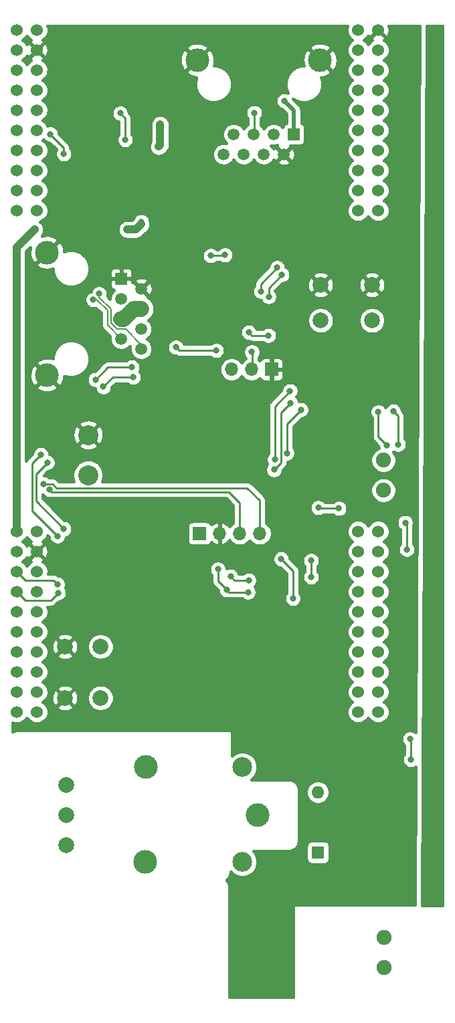
<source format=gbl>
G04 #@! TF.GenerationSoftware,KiCad,Pcbnew,(5.1.10-1-10_14)*
G04 #@! TF.CreationDate,2021-11-12T15:28:04+00:00*
G04 #@! TF.ProjectId,New-New-ACNode-Shield,4e65772d-4e65-4772-9d41-434e6f64652d,rev?*
G04 #@! TF.SameCoordinates,Original*
G04 #@! TF.FileFunction,Copper,L2,Bot*
G04 #@! TF.FilePolarity,Positive*
%FSLAX46Y46*%
G04 Gerber Fmt 4.6, Leading zero omitted, Abs format (unit mm)*
G04 Created by KiCad (PCBNEW (5.1.10-1-10_14)) date 2021-11-12 15:28:04*
%MOMM*%
%LPD*%
G01*
G04 APERTURE LIST*
G04 #@! TA.AperFunction,ComponentPad*
%ADD10O,1.700000X1.700000*%
G04 #@! TD*
G04 #@! TA.AperFunction,ComponentPad*
%ADD11R,1.700000X1.700000*%
G04 #@! TD*
G04 #@! TA.AperFunction,ComponentPad*
%ADD12C,2.000000*%
G04 #@! TD*
G04 #@! TA.AperFunction,ComponentPad*
%ADD13C,1.900000*%
G04 #@! TD*
G04 #@! TA.AperFunction,ComponentPad*
%ADD14C,1.524000*%
G04 #@! TD*
G04 #@! TA.AperFunction,ComponentPad*
%ADD15C,3.000000*%
G04 #@! TD*
G04 #@! TA.AperFunction,ComponentPad*
%ADD16C,2.500000*%
G04 #@! TD*
G04 #@! TA.AperFunction,ComponentPad*
%ADD17C,2.540000*%
G04 #@! TD*
G04 #@! TA.AperFunction,ComponentPad*
%ADD18C,1.500000*%
G04 #@! TD*
G04 #@! TA.AperFunction,ComponentPad*
%ADD19R,1.500000X1.500000*%
G04 #@! TD*
G04 #@! TA.AperFunction,ComponentPad*
%ADD20O,1.600000X1.600000*%
G04 #@! TD*
G04 #@! TA.AperFunction,ComponentPad*
%ADD21R,1.600000X1.600000*%
G04 #@! TD*
G04 #@! TA.AperFunction,ViaPad*
%ADD22C,0.800000*%
G04 #@! TD*
G04 #@! TA.AperFunction,Conductor*
%ADD23C,0.500000*%
G04 #@! TD*
G04 #@! TA.AperFunction,Conductor*
%ADD24C,1.000000*%
G04 #@! TD*
G04 #@! TA.AperFunction,Conductor*
%ADD25C,2.000000*%
G04 #@! TD*
G04 #@! TA.AperFunction,Conductor*
%ADD26C,0.200000*%
G04 #@! TD*
G04 #@! TA.AperFunction,Conductor*
%ADD27C,0.250000*%
G04 #@! TD*
G04 #@! TA.AperFunction,Conductor*
%ADD28C,0.400000*%
G04 #@! TD*
G04 #@! TA.AperFunction,Conductor*
%ADD29C,0.100000*%
G04 #@! TD*
G04 #@! TA.AperFunction,Conductor*
%ADD30C,0.254000*%
G04 #@! TD*
G04 APERTURE END LIST*
D10*
X151620000Y-88700000D03*
X154160000Y-88700000D03*
D11*
X156700000Y-88700000D03*
D12*
X130700000Y-148910000D03*
X130700000Y-145100000D03*
X130700000Y-141290000D03*
D13*
X170900000Y-160590000D03*
X170900000Y-164400000D03*
X170844000Y-100198000D03*
X170844000Y-104008000D03*
D14*
X170180000Y-132080000D03*
X167640000Y-132080000D03*
X127000000Y-132080000D03*
X124460000Y-132080000D03*
X170180000Y-129540000D03*
X167640000Y-129540000D03*
X170180000Y-127000000D03*
X167640000Y-127000000D03*
X170180000Y-124460000D03*
X167640000Y-124460000D03*
X170180000Y-121920000D03*
X167640000Y-121920000D03*
X170180000Y-119380000D03*
X167640000Y-119380000D03*
X170180000Y-116840000D03*
X167640000Y-116840000D03*
X170180000Y-114300000D03*
X167640000Y-114300000D03*
X170180000Y-111760000D03*
X167640000Y-111760000D03*
X170180000Y-109220000D03*
X167640000Y-109220000D03*
X170180000Y-68580000D03*
X167640000Y-68580000D03*
X170180000Y-66040000D03*
X167640000Y-66040000D03*
X170180000Y-63500000D03*
X167640000Y-63500000D03*
X170180000Y-60960000D03*
X167640000Y-60960000D03*
X170180000Y-58420000D03*
X167640000Y-58420000D03*
X170180000Y-55880000D03*
X167640000Y-55880000D03*
X170180000Y-53340000D03*
X167640000Y-53340000D03*
X170180000Y-50800000D03*
X167640000Y-50800000D03*
X170180000Y-48260000D03*
X167640000Y-48260000D03*
X170180000Y-45720000D03*
X167640000Y-45720000D03*
X127000000Y-129540000D03*
X124460000Y-129540000D03*
X127000000Y-127000000D03*
X124460000Y-127000000D03*
X127000000Y-124460000D03*
X124460000Y-124460000D03*
X127000000Y-121920000D03*
X124460000Y-121920000D03*
X127000000Y-119380000D03*
X124460000Y-119380000D03*
X127000000Y-116840000D03*
X124460000Y-116840000D03*
X127000000Y-114300000D03*
X124460000Y-114300000D03*
X127000000Y-111760000D03*
X124460000Y-111760000D03*
X127000000Y-109220000D03*
X124460000Y-109220000D03*
X127000000Y-68580000D03*
X124460000Y-68580000D03*
X127000000Y-66040000D03*
X124460000Y-66040000D03*
X127000000Y-63500000D03*
X124460000Y-63500000D03*
X127000000Y-60960000D03*
X124460000Y-60960000D03*
X127000000Y-58420000D03*
X124460000Y-58420000D03*
X127000000Y-55880000D03*
X124460000Y-55880000D03*
X127000000Y-53340000D03*
X124460000Y-53340000D03*
X127000000Y-50800000D03*
X124460000Y-50800000D03*
X127000000Y-48260000D03*
X124460000Y-48260000D03*
X127000000Y-45720000D03*
X124460000Y-45720000D03*
D15*
X154940000Y-145100000D03*
D16*
X152990000Y-151050000D03*
D15*
X140740000Y-151100000D03*
X140790000Y-139050000D03*
D16*
X152990000Y-139050000D03*
D12*
X130556000Y-123802000D03*
X135056000Y-123802000D03*
X130556000Y-130302000D03*
X135056000Y-130302000D03*
X169400000Y-78000000D03*
X169400000Y-82500000D03*
X162900000Y-78000000D03*
X162900000Y-82500000D03*
D10*
X155194000Y-109474000D03*
X152654000Y-109474000D03*
X150114000Y-109474000D03*
D11*
X147574000Y-109474000D03*
D17*
X133490000Y-102088000D03*
X133490000Y-97008000D03*
D18*
X153162000Y-61468000D03*
X150622000Y-61468000D03*
D15*
X162837000Y-49528000D03*
D18*
X158242000Y-61468000D03*
D19*
X159512000Y-58928000D03*
D18*
X151892000Y-58928000D03*
X155702000Y-61468000D03*
X154432000Y-58928000D03*
X156972000Y-58928000D03*
D15*
X147297000Y-49528000D03*
D18*
X140208000Y-83566000D03*
X140208000Y-86106000D03*
D15*
X128268000Y-73891000D03*
D18*
X140208000Y-78486000D03*
D19*
X137668000Y-77216000D03*
D18*
X137668000Y-84836000D03*
X140208000Y-81026000D03*
X137668000Y-82296000D03*
X137668000Y-79756000D03*
D15*
X128268000Y-89431000D03*
D20*
X162560000Y-142240000D03*
D21*
X162560000Y-149860000D03*
D22*
X140208000Y-108077000D03*
X142240000Y-113411000D03*
X140462000Y-113030000D03*
X140462000Y-119189500D03*
X163830000Y-137160000D03*
X163703000Y-139954000D03*
X155194000Y-92456000D03*
X155194000Y-93726000D03*
X155194000Y-94869000D03*
X155194000Y-95885000D03*
X153543000Y-93980000D03*
X144399000Y-98044000D03*
X145542000Y-98044000D03*
X145542000Y-99060000D03*
X144399000Y-99060000D03*
X160020000Y-98298000D03*
X159639000Y-100076000D03*
X154178000Y-77978000D03*
X154178000Y-79248000D03*
X148844000Y-89027000D03*
X146558000Y-90170000D03*
X131191000Y-58547000D03*
X144145000Y-56261000D03*
X161290000Y-69215000D03*
X156210000Y-69215000D03*
X150622000Y-69215000D03*
X142240000Y-119253000D03*
X156900000Y-163000000D03*
X142240000Y-107760000D03*
X142600000Y-57700000D03*
X142400000Y-60499964D03*
X126700000Y-71000000D03*
X138400000Y-71000000D03*
X140200000Y-70000000D03*
X176500000Y-96300000D03*
X177500000Y-96300000D03*
X176600000Y-70600000D03*
X176600000Y-71600000D03*
X158300000Y-54700000D03*
X176900000Y-149800000D03*
X134864232Y-79130768D03*
X134121768Y-79873232D03*
X128300000Y-100500000D03*
X135400000Y-90900000D03*
X139200000Y-89700000D03*
X129700004Y-117000000D03*
X155322439Y-78820760D03*
X157400000Y-75800000D03*
X130400000Y-108899996D03*
X154500000Y-56200000D03*
X172100000Y-94000000D03*
X172700000Y-98200000D03*
X127500000Y-99500000D03*
X134400000Y-90000000D03*
X139000000Y-88400000D03*
X144600000Y-85900000D03*
X149700000Y-86300000D03*
X129600000Y-115899996D03*
X156320190Y-79479810D03*
X158000000Y-76700002D03*
X156300000Y-84400000D03*
X153800000Y-84000002D03*
X129600000Y-109799998D03*
X127800000Y-103200000D03*
X128600000Y-103925010D03*
X153800000Y-115400000D03*
X151500000Y-114900000D03*
X158625000Y-99300000D03*
X161699998Y-115000000D03*
X161700000Y-112900000D03*
X160400000Y-93800000D03*
X153700000Y-116900000D03*
X151000000Y-116600000D03*
X149900000Y-114000000D03*
X157083486Y-100091195D03*
X159025009Y-91425009D03*
X157900000Y-112700000D03*
X159400000Y-117700000D03*
X157000000Y-101400000D03*
X159103070Y-92977750D03*
X165200000Y-106300000D03*
X162600000Y-106200000D03*
X174300000Y-138100000D03*
X174200000Y-135500000D03*
X173800000Y-111500000D03*
X128675000Y-58900000D03*
X130400000Y-61400000D03*
X171300000Y-98300000D03*
X173600000Y-108100000D03*
X170200000Y-94100002D03*
X149000000Y-74300000D03*
X150800000Y-74200000D03*
X137541000Y-56261000D03*
X138176000Y-59626500D03*
X154200000Y-86500000D03*
D23*
X142400000Y-60500000D02*
X142400000Y-60499964D01*
X142600000Y-60300000D02*
X142400000Y-60500000D01*
D24*
X142600000Y-60299964D02*
X142400000Y-60499964D01*
X142600000Y-57700000D02*
X142600000Y-60299964D01*
X138400000Y-71000000D02*
X139500000Y-71000000D01*
X139500000Y-71000000D02*
X140200000Y-70300000D01*
X124460000Y-73240000D02*
X126700000Y-71000000D01*
X124460000Y-109220000D02*
X124460000Y-73240000D01*
D25*
X138014002Y-82296000D02*
X137668000Y-82296000D01*
X139284002Y-81026000D02*
X138014002Y-82296000D01*
X140208000Y-81026000D02*
X139284002Y-81026000D01*
D23*
X159512000Y-58928000D02*
X159512000Y-55912000D01*
X159512000Y-55912000D02*
X158300000Y-54700000D01*
D26*
X134864232Y-79505722D02*
X134864232Y-79130768D01*
X134871750Y-79513240D02*
X134864232Y-79505722D01*
X136367990Y-81058791D02*
X134871750Y-79562551D01*
X136367990Y-82834481D02*
X136367990Y-81058791D01*
X134871750Y-79562551D02*
X134871750Y-79513240D01*
X137150309Y-83616800D02*
X136367990Y-82834481D01*
X138201400Y-83616800D02*
X137150309Y-83616800D01*
X140208000Y-85623400D02*
X138201400Y-83616800D01*
X140208000Y-86106000D02*
X140208000Y-85623400D01*
X135917999Y-83085999D02*
X135917999Y-81245198D01*
X134504240Y-79880750D02*
X134496722Y-79873232D01*
X135917999Y-81245198D02*
X134553551Y-79880750D01*
X137668000Y-84836000D02*
X135917999Y-83085999D01*
X134553551Y-79880750D02*
X134504240Y-79880750D01*
X134496722Y-79873232D02*
X134121768Y-79873232D01*
D27*
X136600000Y-89700000D02*
X139200000Y-89700000D01*
X135400000Y-90900000D02*
X136600000Y-89700000D01*
X128773003Y-117927001D02*
X129700004Y-117000000D01*
X125547001Y-117927001D02*
X128773003Y-117927001D01*
X124460000Y-116840000D02*
X125547001Y-117927001D01*
X155322439Y-78820760D02*
X155322439Y-77877561D01*
X155322439Y-77877561D02*
X157400000Y-75800000D01*
X128300000Y-100500000D02*
X126874999Y-101925001D01*
X126874999Y-101925001D02*
X126874999Y-105374995D01*
X126874999Y-105374995D02*
X130400000Y-108899996D01*
X154500000Y-58860000D02*
X154432000Y-58928000D01*
X154500000Y-56200000D02*
X154500000Y-58860000D01*
X172700000Y-94600000D02*
X172700000Y-98200000D01*
X172100000Y-94000000D02*
X172700000Y-94600000D01*
X136000000Y-88400000D02*
X139000000Y-88400000D01*
X134400000Y-90000000D02*
X136000000Y-88400000D01*
X145000000Y-86300000D02*
X149700000Y-86300000D01*
X144600000Y-85900000D02*
X145000000Y-86300000D01*
X129087005Y-115387001D02*
X129600000Y-115899996D01*
X125547001Y-115387001D02*
X129087005Y-115387001D01*
X124460000Y-114300000D02*
X125547001Y-115387001D01*
X156320190Y-79479810D02*
X156320190Y-78379812D01*
X156320190Y-78379812D02*
X158000000Y-76700002D01*
X156300000Y-84400000D02*
X154199998Y-84400000D01*
X154199998Y-84400000D02*
X153800000Y-84000002D01*
X127500000Y-99500000D02*
X126424990Y-100575010D01*
X126424990Y-100575010D02*
X126424990Y-106624988D01*
X126424990Y-106624988D02*
X129600000Y-109799998D01*
X129473001Y-103699997D02*
X128973004Y-103200000D01*
X153599997Y-103699997D02*
X129473001Y-103699997D01*
X155194000Y-105294000D02*
X153599997Y-103699997D01*
X128973004Y-103200000D02*
X127800000Y-103200000D01*
X155194000Y-109474000D02*
X155194000Y-105294000D01*
X128873217Y-104198227D02*
X128600000Y-103925010D01*
X151298227Y-104198227D02*
X128873217Y-104198227D01*
X152654000Y-105554000D02*
X151298227Y-104198227D01*
X152654000Y-109474000D02*
X152654000Y-105554000D01*
X152000000Y-115400000D02*
X151500000Y-114900000D01*
X153800000Y-115400000D02*
X152000000Y-115400000D01*
X161699998Y-115000000D02*
X161699998Y-112900002D01*
X161699998Y-112900002D02*
X161700000Y-112900000D01*
X158625000Y-99300000D02*
X158625000Y-95575000D01*
X158625000Y-95575000D02*
X160400000Y-93800000D01*
X151300000Y-116900000D02*
X151000000Y-116600000D01*
X153700000Y-116900000D02*
X151300000Y-116900000D01*
X149900000Y-115500000D02*
X151000000Y-116600000D01*
X149900000Y-114000000D02*
X149900000Y-115500000D01*
X157083486Y-93366532D02*
X159025009Y-91425009D01*
X157083486Y-100091195D02*
X157083486Y-93366532D01*
X159400000Y-114200000D02*
X159400000Y-117700000D01*
X157900000Y-112700000D02*
X159400000Y-114200000D01*
X157000000Y-101400000D02*
X157900000Y-100500000D01*
X157900000Y-100500000D02*
X157900000Y-94180820D01*
X157900000Y-94180820D02*
X159103070Y-92977750D01*
X162700000Y-106300000D02*
X162600000Y-106200000D01*
X165200000Y-106300000D02*
X162700000Y-106300000D01*
D23*
X174300000Y-135600000D02*
X174200000Y-135500000D01*
D27*
X174300000Y-138100000D02*
X174300000Y-135600000D01*
X130400000Y-60625000D02*
X130400000Y-61400000D01*
X128675000Y-58900000D02*
X130400000Y-60625000D01*
X173800000Y-108300000D02*
X173600000Y-108100000D01*
X173800000Y-111500000D02*
X173800000Y-108300000D01*
X170200000Y-97200000D02*
X170200000Y-94100002D01*
X171300000Y-98300000D02*
X170200000Y-97200000D01*
X149000000Y-74300000D02*
X150700000Y-74300000D01*
X150700000Y-74300000D02*
X150800000Y-74200000D01*
X138176000Y-56896000D02*
X138176000Y-59626500D01*
X137541000Y-56261000D02*
X138176000Y-56896000D01*
X154240000Y-86540000D02*
X154200000Y-86500000D01*
X154240000Y-88900000D02*
X154240000Y-86540000D01*
D28*
X166226491Y-45291217D02*
X166170000Y-45575218D01*
X166170000Y-45864782D01*
X166226491Y-46148783D01*
X166337303Y-46416306D01*
X166498176Y-46657071D01*
X166702929Y-46861824D01*
X166894759Y-46990000D01*
X166702929Y-47118176D01*
X166498176Y-47322929D01*
X166337303Y-47563694D01*
X166226491Y-47831217D01*
X166170000Y-48115218D01*
X166170000Y-48404782D01*
X166226491Y-48688783D01*
X166337303Y-48956306D01*
X166498176Y-49197071D01*
X166702929Y-49401824D01*
X166894759Y-49530000D01*
X166702929Y-49658176D01*
X166498176Y-49862929D01*
X166337303Y-50103694D01*
X166226491Y-50371217D01*
X166170000Y-50655218D01*
X166170000Y-50944782D01*
X166226491Y-51228783D01*
X166337303Y-51496306D01*
X166498176Y-51737071D01*
X166702929Y-51941824D01*
X166894759Y-52070000D01*
X166702929Y-52198176D01*
X166498176Y-52402929D01*
X166337303Y-52643694D01*
X166226491Y-52911217D01*
X166170000Y-53195218D01*
X166170000Y-53484782D01*
X166226491Y-53768783D01*
X166337303Y-54036306D01*
X166498176Y-54277071D01*
X166702929Y-54481824D01*
X166894759Y-54610000D01*
X166702929Y-54738176D01*
X166498176Y-54942929D01*
X166337303Y-55183694D01*
X166226491Y-55451217D01*
X166170000Y-55735218D01*
X166170000Y-56024782D01*
X166226491Y-56308783D01*
X166337303Y-56576306D01*
X166498176Y-56817071D01*
X166702929Y-57021824D01*
X166894759Y-57150000D01*
X166702929Y-57278176D01*
X166498176Y-57482929D01*
X166337303Y-57723694D01*
X166226491Y-57991217D01*
X166170000Y-58275218D01*
X166170000Y-58564782D01*
X166226491Y-58848783D01*
X166337303Y-59116306D01*
X166498176Y-59357071D01*
X166702929Y-59561824D01*
X166894759Y-59690000D01*
X166702929Y-59818176D01*
X166498176Y-60022929D01*
X166337303Y-60263694D01*
X166226491Y-60531217D01*
X166170000Y-60815218D01*
X166170000Y-61104782D01*
X166226491Y-61388783D01*
X166337303Y-61656306D01*
X166498176Y-61897071D01*
X166702929Y-62101824D01*
X166894759Y-62230000D01*
X166702929Y-62358176D01*
X166498176Y-62562929D01*
X166337303Y-62803694D01*
X166226491Y-63071217D01*
X166170000Y-63355218D01*
X166170000Y-63644782D01*
X166226491Y-63928783D01*
X166337303Y-64196306D01*
X166498176Y-64437071D01*
X166702929Y-64641824D01*
X166894759Y-64770000D01*
X166702929Y-64898176D01*
X166498176Y-65102929D01*
X166337303Y-65343694D01*
X166226491Y-65611217D01*
X166170000Y-65895218D01*
X166170000Y-66184782D01*
X166226491Y-66468783D01*
X166337303Y-66736306D01*
X166498176Y-66977071D01*
X166702929Y-67181824D01*
X166894759Y-67310000D01*
X166702929Y-67438176D01*
X166498176Y-67642929D01*
X166337303Y-67883694D01*
X166226491Y-68151217D01*
X166170000Y-68435218D01*
X166170000Y-68724782D01*
X166226491Y-69008783D01*
X166337303Y-69276306D01*
X166498176Y-69517071D01*
X166702929Y-69721824D01*
X166943694Y-69882697D01*
X167211217Y-69993509D01*
X167495218Y-70050000D01*
X167784782Y-70050000D01*
X168068783Y-69993509D01*
X168336306Y-69882697D01*
X168577071Y-69721824D01*
X168781824Y-69517071D01*
X168910000Y-69325241D01*
X169038176Y-69517071D01*
X169242929Y-69721824D01*
X169483694Y-69882697D01*
X169751217Y-69993509D01*
X170035218Y-70050000D01*
X170324782Y-70050000D01*
X170608783Y-69993509D01*
X170876306Y-69882697D01*
X171117071Y-69721824D01*
X171321824Y-69517071D01*
X171482697Y-69276306D01*
X171593509Y-69008783D01*
X171650000Y-68724782D01*
X171650000Y-68435218D01*
X171593509Y-68151217D01*
X171482697Y-67883694D01*
X171321824Y-67642929D01*
X171117071Y-67438176D01*
X170925241Y-67310000D01*
X171117071Y-67181824D01*
X171321824Y-66977071D01*
X171482697Y-66736306D01*
X171593509Y-66468783D01*
X171650000Y-66184782D01*
X171650000Y-65895218D01*
X171593509Y-65611217D01*
X171482697Y-65343694D01*
X171321824Y-65102929D01*
X171117071Y-64898176D01*
X170925241Y-64770000D01*
X171117071Y-64641824D01*
X171321824Y-64437071D01*
X171482697Y-64196306D01*
X171593509Y-63928783D01*
X171650000Y-63644782D01*
X171650000Y-63355218D01*
X171593509Y-63071217D01*
X171482697Y-62803694D01*
X171321824Y-62562929D01*
X171117071Y-62358176D01*
X170925241Y-62230000D01*
X171117071Y-62101824D01*
X171321824Y-61897071D01*
X171482697Y-61656306D01*
X171593509Y-61388783D01*
X171650000Y-61104782D01*
X171650000Y-60815218D01*
X171593509Y-60531217D01*
X171482697Y-60263694D01*
X171321824Y-60022929D01*
X171117071Y-59818176D01*
X170925241Y-59690000D01*
X171117071Y-59561824D01*
X171321824Y-59357071D01*
X171482697Y-59116306D01*
X171593509Y-58848783D01*
X171650000Y-58564782D01*
X171650000Y-58275218D01*
X171593509Y-57991217D01*
X171482697Y-57723694D01*
X171321824Y-57482929D01*
X171117071Y-57278176D01*
X170925241Y-57150000D01*
X171117071Y-57021824D01*
X171321824Y-56817071D01*
X171482697Y-56576306D01*
X171593509Y-56308783D01*
X171650000Y-56024782D01*
X171650000Y-55735218D01*
X171593509Y-55451217D01*
X171482697Y-55183694D01*
X171321824Y-54942929D01*
X171117071Y-54738176D01*
X170925241Y-54610000D01*
X171117071Y-54481824D01*
X171321824Y-54277071D01*
X171482697Y-54036306D01*
X171593509Y-53768783D01*
X171650000Y-53484782D01*
X171650000Y-53195218D01*
X171593509Y-52911217D01*
X171482697Y-52643694D01*
X171321824Y-52402929D01*
X171117071Y-52198176D01*
X170925241Y-52070000D01*
X171117071Y-51941824D01*
X171321824Y-51737071D01*
X171482697Y-51496306D01*
X171593509Y-51228783D01*
X171650000Y-50944782D01*
X171650000Y-50655218D01*
X171593509Y-50371217D01*
X171482697Y-50103694D01*
X171321824Y-49862929D01*
X171117071Y-49658176D01*
X170925241Y-49530000D01*
X171117071Y-49401824D01*
X171321824Y-49197071D01*
X171482697Y-48956306D01*
X171593509Y-48688783D01*
X171650000Y-48404782D01*
X171650000Y-48115218D01*
X171593509Y-47831217D01*
X171482697Y-47563694D01*
X171321824Y-47322929D01*
X171117071Y-47118176D01*
X170924128Y-46989256D01*
X170997316Y-46950390D01*
X171003958Y-46945951D01*
X171060342Y-46676709D01*
X170180000Y-45796368D01*
X169299658Y-46676709D01*
X169356042Y-46945951D01*
X169436168Y-46989058D01*
X169242929Y-47118176D01*
X169038176Y-47322929D01*
X168910000Y-47514759D01*
X168781824Y-47322929D01*
X168577071Y-47118176D01*
X168385241Y-46990000D01*
X168577071Y-46861824D01*
X168781824Y-46657071D01*
X168910744Y-46464128D01*
X168949610Y-46537316D01*
X168954049Y-46543958D01*
X169223291Y-46600342D01*
X170103632Y-45720000D01*
X170089490Y-45705858D01*
X170165858Y-45629490D01*
X170180000Y-45643632D01*
X170194142Y-45629490D01*
X170270510Y-45705858D01*
X170256368Y-45720000D01*
X171136709Y-46600342D01*
X171405951Y-46543958D01*
X171543141Y-46288954D01*
X171627947Y-46012086D01*
X171657108Y-45723994D01*
X171629505Y-45435747D01*
X171553581Y-45183000D01*
X175388355Y-45183000D01*
X174912281Y-134645332D01*
X174906309Y-134639360D01*
X174724835Y-134518103D01*
X174523192Y-134434580D01*
X174309128Y-134392000D01*
X174090872Y-134392000D01*
X173876808Y-134434580D01*
X173675165Y-134518103D01*
X173493691Y-134639360D01*
X173339360Y-134793691D01*
X173218103Y-134975165D01*
X173134580Y-135176808D01*
X173092000Y-135390872D01*
X173092000Y-135609128D01*
X173134580Y-135823192D01*
X173218103Y-136024835D01*
X173339360Y-136206309D01*
X173467001Y-136333950D01*
X173467000Y-137366051D01*
X173439360Y-137393691D01*
X173318103Y-137575165D01*
X173234580Y-137776808D01*
X173192000Y-137990872D01*
X173192000Y-138209128D01*
X173234580Y-138423192D01*
X173318103Y-138624835D01*
X173439360Y-138806309D01*
X173593691Y-138960640D01*
X173775165Y-139081897D01*
X173976808Y-139165420D01*
X174190872Y-139208000D01*
X174409128Y-139208000D01*
X174623192Y-139165420D01*
X174824835Y-139081897D01*
X174888899Y-139039091D01*
X174796157Y-156467000D01*
X163863998Y-156467000D01*
X163827498Y-156470595D01*
X163814509Y-156470595D01*
X163805298Y-156471563D01*
X159601026Y-156450003D01*
X159560982Y-156453843D01*
X159523463Y-156465224D01*
X159488886Y-156483706D01*
X159458579Y-156508579D01*
X159433706Y-156538886D01*
X159415224Y-156573463D01*
X159403843Y-156610982D01*
X159400000Y-156650000D01*
X159400000Y-168177000D01*
X151333000Y-168177000D01*
X151333000Y-154036001D01*
X151336546Y-154000000D01*
X151322393Y-153856307D01*
X151280480Y-153718136D01*
X151212416Y-153590797D01*
X151120817Y-153479183D01*
X151013231Y-153390889D01*
X151019302Y-153385937D01*
X151095694Y-153322740D01*
X151142496Y-153275609D01*
X151189972Y-153229118D01*
X151196496Y-153221232D01*
X151259158Y-153144401D01*
X151295917Y-153089074D01*
X151333458Y-153034247D01*
X151338326Y-153025244D01*
X151384871Y-152937705D01*
X151410193Y-152876269D01*
X151436358Y-152815222D01*
X151439384Y-152805445D01*
X151468040Y-152710531D01*
X151480945Y-152645358D01*
X151494757Y-152580379D01*
X151495827Y-152570201D01*
X151505502Y-152471530D01*
X151505502Y-152471517D01*
X151509000Y-152436002D01*
X151509000Y-152338030D01*
X151741848Y-152570878D01*
X152062539Y-152785157D01*
X152418872Y-152932755D01*
X152797154Y-153008000D01*
X153182846Y-153008000D01*
X153561128Y-152932755D01*
X153917461Y-152785157D01*
X154238152Y-152570878D01*
X154510878Y-152298152D01*
X154725157Y-151977461D01*
X154872755Y-151621128D01*
X154948000Y-151242846D01*
X154948000Y-150857154D01*
X154872755Y-150478872D01*
X154725157Y-150122539D01*
X154510878Y-149801848D01*
X154410030Y-149701000D01*
X158940002Y-149701000D01*
X158970968Y-149697950D01*
X158973984Y-149697971D01*
X158984169Y-149696972D01*
X159032882Y-149691852D01*
X159047693Y-149690393D01*
X159048187Y-149690243D01*
X159082771Y-149686608D01*
X159147827Y-149673254D01*
X159213107Y-149660801D01*
X159222900Y-149657843D01*
X159222906Y-149657842D01*
X159222912Y-149657840D01*
X159317614Y-149628524D01*
X159378838Y-149602788D01*
X159440452Y-149577895D01*
X159449489Y-149573089D01*
X159536701Y-149525934D01*
X159591749Y-149488803D01*
X159647371Y-149452406D01*
X159655302Y-149445937D01*
X159731694Y-149382740D01*
X159778496Y-149335609D01*
X159825972Y-149289118D01*
X159832496Y-149281232D01*
X159895158Y-149204401D01*
X159931917Y-149149074D01*
X159969458Y-149094247D01*
X159974326Y-149085244D01*
X159987748Y-149060000D01*
X161048575Y-149060000D01*
X161048575Y-150660000D01*
X161062245Y-150798792D01*
X161102729Y-150932251D01*
X161168472Y-151055247D01*
X161256947Y-151163053D01*
X161364753Y-151251528D01*
X161487749Y-151317271D01*
X161621208Y-151357755D01*
X161760000Y-151371425D01*
X163360000Y-151371425D01*
X163498792Y-151357755D01*
X163632251Y-151317271D01*
X163755247Y-151251528D01*
X163863053Y-151163053D01*
X163951528Y-151055247D01*
X164017271Y-150932251D01*
X164057755Y-150798792D01*
X164071425Y-150660000D01*
X164071425Y-149060000D01*
X164057755Y-148921208D01*
X164017271Y-148787749D01*
X163951528Y-148664753D01*
X163863053Y-148556947D01*
X163755247Y-148468472D01*
X163632251Y-148402729D01*
X163498792Y-148362245D01*
X163360000Y-148348575D01*
X161760000Y-148348575D01*
X161621208Y-148362245D01*
X161487749Y-148402729D01*
X161364753Y-148468472D01*
X161256947Y-148556947D01*
X161168472Y-148664753D01*
X161102729Y-148787749D01*
X161062245Y-148921208D01*
X161048575Y-149060000D01*
X159987748Y-149060000D01*
X160020871Y-148997705D01*
X160046193Y-148936269D01*
X160072358Y-148875222D01*
X160075384Y-148865445D01*
X160104040Y-148770531D01*
X160116945Y-148705358D01*
X160130757Y-148640379D01*
X160131827Y-148630201D01*
X160141502Y-148531530D01*
X160141502Y-148531517D01*
X160145000Y-148496002D01*
X160145000Y-142091475D01*
X161052000Y-142091475D01*
X161052000Y-142388525D01*
X161109951Y-142679868D01*
X161223627Y-142954306D01*
X161388660Y-143201294D01*
X161598706Y-143411340D01*
X161845694Y-143576373D01*
X162120132Y-143690049D01*
X162411475Y-143748000D01*
X162708525Y-143748000D01*
X162999868Y-143690049D01*
X163274306Y-143576373D01*
X163521294Y-143411340D01*
X163731340Y-143201294D01*
X163896373Y-142954306D01*
X164010049Y-142679868D01*
X164068000Y-142388525D01*
X164068000Y-142091475D01*
X164010049Y-141800132D01*
X163896373Y-141525694D01*
X163731340Y-141278706D01*
X163521294Y-141068660D01*
X163274306Y-140903627D01*
X162999868Y-140789951D01*
X162708525Y-140732000D01*
X162411475Y-140732000D01*
X162120132Y-140789951D01*
X161845694Y-140903627D01*
X161598706Y-141068660D01*
X161388660Y-141278706D01*
X161223627Y-141525694D01*
X161109951Y-141800132D01*
X161052000Y-142091475D01*
X160145000Y-142091475D01*
X160145000Y-141819998D01*
X160141950Y-141789032D01*
X160141971Y-141786016D01*
X160140972Y-141775831D01*
X160135852Y-141727118D01*
X160134393Y-141712307D01*
X160134243Y-141711813D01*
X160130608Y-141677229D01*
X160117254Y-141612173D01*
X160104801Y-141546893D01*
X160101842Y-141537096D01*
X160101842Y-141537094D01*
X160101840Y-141537088D01*
X160072524Y-141442386D01*
X160046800Y-141381191D01*
X160021895Y-141319548D01*
X160017090Y-141310511D01*
X159969934Y-141223299D01*
X159932825Y-141168283D01*
X159896406Y-141112628D01*
X159889937Y-141104698D01*
X159826740Y-141028306D01*
X159779593Y-140981487D01*
X159733118Y-140934028D01*
X159725232Y-140927504D01*
X159648401Y-140864842D01*
X159593090Y-140828094D01*
X159538247Y-140790542D01*
X159529244Y-140785675D01*
X159441705Y-140739129D01*
X159380269Y-140713807D01*
X159319222Y-140687642D01*
X159309445Y-140684616D01*
X159214532Y-140655960D01*
X159149344Y-140643052D01*
X159084379Y-140629243D01*
X159074201Y-140628173D01*
X158975530Y-140618498D01*
X158975517Y-140618498D01*
X158940002Y-140615000D01*
X154172119Y-140615000D01*
X154238152Y-140570878D01*
X154510878Y-140298152D01*
X154725157Y-139977461D01*
X154872755Y-139621128D01*
X154948000Y-139242846D01*
X154948000Y-138857154D01*
X154872755Y-138478872D01*
X154725157Y-138122539D01*
X154510878Y-137801848D01*
X154238152Y-137529122D01*
X153917461Y-137314843D01*
X153561128Y-137167245D01*
X153182846Y-137092000D01*
X152797154Y-137092000D01*
X152418872Y-137167245D01*
X152062539Y-137314843D01*
X151741848Y-137529122D01*
X151711000Y-137559970D01*
X151711000Y-134620000D01*
X151707157Y-134580982D01*
X151695776Y-134543463D01*
X151677294Y-134508886D01*
X151652421Y-134478579D01*
X151622114Y-134453706D01*
X151587537Y-134435224D01*
X151550018Y-134423843D01*
X151511000Y-134420000D01*
X149030985Y-134420000D01*
X148980379Y-134409243D01*
X148970201Y-134408173D01*
X148871530Y-134398498D01*
X148871517Y-134398498D01*
X148836002Y-134395000D01*
X124423998Y-134395000D01*
X124387975Y-134398548D01*
X124381382Y-134398548D01*
X124371204Y-134399618D01*
X124328629Y-134404393D01*
X124316307Y-134405607D01*
X124315426Y-134405874D01*
X124272678Y-134410669D01*
X124207727Y-134424474D01*
X124142521Y-134437385D01*
X124132751Y-134440410D01*
X124132747Y-134440411D01*
X124132744Y-134440412D01*
X124132745Y-134440412D01*
X124038242Y-134470390D01*
X123977169Y-134496566D01*
X123923000Y-134518892D01*
X123923000Y-133448684D01*
X124031217Y-133493509D01*
X124315218Y-133550000D01*
X124604782Y-133550000D01*
X124888783Y-133493509D01*
X125156306Y-133382697D01*
X125397071Y-133221824D01*
X125601824Y-133017071D01*
X125730000Y-132825241D01*
X125858176Y-133017071D01*
X126062929Y-133221824D01*
X126303694Y-133382697D01*
X126571217Y-133493509D01*
X126855218Y-133550000D01*
X127144782Y-133550000D01*
X127428783Y-133493509D01*
X127696306Y-133382697D01*
X127937071Y-133221824D01*
X128141824Y-133017071D01*
X128302697Y-132776306D01*
X128413509Y-132508783D01*
X128470000Y-132224782D01*
X128470000Y-131935218D01*
X128413509Y-131651217D01*
X128321024Y-131427938D01*
X129506429Y-131427938D01*
X129591392Y-131721539D01*
X129886865Y-131882449D01*
X130208053Y-131982623D01*
X130542612Y-132018212D01*
X130877686Y-131987847D01*
X131200397Y-131892697D01*
X131498345Y-131736416D01*
X131520608Y-131721539D01*
X131605571Y-131427938D01*
X130556000Y-130378368D01*
X129506429Y-131427938D01*
X128321024Y-131427938D01*
X128302697Y-131383694D01*
X128141824Y-131142929D01*
X127937071Y-130938176D01*
X127745241Y-130810000D01*
X127937071Y-130681824D01*
X128141824Y-130477071D01*
X128267747Y-130288612D01*
X128839788Y-130288612D01*
X128870153Y-130623686D01*
X128965303Y-130946397D01*
X129121584Y-131244345D01*
X129136461Y-131266608D01*
X129430062Y-131351571D01*
X130479632Y-130302000D01*
X130632368Y-130302000D01*
X131681938Y-131351571D01*
X131975539Y-131266608D01*
X132136449Y-130971135D01*
X132236623Y-130649947D01*
X132272212Y-130315388D01*
X132255755Y-130133777D01*
X133348000Y-130133777D01*
X133348000Y-130470223D01*
X133413638Y-130800205D01*
X133542390Y-131111041D01*
X133729310Y-131390786D01*
X133967214Y-131628690D01*
X134246959Y-131815610D01*
X134557795Y-131944362D01*
X134887777Y-132010000D01*
X135224223Y-132010000D01*
X135554205Y-131944362D01*
X135865041Y-131815610D01*
X136144786Y-131628690D01*
X136382690Y-131390786D01*
X136569610Y-131111041D01*
X136698362Y-130800205D01*
X136764000Y-130470223D01*
X136764000Y-130133777D01*
X136698362Y-129803795D01*
X136569610Y-129492959D01*
X136382690Y-129213214D01*
X136144786Y-128975310D01*
X135865041Y-128788390D01*
X135554205Y-128659638D01*
X135224223Y-128594000D01*
X134887777Y-128594000D01*
X134557795Y-128659638D01*
X134246959Y-128788390D01*
X133967214Y-128975310D01*
X133729310Y-129213214D01*
X133542390Y-129492959D01*
X133413638Y-129803795D01*
X133348000Y-130133777D01*
X132255755Y-130133777D01*
X132241847Y-129980314D01*
X132146697Y-129657603D01*
X131990416Y-129359655D01*
X131975539Y-129337392D01*
X131681938Y-129252429D01*
X130632368Y-130302000D01*
X130479632Y-130302000D01*
X129430062Y-129252429D01*
X129136461Y-129337392D01*
X128975551Y-129632865D01*
X128875377Y-129954053D01*
X128839788Y-130288612D01*
X128267747Y-130288612D01*
X128302697Y-130236306D01*
X128413509Y-129968783D01*
X128470000Y-129684782D01*
X128470000Y-129395218D01*
X128426408Y-129176062D01*
X129506429Y-129176062D01*
X130556000Y-130225632D01*
X131605571Y-129176062D01*
X131520608Y-128882461D01*
X131225135Y-128721551D01*
X130903947Y-128621377D01*
X130569388Y-128585788D01*
X130234314Y-128616153D01*
X129911603Y-128711303D01*
X129613655Y-128867584D01*
X129591392Y-128882461D01*
X129506429Y-129176062D01*
X128426408Y-129176062D01*
X128413509Y-129111217D01*
X128302697Y-128843694D01*
X128141824Y-128602929D01*
X127937071Y-128398176D01*
X127745241Y-128270000D01*
X127937071Y-128141824D01*
X128141824Y-127937071D01*
X128302697Y-127696306D01*
X128413509Y-127428783D01*
X128470000Y-127144782D01*
X128470000Y-126855218D01*
X128413509Y-126571217D01*
X128302697Y-126303694D01*
X128141824Y-126062929D01*
X127937071Y-125858176D01*
X127745241Y-125730000D01*
X127937071Y-125601824D01*
X128141824Y-125397071D01*
X128302697Y-125156306D01*
X128397290Y-124927938D01*
X129506429Y-124927938D01*
X129591392Y-125221539D01*
X129886865Y-125382449D01*
X130208053Y-125482623D01*
X130542612Y-125518212D01*
X130877686Y-125487847D01*
X131200397Y-125392697D01*
X131498345Y-125236416D01*
X131520608Y-125221539D01*
X131605571Y-124927938D01*
X130556000Y-123878368D01*
X129506429Y-124927938D01*
X128397290Y-124927938D01*
X128413509Y-124888783D01*
X128470000Y-124604782D01*
X128470000Y-124315218D01*
X128413509Y-124031217D01*
X128313019Y-123788612D01*
X128839788Y-123788612D01*
X128870153Y-124123686D01*
X128965303Y-124446397D01*
X129121584Y-124744345D01*
X129136461Y-124766608D01*
X129430062Y-124851571D01*
X130479632Y-123802000D01*
X130632368Y-123802000D01*
X131681938Y-124851571D01*
X131975539Y-124766608D01*
X132136449Y-124471135D01*
X132236623Y-124149947D01*
X132272212Y-123815388D01*
X132255755Y-123633777D01*
X133348000Y-123633777D01*
X133348000Y-123970223D01*
X133413638Y-124300205D01*
X133542390Y-124611041D01*
X133729310Y-124890786D01*
X133967214Y-125128690D01*
X134246959Y-125315610D01*
X134557795Y-125444362D01*
X134887777Y-125510000D01*
X135224223Y-125510000D01*
X135554205Y-125444362D01*
X135865041Y-125315610D01*
X136144786Y-125128690D01*
X136382690Y-124890786D01*
X136569610Y-124611041D01*
X136698362Y-124300205D01*
X136764000Y-123970223D01*
X136764000Y-123633777D01*
X136698362Y-123303795D01*
X136569610Y-122992959D01*
X136382690Y-122713214D01*
X136144786Y-122475310D01*
X135865041Y-122288390D01*
X135554205Y-122159638D01*
X135224223Y-122094000D01*
X134887777Y-122094000D01*
X134557795Y-122159638D01*
X134246959Y-122288390D01*
X133967214Y-122475310D01*
X133729310Y-122713214D01*
X133542390Y-122992959D01*
X133413638Y-123303795D01*
X133348000Y-123633777D01*
X132255755Y-123633777D01*
X132241847Y-123480314D01*
X132146697Y-123157603D01*
X131990416Y-122859655D01*
X131975539Y-122837392D01*
X131681938Y-122752429D01*
X130632368Y-123802000D01*
X130479632Y-123802000D01*
X129430062Y-122752429D01*
X129136461Y-122837392D01*
X128975551Y-123132865D01*
X128875377Y-123454053D01*
X128839788Y-123788612D01*
X128313019Y-123788612D01*
X128302697Y-123763694D01*
X128141824Y-123522929D01*
X127937071Y-123318176D01*
X127745241Y-123190000D01*
X127937071Y-123061824D01*
X128141824Y-122857071D01*
X128262769Y-122676062D01*
X129506429Y-122676062D01*
X130556000Y-123725632D01*
X131605571Y-122676062D01*
X131520608Y-122382461D01*
X131225135Y-122221551D01*
X130903947Y-122121377D01*
X130569388Y-122085788D01*
X130234314Y-122116153D01*
X129911603Y-122211303D01*
X129613655Y-122367584D01*
X129591392Y-122382461D01*
X129506429Y-122676062D01*
X128262769Y-122676062D01*
X128302697Y-122616306D01*
X128413509Y-122348783D01*
X128470000Y-122064782D01*
X128470000Y-121775218D01*
X128413509Y-121491217D01*
X128302697Y-121223694D01*
X128141824Y-120982929D01*
X127937071Y-120778176D01*
X127745241Y-120650000D01*
X127937071Y-120521824D01*
X128141824Y-120317071D01*
X128302697Y-120076306D01*
X128413509Y-119808783D01*
X128470000Y-119524782D01*
X128470000Y-119235218D01*
X128413509Y-118951217D01*
X128334304Y-118760001D01*
X128732088Y-118760001D01*
X128773003Y-118764031D01*
X128813918Y-118760001D01*
X128813921Y-118760001D01*
X128936299Y-118747948D01*
X129093321Y-118700316D01*
X129238032Y-118622966D01*
X129364873Y-118518871D01*
X129390963Y-118487080D01*
X129770043Y-118108000D01*
X129809132Y-118108000D01*
X130023196Y-118065420D01*
X130224839Y-117981897D01*
X130406313Y-117860640D01*
X130560644Y-117706309D01*
X130681901Y-117524835D01*
X130765424Y-117323192D01*
X130808004Y-117109128D01*
X130808004Y-116890872D01*
X130765424Y-116676808D01*
X130681901Y-116475165D01*
X130607296Y-116363511D01*
X130665420Y-116223188D01*
X130708000Y-116009124D01*
X130708000Y-115790868D01*
X130665420Y-115576804D01*
X130581897Y-115375161D01*
X130460640Y-115193687D01*
X130306309Y-115039356D01*
X130124835Y-114918099D01*
X129923192Y-114834576D01*
X129709128Y-114791996D01*
X129675055Y-114791996D01*
X129552034Y-114691036D01*
X129407323Y-114613686D01*
X129250301Y-114566054D01*
X129127923Y-114554001D01*
X129127920Y-114554001D01*
X129087005Y-114549971D01*
X129046090Y-114554001D01*
X128448275Y-114554001D01*
X128470000Y-114444782D01*
X128470000Y-114155218D01*
X128417419Y-113890872D01*
X148792000Y-113890872D01*
X148792000Y-114109128D01*
X148834580Y-114323192D01*
X148918103Y-114524835D01*
X149039360Y-114706309D01*
X149067000Y-114733949D01*
X149067001Y-115459075D01*
X149062970Y-115500000D01*
X149079054Y-115663296D01*
X149126685Y-115820317D01*
X149194446Y-115947087D01*
X149204036Y-115965029D01*
X149308131Y-116091870D01*
X149339916Y-116117955D01*
X149892000Y-116670040D01*
X149892000Y-116709128D01*
X149934580Y-116923192D01*
X150018103Y-117124835D01*
X150139360Y-117306309D01*
X150293691Y-117460640D01*
X150475165Y-117581897D01*
X150676808Y-117665420D01*
X150890872Y-117708000D01*
X151094023Y-117708000D01*
X151136704Y-117720947D01*
X151259082Y-117733000D01*
X151259084Y-117733000D01*
X151299999Y-117737030D01*
X151340915Y-117733000D01*
X152966051Y-117733000D01*
X152993691Y-117760640D01*
X153175165Y-117881897D01*
X153376808Y-117965420D01*
X153590872Y-118008000D01*
X153809128Y-118008000D01*
X154023192Y-117965420D01*
X154224835Y-117881897D01*
X154406309Y-117760640D01*
X154560640Y-117606309D01*
X154681897Y-117424835D01*
X154765420Y-117223192D01*
X154808000Y-117009128D01*
X154808000Y-116790872D01*
X154765420Y-116576808D01*
X154681897Y-116375165D01*
X154565694Y-116201255D01*
X154660640Y-116106309D01*
X154781897Y-115924835D01*
X154865420Y-115723192D01*
X154908000Y-115509128D01*
X154908000Y-115290872D01*
X154865420Y-115076808D01*
X154781897Y-114875165D01*
X154660640Y-114693691D01*
X154506309Y-114539360D01*
X154324835Y-114418103D01*
X154123192Y-114334580D01*
X153909128Y-114292000D01*
X153690872Y-114292000D01*
X153476808Y-114334580D01*
X153275165Y-114418103D01*
X153093691Y-114539360D01*
X153066051Y-114567000D01*
X152561357Y-114567000D01*
X152481897Y-114375165D01*
X152360640Y-114193691D01*
X152206309Y-114039360D01*
X152024835Y-113918103D01*
X151823192Y-113834580D01*
X151609128Y-113792000D01*
X151390872Y-113792000D01*
X151176808Y-113834580D01*
X151008000Y-113904502D01*
X151008000Y-113890872D01*
X150965420Y-113676808D01*
X150881897Y-113475165D01*
X150760640Y-113293691D01*
X150606309Y-113139360D01*
X150424835Y-113018103D01*
X150223192Y-112934580D01*
X150009128Y-112892000D01*
X149790872Y-112892000D01*
X149576808Y-112934580D01*
X149375165Y-113018103D01*
X149193691Y-113139360D01*
X149039360Y-113293691D01*
X148918103Y-113475165D01*
X148834580Y-113676808D01*
X148792000Y-113890872D01*
X128417419Y-113890872D01*
X128413509Y-113871217D01*
X128302697Y-113603694D01*
X128141824Y-113362929D01*
X127937071Y-113158176D01*
X127744128Y-113029256D01*
X127817316Y-112990390D01*
X127823958Y-112985951D01*
X127880342Y-112716709D01*
X127000000Y-111836368D01*
X126119658Y-112716709D01*
X126176042Y-112985951D01*
X126256168Y-113029058D01*
X126062929Y-113158176D01*
X125858176Y-113362929D01*
X125730000Y-113554759D01*
X125601824Y-113362929D01*
X125397071Y-113158176D01*
X125205241Y-113030000D01*
X125397071Y-112901824D01*
X125601824Y-112697071D01*
X125730744Y-112504128D01*
X125769610Y-112577316D01*
X125774049Y-112583958D01*
X126043291Y-112640342D01*
X126923632Y-111760000D01*
X127076368Y-111760000D01*
X127956709Y-112640342D01*
X128192935Y-112590872D01*
X156792000Y-112590872D01*
X156792000Y-112809128D01*
X156834580Y-113023192D01*
X156918103Y-113224835D01*
X157039360Y-113406309D01*
X157193691Y-113560640D01*
X157375165Y-113681897D01*
X157576808Y-113765420D01*
X157790872Y-113808000D01*
X157829961Y-113808000D01*
X158567000Y-114545040D01*
X158567001Y-116966050D01*
X158539360Y-116993691D01*
X158418103Y-117175165D01*
X158334580Y-117376808D01*
X158292000Y-117590872D01*
X158292000Y-117809128D01*
X158334580Y-118023192D01*
X158418103Y-118224835D01*
X158539360Y-118406309D01*
X158693691Y-118560640D01*
X158875165Y-118681897D01*
X159076808Y-118765420D01*
X159290872Y-118808000D01*
X159509128Y-118808000D01*
X159723192Y-118765420D01*
X159924835Y-118681897D01*
X160106309Y-118560640D01*
X160260640Y-118406309D01*
X160381897Y-118224835D01*
X160465420Y-118023192D01*
X160508000Y-117809128D01*
X160508000Y-117590872D01*
X160465420Y-117376808D01*
X160381897Y-117175165D01*
X160260640Y-116993691D01*
X160233000Y-116966051D01*
X160233000Y-114890872D01*
X160591998Y-114890872D01*
X160591998Y-115109128D01*
X160634578Y-115323192D01*
X160718101Y-115524835D01*
X160839358Y-115706309D01*
X160993689Y-115860640D01*
X161175163Y-115981897D01*
X161376806Y-116065420D01*
X161590870Y-116108000D01*
X161809126Y-116108000D01*
X162023190Y-116065420D01*
X162224833Y-115981897D01*
X162406307Y-115860640D01*
X162560638Y-115706309D01*
X162681895Y-115524835D01*
X162765418Y-115323192D01*
X162807998Y-115109128D01*
X162807998Y-114890872D01*
X162765418Y-114676808D01*
X162681895Y-114475165D01*
X162560638Y-114293691D01*
X162532998Y-114266051D01*
X162532998Y-113633951D01*
X162560640Y-113606309D01*
X162681897Y-113424835D01*
X162765420Y-113223192D01*
X162808000Y-113009128D01*
X162808000Y-112790872D01*
X162765420Y-112576808D01*
X162681897Y-112375165D01*
X162560640Y-112193691D01*
X162406309Y-112039360D01*
X162224835Y-111918103D01*
X162023192Y-111834580D01*
X161809128Y-111792000D01*
X161590872Y-111792000D01*
X161376808Y-111834580D01*
X161175165Y-111918103D01*
X160993691Y-112039360D01*
X160839360Y-112193691D01*
X160718103Y-112375165D01*
X160634580Y-112576808D01*
X160592000Y-112790872D01*
X160592000Y-113009128D01*
X160634580Y-113223192D01*
X160718103Y-113424835D01*
X160839360Y-113606309D01*
X160866999Y-113633948D01*
X160866998Y-114266051D01*
X160839358Y-114293691D01*
X160718101Y-114475165D01*
X160634578Y-114676808D01*
X160591998Y-114890872D01*
X160233000Y-114890872D01*
X160233000Y-114240915D01*
X160237030Y-114199999D01*
X160232619Y-114155218D01*
X160220947Y-114036704D01*
X160173315Y-113879682D01*
X160095965Y-113734971D01*
X159991870Y-113608130D01*
X159960085Y-113582045D01*
X159008000Y-112629961D01*
X159008000Y-112590872D01*
X158965420Y-112376808D01*
X158881897Y-112175165D01*
X158760640Y-111993691D01*
X158606309Y-111839360D01*
X158424835Y-111718103D01*
X158223192Y-111634580D01*
X158009128Y-111592000D01*
X157790872Y-111592000D01*
X157576808Y-111634580D01*
X157375165Y-111718103D01*
X157193691Y-111839360D01*
X157039360Y-111993691D01*
X156918103Y-112175165D01*
X156834580Y-112376808D01*
X156792000Y-112590872D01*
X128192935Y-112590872D01*
X128225951Y-112583958D01*
X128363141Y-112328954D01*
X128447947Y-112052086D01*
X128477108Y-111763994D01*
X128449505Y-111475747D01*
X128366199Y-111198425D01*
X128230390Y-110942684D01*
X128225951Y-110936042D01*
X127956709Y-110879658D01*
X127076368Y-111760000D01*
X126923632Y-111760000D01*
X126043291Y-110879658D01*
X125774049Y-110936042D01*
X125730942Y-111016168D01*
X125601824Y-110822929D01*
X125397071Y-110618176D01*
X125205241Y-110490000D01*
X125397071Y-110361824D01*
X125601824Y-110157071D01*
X125730000Y-109965241D01*
X125858176Y-110157071D01*
X126062929Y-110361824D01*
X126255872Y-110490744D01*
X126182684Y-110529610D01*
X126176042Y-110534049D01*
X126119658Y-110803291D01*
X127000000Y-111683632D01*
X127880342Y-110803291D01*
X127823958Y-110534049D01*
X127743832Y-110490942D01*
X127937071Y-110361824D01*
X128141824Y-110157071D01*
X128302697Y-109916306D01*
X128371694Y-109749732D01*
X128492000Y-109870038D01*
X128492000Y-109909126D01*
X128534580Y-110123190D01*
X128618103Y-110324833D01*
X128739360Y-110506307D01*
X128893691Y-110660638D01*
X129075165Y-110781895D01*
X129276808Y-110865418D01*
X129490872Y-110907998D01*
X129709128Y-110907998D01*
X129923192Y-110865418D01*
X130124835Y-110781895D01*
X130306309Y-110660638D01*
X130460640Y-110506307D01*
X130581897Y-110324833D01*
X130665420Y-110123190D01*
X130695716Y-109970881D01*
X130723192Y-109965416D01*
X130924835Y-109881893D01*
X131106309Y-109760636D01*
X131260640Y-109606305D01*
X131381897Y-109424831D01*
X131465420Y-109223188D01*
X131508000Y-109009124D01*
X131508000Y-108790868D01*
X131474808Y-108624000D01*
X146012575Y-108624000D01*
X146012575Y-110324000D01*
X146026245Y-110462792D01*
X146066729Y-110596251D01*
X146132472Y-110719247D01*
X146220947Y-110827053D01*
X146328753Y-110915528D01*
X146451749Y-110981271D01*
X146585208Y-111021755D01*
X146724000Y-111035425D01*
X148424000Y-111035425D01*
X148562792Y-111021755D01*
X148696251Y-110981271D01*
X148819247Y-110915528D01*
X148927053Y-110827053D01*
X149015528Y-110719247D01*
X149068065Y-110620957D01*
X149242467Y-110765433D01*
X149511159Y-110910646D01*
X149803018Y-111000650D01*
X149817086Y-111003446D01*
X150060000Y-110853944D01*
X150060000Y-109528000D01*
X150040000Y-109528000D01*
X150040000Y-109420000D01*
X150060000Y-109420000D01*
X150060000Y-108094056D01*
X149817086Y-107944554D01*
X149803018Y-107947350D01*
X149511159Y-108037354D01*
X149242467Y-108182567D01*
X149068065Y-108327043D01*
X149015528Y-108228753D01*
X148927053Y-108120947D01*
X148819247Y-108032472D01*
X148696251Y-107966729D01*
X148562792Y-107926245D01*
X148424000Y-107912575D01*
X146724000Y-107912575D01*
X146585208Y-107926245D01*
X146451749Y-107966729D01*
X146328753Y-108032472D01*
X146220947Y-108120947D01*
X146132472Y-108228753D01*
X146066729Y-108351749D01*
X146026245Y-108485208D01*
X146012575Y-108624000D01*
X131474808Y-108624000D01*
X131465420Y-108576804D01*
X131381897Y-108375161D01*
X131260640Y-108193687D01*
X131106309Y-108039356D01*
X130924835Y-107918099D01*
X130723192Y-107834576D01*
X130509128Y-107791996D01*
X130470040Y-107791996D01*
X127707999Y-105029956D01*
X127707999Y-104584384D01*
X127739360Y-104631319D01*
X127893691Y-104785650D01*
X128075165Y-104906907D01*
X128276808Y-104990430D01*
X128490872Y-105033010D01*
X128709128Y-105033010D01*
X128755913Y-105023704D01*
X128832299Y-105031227D01*
X128832301Y-105031227D01*
X128873216Y-105035257D01*
X128914132Y-105031227D01*
X150953188Y-105031227D01*
X151821001Y-105899041D01*
X151821000Y-108156802D01*
X151660833Y-108263823D01*
X151443823Y-108480833D01*
X151381116Y-108574681D01*
X151220733Y-108377409D01*
X150985533Y-108182567D01*
X150716841Y-108037354D01*
X150424982Y-107947350D01*
X150410914Y-107944554D01*
X150168000Y-108094056D01*
X150168000Y-109420000D01*
X150188000Y-109420000D01*
X150188000Y-109528000D01*
X150168000Y-109528000D01*
X150168000Y-110853944D01*
X150410914Y-111003446D01*
X150424982Y-111000650D01*
X150716841Y-110910646D01*
X150985533Y-110765433D01*
X151220733Y-110570591D01*
X151381116Y-110373319D01*
X151443823Y-110467167D01*
X151660833Y-110684177D01*
X151916010Y-110854681D01*
X152199548Y-110972126D01*
X152500550Y-111032000D01*
X152807450Y-111032000D01*
X153108452Y-110972126D01*
X153391990Y-110854681D01*
X153647167Y-110684177D01*
X153864177Y-110467167D01*
X153924000Y-110377636D01*
X153983823Y-110467167D01*
X154200833Y-110684177D01*
X154456010Y-110854681D01*
X154739548Y-110972126D01*
X155040550Y-111032000D01*
X155347450Y-111032000D01*
X155648452Y-110972126D01*
X155931990Y-110854681D01*
X156187167Y-110684177D01*
X156404177Y-110467167D01*
X156574681Y-110211990D01*
X156692126Y-109928452D01*
X156752000Y-109627450D01*
X156752000Y-109320550D01*
X156703200Y-109075218D01*
X166170000Y-109075218D01*
X166170000Y-109364782D01*
X166226491Y-109648783D01*
X166337303Y-109916306D01*
X166498176Y-110157071D01*
X166702929Y-110361824D01*
X166894759Y-110490000D01*
X166702929Y-110618176D01*
X166498176Y-110822929D01*
X166337303Y-111063694D01*
X166226491Y-111331217D01*
X166170000Y-111615218D01*
X166170000Y-111904782D01*
X166226491Y-112188783D01*
X166337303Y-112456306D01*
X166498176Y-112697071D01*
X166702929Y-112901824D01*
X166894759Y-113030000D01*
X166702929Y-113158176D01*
X166498176Y-113362929D01*
X166337303Y-113603694D01*
X166226491Y-113871217D01*
X166170000Y-114155218D01*
X166170000Y-114444782D01*
X166226491Y-114728783D01*
X166337303Y-114996306D01*
X166498176Y-115237071D01*
X166702929Y-115441824D01*
X166894759Y-115570000D01*
X166702929Y-115698176D01*
X166498176Y-115902929D01*
X166337303Y-116143694D01*
X166226491Y-116411217D01*
X166170000Y-116695218D01*
X166170000Y-116984782D01*
X166226491Y-117268783D01*
X166337303Y-117536306D01*
X166498176Y-117777071D01*
X166702929Y-117981824D01*
X166894759Y-118110000D01*
X166702929Y-118238176D01*
X166498176Y-118442929D01*
X166337303Y-118683694D01*
X166226491Y-118951217D01*
X166170000Y-119235218D01*
X166170000Y-119524782D01*
X166226491Y-119808783D01*
X166337303Y-120076306D01*
X166498176Y-120317071D01*
X166702929Y-120521824D01*
X166894759Y-120650000D01*
X166702929Y-120778176D01*
X166498176Y-120982929D01*
X166337303Y-121223694D01*
X166226491Y-121491217D01*
X166170000Y-121775218D01*
X166170000Y-122064782D01*
X166226491Y-122348783D01*
X166337303Y-122616306D01*
X166498176Y-122857071D01*
X166702929Y-123061824D01*
X166894759Y-123190000D01*
X166702929Y-123318176D01*
X166498176Y-123522929D01*
X166337303Y-123763694D01*
X166226491Y-124031217D01*
X166170000Y-124315218D01*
X166170000Y-124604782D01*
X166226491Y-124888783D01*
X166337303Y-125156306D01*
X166498176Y-125397071D01*
X166702929Y-125601824D01*
X166894759Y-125730000D01*
X166702929Y-125858176D01*
X166498176Y-126062929D01*
X166337303Y-126303694D01*
X166226491Y-126571217D01*
X166170000Y-126855218D01*
X166170000Y-127144782D01*
X166226491Y-127428783D01*
X166337303Y-127696306D01*
X166498176Y-127937071D01*
X166702929Y-128141824D01*
X166894759Y-128270000D01*
X166702929Y-128398176D01*
X166498176Y-128602929D01*
X166337303Y-128843694D01*
X166226491Y-129111217D01*
X166170000Y-129395218D01*
X166170000Y-129684782D01*
X166226491Y-129968783D01*
X166337303Y-130236306D01*
X166498176Y-130477071D01*
X166702929Y-130681824D01*
X166894759Y-130810000D01*
X166702929Y-130938176D01*
X166498176Y-131142929D01*
X166337303Y-131383694D01*
X166226491Y-131651217D01*
X166170000Y-131935218D01*
X166170000Y-132224782D01*
X166226491Y-132508783D01*
X166337303Y-132776306D01*
X166498176Y-133017071D01*
X166702929Y-133221824D01*
X166943694Y-133382697D01*
X167211217Y-133493509D01*
X167495218Y-133550000D01*
X167784782Y-133550000D01*
X168068783Y-133493509D01*
X168336306Y-133382697D01*
X168577071Y-133221824D01*
X168781824Y-133017071D01*
X168910000Y-132825241D01*
X169038176Y-133017071D01*
X169242929Y-133221824D01*
X169483694Y-133382697D01*
X169751217Y-133493509D01*
X170035218Y-133550000D01*
X170324782Y-133550000D01*
X170608783Y-133493509D01*
X170876306Y-133382697D01*
X171117071Y-133221824D01*
X171321824Y-133017071D01*
X171482697Y-132776306D01*
X171593509Y-132508783D01*
X171650000Y-132224782D01*
X171650000Y-131935218D01*
X171593509Y-131651217D01*
X171482697Y-131383694D01*
X171321824Y-131142929D01*
X171117071Y-130938176D01*
X170925241Y-130810000D01*
X171117071Y-130681824D01*
X171321824Y-130477071D01*
X171482697Y-130236306D01*
X171593509Y-129968783D01*
X171650000Y-129684782D01*
X171650000Y-129395218D01*
X171593509Y-129111217D01*
X171482697Y-128843694D01*
X171321824Y-128602929D01*
X171117071Y-128398176D01*
X170925241Y-128270000D01*
X171117071Y-128141824D01*
X171321824Y-127937071D01*
X171482697Y-127696306D01*
X171593509Y-127428783D01*
X171650000Y-127144782D01*
X171650000Y-126855218D01*
X171593509Y-126571217D01*
X171482697Y-126303694D01*
X171321824Y-126062929D01*
X171117071Y-125858176D01*
X170925241Y-125730000D01*
X171117071Y-125601824D01*
X171321824Y-125397071D01*
X171482697Y-125156306D01*
X171593509Y-124888783D01*
X171650000Y-124604782D01*
X171650000Y-124315218D01*
X171593509Y-124031217D01*
X171482697Y-123763694D01*
X171321824Y-123522929D01*
X171117071Y-123318176D01*
X170925241Y-123190000D01*
X171117071Y-123061824D01*
X171321824Y-122857071D01*
X171482697Y-122616306D01*
X171593509Y-122348783D01*
X171650000Y-122064782D01*
X171650000Y-121775218D01*
X171593509Y-121491217D01*
X171482697Y-121223694D01*
X171321824Y-120982929D01*
X171117071Y-120778176D01*
X170925241Y-120650000D01*
X171117071Y-120521824D01*
X171321824Y-120317071D01*
X171482697Y-120076306D01*
X171593509Y-119808783D01*
X171650000Y-119524782D01*
X171650000Y-119235218D01*
X171593509Y-118951217D01*
X171482697Y-118683694D01*
X171321824Y-118442929D01*
X171117071Y-118238176D01*
X170925241Y-118110000D01*
X171117071Y-117981824D01*
X171321824Y-117777071D01*
X171482697Y-117536306D01*
X171593509Y-117268783D01*
X171650000Y-116984782D01*
X171650000Y-116695218D01*
X171593509Y-116411217D01*
X171482697Y-116143694D01*
X171321824Y-115902929D01*
X171117071Y-115698176D01*
X170925241Y-115570000D01*
X171117071Y-115441824D01*
X171321824Y-115237071D01*
X171482697Y-114996306D01*
X171593509Y-114728783D01*
X171650000Y-114444782D01*
X171650000Y-114155218D01*
X171593509Y-113871217D01*
X171482697Y-113603694D01*
X171321824Y-113362929D01*
X171117071Y-113158176D01*
X170925241Y-113030000D01*
X171117071Y-112901824D01*
X171321824Y-112697071D01*
X171482697Y-112456306D01*
X171593509Y-112188783D01*
X171650000Y-111904782D01*
X171650000Y-111615218D01*
X171593509Y-111331217D01*
X171482697Y-111063694D01*
X171321824Y-110822929D01*
X171117071Y-110618176D01*
X170925241Y-110490000D01*
X171117071Y-110361824D01*
X171321824Y-110157071D01*
X171482697Y-109916306D01*
X171593509Y-109648783D01*
X171650000Y-109364782D01*
X171650000Y-109075218D01*
X171593509Y-108791217D01*
X171482697Y-108523694D01*
X171321824Y-108282929D01*
X171117071Y-108078176D01*
X170986411Y-107990872D01*
X172492000Y-107990872D01*
X172492000Y-108209128D01*
X172534580Y-108423192D01*
X172618103Y-108624835D01*
X172739360Y-108806309D01*
X172893691Y-108960640D01*
X172967001Y-109009624D01*
X172967000Y-110766051D01*
X172939360Y-110793691D01*
X172818103Y-110975165D01*
X172734580Y-111176808D01*
X172692000Y-111390872D01*
X172692000Y-111609128D01*
X172734580Y-111823192D01*
X172818103Y-112024835D01*
X172939360Y-112206309D01*
X173093691Y-112360640D01*
X173275165Y-112481897D01*
X173476808Y-112565420D01*
X173690872Y-112608000D01*
X173909128Y-112608000D01*
X174123192Y-112565420D01*
X174324835Y-112481897D01*
X174506309Y-112360640D01*
X174660640Y-112206309D01*
X174781897Y-112024835D01*
X174865420Y-111823192D01*
X174908000Y-111609128D01*
X174908000Y-111390872D01*
X174865420Y-111176808D01*
X174781897Y-110975165D01*
X174660640Y-110793691D01*
X174633000Y-110766051D01*
X174633000Y-108501461D01*
X174665420Y-108423192D01*
X174708000Y-108209128D01*
X174708000Y-107990872D01*
X174665420Y-107776808D01*
X174581897Y-107575165D01*
X174460640Y-107393691D01*
X174306309Y-107239360D01*
X174124835Y-107118103D01*
X173923192Y-107034580D01*
X173709128Y-106992000D01*
X173490872Y-106992000D01*
X173276808Y-107034580D01*
X173075165Y-107118103D01*
X172893691Y-107239360D01*
X172739360Y-107393691D01*
X172618103Y-107575165D01*
X172534580Y-107776808D01*
X172492000Y-107990872D01*
X170986411Y-107990872D01*
X170876306Y-107917303D01*
X170608783Y-107806491D01*
X170324782Y-107750000D01*
X170035218Y-107750000D01*
X169751217Y-107806491D01*
X169483694Y-107917303D01*
X169242929Y-108078176D01*
X169038176Y-108282929D01*
X168910000Y-108474759D01*
X168781824Y-108282929D01*
X168577071Y-108078176D01*
X168336306Y-107917303D01*
X168068783Y-107806491D01*
X167784782Y-107750000D01*
X167495218Y-107750000D01*
X167211217Y-107806491D01*
X166943694Y-107917303D01*
X166702929Y-108078176D01*
X166498176Y-108282929D01*
X166337303Y-108523694D01*
X166226491Y-108791217D01*
X166170000Y-109075218D01*
X156703200Y-109075218D01*
X156692126Y-109019548D01*
X156574681Y-108736010D01*
X156404177Y-108480833D01*
X156187167Y-108263823D01*
X156027000Y-108156803D01*
X156027000Y-106090872D01*
X161492000Y-106090872D01*
X161492000Y-106309128D01*
X161534580Y-106523192D01*
X161618103Y-106724835D01*
X161739360Y-106906309D01*
X161893691Y-107060640D01*
X162075165Y-107181897D01*
X162276808Y-107265420D01*
X162490872Y-107308000D01*
X162709128Y-107308000D01*
X162923192Y-107265420D01*
X163124835Y-107181897D01*
X163198015Y-107133000D01*
X164466051Y-107133000D01*
X164493691Y-107160640D01*
X164675165Y-107281897D01*
X164876808Y-107365420D01*
X165090872Y-107408000D01*
X165309128Y-107408000D01*
X165523192Y-107365420D01*
X165724835Y-107281897D01*
X165906309Y-107160640D01*
X166060640Y-107006309D01*
X166181897Y-106824835D01*
X166265420Y-106623192D01*
X166308000Y-106409128D01*
X166308000Y-106190872D01*
X166265420Y-105976808D01*
X166181897Y-105775165D01*
X166060640Y-105593691D01*
X165906309Y-105439360D01*
X165724835Y-105318103D01*
X165523192Y-105234580D01*
X165309128Y-105192000D01*
X165090872Y-105192000D01*
X164876808Y-105234580D01*
X164675165Y-105318103D01*
X164493691Y-105439360D01*
X164466051Y-105467000D01*
X163433949Y-105467000D01*
X163306309Y-105339360D01*
X163124835Y-105218103D01*
X162923192Y-105134580D01*
X162709128Y-105092000D01*
X162490872Y-105092000D01*
X162276808Y-105134580D01*
X162075165Y-105218103D01*
X161893691Y-105339360D01*
X161739360Y-105493691D01*
X161618103Y-105675165D01*
X161534580Y-105876808D01*
X161492000Y-106090872D01*
X156027000Y-106090872D01*
X156027000Y-105334915D01*
X156031030Y-105294000D01*
X156027000Y-105253082D01*
X156014947Y-105130704D01*
X155967315Y-104973682D01*
X155924826Y-104894191D01*
X155889965Y-104828970D01*
X155811953Y-104733913D01*
X155785870Y-104702130D01*
X155754084Y-104676044D01*
X154922741Y-103844701D01*
X169186000Y-103844701D01*
X169186000Y-104171299D01*
X169249716Y-104491621D01*
X169374700Y-104793357D01*
X169556148Y-105064913D01*
X169787087Y-105295852D01*
X170058643Y-105477300D01*
X170360379Y-105602284D01*
X170680701Y-105666000D01*
X171007299Y-105666000D01*
X171327621Y-105602284D01*
X171629357Y-105477300D01*
X171900913Y-105295852D01*
X172131852Y-105064913D01*
X172313300Y-104793357D01*
X172438284Y-104491621D01*
X172502000Y-104171299D01*
X172502000Y-103844701D01*
X172438284Y-103524379D01*
X172313300Y-103222643D01*
X172131852Y-102951087D01*
X171900913Y-102720148D01*
X171629357Y-102538700D01*
X171327621Y-102413716D01*
X171007299Y-102350000D01*
X170680701Y-102350000D01*
X170360379Y-102413716D01*
X170058643Y-102538700D01*
X169787087Y-102720148D01*
X169556148Y-102951087D01*
X169374700Y-103222643D01*
X169249716Y-103524379D01*
X169186000Y-103844701D01*
X154922741Y-103844701D01*
X154217957Y-103139918D01*
X154191867Y-103108127D01*
X154065026Y-103004032D01*
X153920315Y-102926682D01*
X153763293Y-102879050D01*
X153640915Y-102866997D01*
X153640912Y-102866997D01*
X153599997Y-102862967D01*
X153559082Y-102866997D01*
X135308301Y-102866997D01*
X135391987Y-102664961D01*
X135468000Y-102282816D01*
X135468000Y-101893184D01*
X135391987Y-101511039D01*
X135300791Y-101290872D01*
X155892000Y-101290872D01*
X155892000Y-101509128D01*
X155934580Y-101723192D01*
X156018103Y-101924835D01*
X156139360Y-102106309D01*
X156293691Y-102260640D01*
X156475165Y-102381897D01*
X156676808Y-102465420D01*
X156890872Y-102508000D01*
X157109128Y-102508000D01*
X157323192Y-102465420D01*
X157524835Y-102381897D01*
X157706309Y-102260640D01*
X157860640Y-102106309D01*
X157981897Y-101924835D01*
X158065420Y-101723192D01*
X158108000Y-101509128D01*
X158108000Y-101470040D01*
X158460085Y-101117955D01*
X158491870Y-101091870D01*
X158595965Y-100965029D01*
X158673315Y-100820318D01*
X158720947Y-100663296D01*
X158733000Y-100540918D01*
X158733000Y-100540916D01*
X158737030Y-100500001D01*
X158733000Y-100459085D01*
X158733000Y-100408000D01*
X158734128Y-100408000D01*
X158948192Y-100365420D01*
X159149835Y-100281897D01*
X159331309Y-100160640D01*
X159485640Y-100006309D01*
X159606897Y-99824835D01*
X159690420Y-99623192D01*
X159733000Y-99409128D01*
X159733000Y-99190872D01*
X159690420Y-98976808D01*
X159606897Y-98775165D01*
X159485640Y-98593691D01*
X159458000Y-98566051D01*
X159458000Y-95920039D01*
X160470040Y-94908000D01*
X160509128Y-94908000D01*
X160723192Y-94865420D01*
X160924835Y-94781897D01*
X161106309Y-94660640D01*
X161260640Y-94506309D01*
X161381897Y-94324835D01*
X161465420Y-94123192D01*
X161491739Y-93990874D01*
X169092000Y-93990874D01*
X169092000Y-94209130D01*
X169134580Y-94423194D01*
X169218103Y-94624837D01*
X169339360Y-94806311D01*
X169367001Y-94833952D01*
X169367000Y-97159084D01*
X169362970Y-97200000D01*
X169367000Y-97240915D01*
X169367000Y-97240917D01*
X169379053Y-97363295D01*
X169426685Y-97520317D01*
X169504035Y-97665028D01*
X169608130Y-97791870D01*
X169639921Y-97817960D01*
X170192000Y-98370040D01*
X170192000Y-98409128D01*
X170234580Y-98623192D01*
X170246117Y-98651045D01*
X170058643Y-98728700D01*
X169787087Y-98910148D01*
X169556148Y-99141087D01*
X169374700Y-99412643D01*
X169249716Y-99714379D01*
X169186000Y-100034701D01*
X169186000Y-100361299D01*
X169249716Y-100681621D01*
X169374700Y-100983357D01*
X169556148Y-101254913D01*
X169787087Y-101485852D01*
X170058643Y-101667300D01*
X170360379Y-101792284D01*
X170680701Y-101856000D01*
X171007299Y-101856000D01*
X171327621Y-101792284D01*
X171629357Y-101667300D01*
X171900913Y-101485852D01*
X172131852Y-101254913D01*
X172313300Y-100983357D01*
X172438284Y-100681621D01*
X172502000Y-100361299D01*
X172502000Y-100034701D01*
X172438284Y-99714379D01*
X172313300Y-99412643D01*
X172146179Y-99162529D01*
X172175165Y-99181897D01*
X172376808Y-99265420D01*
X172590872Y-99308000D01*
X172809128Y-99308000D01*
X173023192Y-99265420D01*
X173224835Y-99181897D01*
X173406309Y-99060640D01*
X173560640Y-98906309D01*
X173681897Y-98724835D01*
X173765420Y-98523192D01*
X173808000Y-98309128D01*
X173808000Y-98090872D01*
X173765420Y-97876808D01*
X173681897Y-97675165D01*
X173560640Y-97493691D01*
X173533000Y-97466051D01*
X173533000Y-94640915D01*
X173537030Y-94599999D01*
X173527802Y-94506309D01*
X173520947Y-94436704D01*
X173473315Y-94279682D01*
X173395965Y-94134971D01*
X173291870Y-94008130D01*
X173260085Y-93982045D01*
X173208000Y-93929960D01*
X173208000Y-93890872D01*
X173165420Y-93676808D01*
X173081897Y-93475165D01*
X172960640Y-93293691D01*
X172806309Y-93139360D01*
X172624835Y-93018103D01*
X172423192Y-92934580D01*
X172209128Y-92892000D01*
X171990872Y-92892000D01*
X171776808Y-92934580D01*
X171575165Y-93018103D01*
X171393691Y-93139360D01*
X171239360Y-93293691D01*
X171118103Y-93475165D01*
X171116945Y-93477960D01*
X171060640Y-93393693D01*
X170906309Y-93239362D01*
X170724835Y-93118105D01*
X170523192Y-93034582D01*
X170309128Y-92992002D01*
X170090872Y-92992002D01*
X169876808Y-93034582D01*
X169675165Y-93118105D01*
X169493691Y-93239362D01*
X169339360Y-93393693D01*
X169218103Y-93575167D01*
X169134580Y-93776810D01*
X169092000Y-93990874D01*
X161491739Y-93990874D01*
X161508000Y-93909128D01*
X161508000Y-93690872D01*
X161465420Y-93476808D01*
X161381897Y-93275165D01*
X161260640Y-93093691D01*
X161106309Y-92939360D01*
X160924835Y-92818103D01*
X160723192Y-92734580D01*
X160509128Y-92692000D01*
X160290872Y-92692000D01*
X160180312Y-92713992D01*
X160168490Y-92654558D01*
X160084967Y-92452915D01*
X159963710Y-92271441D01*
X159854618Y-92162349D01*
X159885649Y-92131318D01*
X160006906Y-91949844D01*
X160090429Y-91748201D01*
X160133009Y-91534137D01*
X160133009Y-91315881D01*
X160090429Y-91101817D01*
X160006906Y-90900174D01*
X159885649Y-90718700D01*
X159731318Y-90564369D01*
X159549844Y-90443112D01*
X159348201Y-90359589D01*
X159134137Y-90317009D01*
X158915881Y-90317009D01*
X158701817Y-90359589D01*
X158500174Y-90443112D01*
X158318700Y-90564369D01*
X158164369Y-90718700D01*
X158043112Y-90900174D01*
X157959589Y-91101817D01*
X157917009Y-91315881D01*
X157917009Y-91354969D01*
X156523402Y-92748577D01*
X156491617Y-92774662D01*
X156465533Y-92806446D01*
X156387522Y-92901503D01*
X156310171Y-93046215D01*
X156262540Y-93203236D01*
X156246456Y-93366532D01*
X156250487Y-93407457D01*
X156250486Y-99357246D01*
X156222846Y-99384886D01*
X156101589Y-99566360D01*
X156018066Y-99768003D01*
X155975486Y-99982067D01*
X155975486Y-100200323D01*
X156018066Y-100414387D01*
X156101589Y-100616030D01*
X156147825Y-100685226D01*
X156139360Y-100693691D01*
X156018103Y-100875165D01*
X155934580Y-101076808D01*
X155892000Y-101290872D01*
X135300791Y-101290872D01*
X135242881Y-101151066D01*
X135026413Y-100827098D01*
X134750902Y-100551587D01*
X134426934Y-100335119D01*
X134066961Y-100186013D01*
X133684816Y-100110000D01*
X133295184Y-100110000D01*
X132913039Y-100186013D01*
X132553066Y-100335119D01*
X132229098Y-100551587D01*
X131953587Y-100827098D01*
X131737119Y-101151066D01*
X131588013Y-101511039D01*
X131512000Y-101893184D01*
X131512000Y-102282816D01*
X131588013Y-102664961D01*
X131671699Y-102866997D01*
X129818040Y-102866997D01*
X129590964Y-102639921D01*
X129564874Y-102608130D01*
X129438033Y-102504035D01*
X129293322Y-102426685D01*
X129136300Y-102379053D01*
X129013922Y-102367000D01*
X129013919Y-102367000D01*
X128973004Y-102362970D01*
X128932089Y-102367000D01*
X128533949Y-102367000D01*
X128506309Y-102339360D01*
X128324835Y-102218103D01*
X128123192Y-102134580D01*
X127909128Y-102092000D01*
X127886039Y-102092000D01*
X128370040Y-101608000D01*
X128409128Y-101608000D01*
X128623192Y-101565420D01*
X128824835Y-101481897D01*
X129006309Y-101360640D01*
X129160640Y-101206309D01*
X129281897Y-101024835D01*
X129365420Y-100823192D01*
X129408000Y-100609128D01*
X129408000Y-100390872D01*
X129365420Y-100176808D01*
X129281897Y-99975165D01*
X129160640Y-99793691D01*
X129006309Y-99639360D01*
X128824835Y-99518103D01*
X128623192Y-99434580D01*
X128608000Y-99431558D01*
X128608000Y-99390872D01*
X128565420Y-99176808D01*
X128481897Y-98975165D01*
X128360640Y-98793691D01*
X128206309Y-98639360D01*
X128024835Y-98518103D01*
X127823192Y-98434580D01*
X127609128Y-98392000D01*
X127390872Y-98392000D01*
X127176808Y-98434580D01*
X126975165Y-98518103D01*
X126793691Y-98639360D01*
X126639360Y-98793691D01*
X126518103Y-98975165D01*
X126434580Y-99176808D01*
X126392000Y-99390872D01*
X126392000Y-99429960D01*
X125864911Y-99957050D01*
X125833120Y-99983140D01*
X125729025Y-100109982D01*
X125668000Y-100224151D01*
X125668000Y-98325882D01*
X132248486Y-98325882D01*
X132365854Y-98647125D01*
X132707231Y-98834940D01*
X133078690Y-98952546D01*
X133465956Y-98995425D01*
X133854144Y-98961928D01*
X134228340Y-98853343D01*
X134574162Y-98673842D01*
X134614146Y-98647125D01*
X134731514Y-98325882D01*
X133490000Y-97084368D01*
X132248486Y-98325882D01*
X125668000Y-98325882D01*
X125668000Y-96983956D01*
X131502575Y-96983956D01*
X131536072Y-97372144D01*
X131644657Y-97746340D01*
X131824158Y-98092162D01*
X131850875Y-98132146D01*
X132172118Y-98249514D01*
X133413632Y-97008000D01*
X133566368Y-97008000D01*
X134807882Y-98249514D01*
X135129125Y-98132146D01*
X135316940Y-97790769D01*
X135434546Y-97419310D01*
X135477425Y-97032044D01*
X135443928Y-96643856D01*
X135335343Y-96269660D01*
X135155842Y-95923838D01*
X135129125Y-95883854D01*
X134807882Y-95766486D01*
X133566368Y-97008000D01*
X133413632Y-97008000D01*
X132172118Y-95766486D01*
X131850875Y-95883854D01*
X131663060Y-96225231D01*
X131545454Y-96596690D01*
X131502575Y-96983956D01*
X125668000Y-96983956D01*
X125668000Y-95690118D01*
X132248486Y-95690118D01*
X133490000Y-96931632D01*
X134731514Y-95690118D01*
X134614146Y-95368875D01*
X134272769Y-95181060D01*
X133901310Y-95063454D01*
X133514044Y-95020575D01*
X133125856Y-95054072D01*
X132751660Y-95162657D01*
X132405838Y-95342158D01*
X132365854Y-95368875D01*
X132248486Y-95690118D01*
X125668000Y-95690118D01*
X125668000Y-90912367D01*
X126863000Y-90912367D01*
X127007963Y-91257162D01*
X127388441Y-91467893D01*
X127802719Y-91600348D01*
X128234878Y-91649437D01*
X128668310Y-91613272D01*
X129086359Y-91493243D01*
X129472958Y-91293963D01*
X129528037Y-91257162D01*
X129673000Y-90912367D01*
X128268000Y-89507368D01*
X126863000Y-90912367D01*
X125668000Y-90912367D01*
X125668000Y-89397878D01*
X126049563Y-89397878D01*
X126085728Y-89831310D01*
X126205757Y-90249359D01*
X126405037Y-90635958D01*
X126441838Y-90691037D01*
X126786633Y-90836000D01*
X128191632Y-89431000D01*
X126786633Y-88026000D01*
X126441838Y-88170963D01*
X126231107Y-88551441D01*
X126098652Y-88965719D01*
X126049563Y-89397878D01*
X125668000Y-89397878D01*
X125668000Y-87949633D01*
X126863000Y-87949633D01*
X128268000Y-89354632D01*
X128282142Y-89340490D01*
X128358510Y-89416858D01*
X128344368Y-89431000D01*
X129749367Y-90836000D01*
X130094162Y-90691037D01*
X130304893Y-90310559D01*
X130437348Y-89896281D01*
X130437962Y-89890872D01*
X133292000Y-89890872D01*
X133292000Y-90109128D01*
X133334580Y-90323192D01*
X133418103Y-90524835D01*
X133539360Y-90706309D01*
X133693691Y-90860640D01*
X133875165Y-90981897D01*
X134076808Y-91065420D01*
X134290872Y-91108000D01*
X134311667Y-91108000D01*
X134334580Y-91223192D01*
X134418103Y-91424835D01*
X134539360Y-91606309D01*
X134693691Y-91760640D01*
X134875165Y-91881897D01*
X135076808Y-91965420D01*
X135290872Y-92008000D01*
X135509128Y-92008000D01*
X135723192Y-91965420D01*
X135924835Y-91881897D01*
X136106309Y-91760640D01*
X136260640Y-91606309D01*
X136381897Y-91424835D01*
X136465420Y-91223192D01*
X136508000Y-91009128D01*
X136508000Y-90970039D01*
X136945040Y-90533000D01*
X138466051Y-90533000D01*
X138493691Y-90560640D01*
X138675165Y-90681897D01*
X138876808Y-90765420D01*
X139090872Y-90808000D01*
X139309128Y-90808000D01*
X139523192Y-90765420D01*
X139724835Y-90681897D01*
X139906309Y-90560640D01*
X140060640Y-90406309D01*
X140181897Y-90224835D01*
X140265420Y-90023192D01*
X140308000Y-89809128D01*
X140308000Y-89590872D01*
X140265420Y-89376808D01*
X140181897Y-89175165D01*
X140060640Y-88993691D01*
X139984793Y-88917844D01*
X140065420Y-88723192D01*
X140100556Y-88546550D01*
X150062000Y-88546550D01*
X150062000Y-88853450D01*
X150121874Y-89154452D01*
X150239319Y-89437990D01*
X150409823Y-89693167D01*
X150626833Y-89910177D01*
X150882010Y-90080681D01*
X151165548Y-90198126D01*
X151466550Y-90258000D01*
X151773450Y-90258000D01*
X152074452Y-90198126D01*
X152357990Y-90080681D01*
X152613167Y-89910177D01*
X152830177Y-89693167D01*
X152890000Y-89603636D01*
X152949823Y-89693167D01*
X153166833Y-89910177D01*
X153422010Y-90080681D01*
X153705548Y-90198126D01*
X154006550Y-90258000D01*
X154313450Y-90258000D01*
X154614452Y-90198126D01*
X154897990Y-90080681D01*
X155153167Y-89910177D01*
X155209575Y-89853769D01*
X155258471Y-89945247D01*
X155346946Y-90053054D01*
X155454753Y-90141529D01*
X155577749Y-90207272D01*
X155711208Y-90247756D01*
X155850000Y-90261426D01*
X156469000Y-90258000D01*
X156646000Y-90081000D01*
X156646000Y-88754000D01*
X156754000Y-88754000D01*
X156754000Y-90081000D01*
X156931000Y-90258000D01*
X157550000Y-90261426D01*
X157688792Y-90247756D01*
X157822251Y-90207272D01*
X157945247Y-90141529D01*
X158053054Y-90053054D01*
X158141529Y-89945247D01*
X158207272Y-89822251D01*
X158247756Y-89688792D01*
X158261426Y-89550000D01*
X158258000Y-88931000D01*
X158081000Y-88754000D01*
X156754000Y-88754000D01*
X156646000Y-88754000D01*
X156626000Y-88754000D01*
X156626000Y-88646000D01*
X156646000Y-88646000D01*
X156646000Y-87319000D01*
X156754000Y-87319000D01*
X156754000Y-88646000D01*
X158081000Y-88646000D01*
X158258000Y-88469000D01*
X158261426Y-87850000D01*
X158247756Y-87711208D01*
X158207272Y-87577749D01*
X158141529Y-87454753D01*
X158053054Y-87346946D01*
X157945247Y-87258471D01*
X157822251Y-87192728D01*
X157688792Y-87152244D01*
X157550000Y-87138574D01*
X156931000Y-87142000D01*
X156754000Y-87319000D01*
X156646000Y-87319000D01*
X156469000Y-87142000D01*
X155850000Y-87138574D01*
X155711208Y-87152244D01*
X155577749Y-87192728D01*
X155454753Y-87258471D01*
X155346946Y-87346946D01*
X155258471Y-87454753D01*
X155209575Y-87546231D01*
X155153167Y-87489823D01*
X155073000Y-87436257D01*
X155073000Y-87187811D01*
X155181897Y-87024835D01*
X155265420Y-86823192D01*
X155308000Y-86609128D01*
X155308000Y-86390872D01*
X155265420Y-86176808D01*
X155181897Y-85975165D01*
X155060640Y-85793691D01*
X154906309Y-85639360D01*
X154724835Y-85518103D01*
X154523192Y-85434580D01*
X154309128Y-85392000D01*
X154090872Y-85392000D01*
X153876808Y-85434580D01*
X153675165Y-85518103D01*
X153493691Y-85639360D01*
X153339360Y-85793691D01*
X153218103Y-85975165D01*
X153134580Y-86176808D01*
X153092000Y-86390872D01*
X153092000Y-86609128D01*
X153134580Y-86823192D01*
X153218103Y-87024835D01*
X153339360Y-87206309D01*
X153407001Y-87273950D01*
X153407001Y-87329348D01*
X153166833Y-87489823D01*
X152949823Y-87706833D01*
X152890000Y-87796364D01*
X152830177Y-87706833D01*
X152613167Y-87489823D01*
X152357990Y-87319319D01*
X152074452Y-87201874D01*
X151773450Y-87142000D01*
X151466550Y-87142000D01*
X151165548Y-87201874D01*
X150882010Y-87319319D01*
X150626833Y-87489823D01*
X150409823Y-87706833D01*
X150239319Y-87962010D01*
X150121874Y-88245548D01*
X150062000Y-88546550D01*
X140100556Y-88546550D01*
X140108000Y-88509128D01*
X140108000Y-88290872D01*
X140065420Y-88076808D01*
X139981897Y-87875165D01*
X139860640Y-87693691D01*
X139706309Y-87539360D01*
X139524835Y-87418103D01*
X139323192Y-87334580D01*
X139109128Y-87292000D01*
X138890872Y-87292000D01*
X138676808Y-87334580D01*
X138475165Y-87418103D01*
X138293691Y-87539360D01*
X138266051Y-87567000D01*
X136040915Y-87567000D01*
X136000000Y-87562970D01*
X135959084Y-87567000D01*
X135959082Y-87567000D01*
X135836704Y-87579053D01*
X135679682Y-87626685D01*
X135534970Y-87704035D01*
X135473768Y-87754263D01*
X135408130Y-87808130D01*
X135382044Y-87839916D01*
X134329961Y-88892000D01*
X134290872Y-88892000D01*
X134076808Y-88934580D01*
X133875165Y-89018103D01*
X133693691Y-89139360D01*
X133539360Y-89293691D01*
X133418103Y-89475165D01*
X133334580Y-89676808D01*
X133292000Y-89890872D01*
X130437962Y-89890872D01*
X130476385Y-89552612D01*
X130637489Y-89619344D01*
X131088220Y-89709000D01*
X131547780Y-89709000D01*
X131998511Y-89619344D01*
X132423090Y-89443477D01*
X132805201Y-89188159D01*
X133130159Y-88863201D01*
X133385477Y-88481090D01*
X133561344Y-88056511D01*
X133651000Y-87605780D01*
X133651000Y-87146220D01*
X133561344Y-86695489D01*
X133385477Y-86270910D01*
X133130159Y-85888799D01*
X132805201Y-85563841D01*
X132423090Y-85308523D01*
X131998511Y-85132656D01*
X131547780Y-85043000D01*
X131088220Y-85043000D01*
X130637489Y-85132656D01*
X130212910Y-85308523D01*
X129830799Y-85563841D01*
X129505841Y-85888799D01*
X129250523Y-86270910D01*
X129074656Y-86695489D01*
X128985000Y-87146220D01*
X128985000Y-87342133D01*
X128733281Y-87261652D01*
X128301122Y-87212563D01*
X127867690Y-87248728D01*
X127449641Y-87368757D01*
X127063042Y-87568037D01*
X127007963Y-87604838D01*
X126863000Y-87949633D01*
X125668000Y-87949633D01*
X125668000Y-79764104D01*
X133013768Y-79764104D01*
X133013768Y-79982360D01*
X133056348Y-80196424D01*
X133139871Y-80398067D01*
X133261128Y-80579541D01*
X133415459Y-80733872D01*
X133596933Y-80855129D01*
X133798576Y-80938652D01*
X134012640Y-80981232D01*
X134230896Y-80981232D01*
X134444960Y-80938652D01*
X134461796Y-80931678D01*
X135110000Y-81579883D01*
X135109999Y-83046318D01*
X135106091Y-83085999D01*
X135109999Y-83125679D01*
X135109999Y-83125686D01*
X135121691Y-83244394D01*
X135167893Y-83396702D01*
X135242921Y-83537070D01*
X135343893Y-83660105D01*
X135374727Y-83685410D01*
X136238489Y-84549173D01*
X136210000Y-84692399D01*
X136210000Y-84979601D01*
X136266030Y-85261283D01*
X136375937Y-85526622D01*
X136535497Y-85765421D01*
X136738579Y-85968503D01*
X136977378Y-86128063D01*
X137242717Y-86237970D01*
X137524399Y-86294000D01*
X137811601Y-86294000D01*
X138093283Y-86237970D01*
X138358622Y-86128063D01*
X138597421Y-85968503D01*
X138786370Y-85779554D01*
X138750000Y-85962399D01*
X138750000Y-86249601D01*
X138806030Y-86531283D01*
X138915937Y-86796622D01*
X139075497Y-87035421D01*
X139278579Y-87238503D01*
X139517378Y-87398063D01*
X139782717Y-87507970D01*
X140064399Y-87564000D01*
X140351601Y-87564000D01*
X140633283Y-87507970D01*
X140898622Y-87398063D01*
X141137421Y-87238503D01*
X141340503Y-87035421D01*
X141500063Y-86796622D01*
X141609970Y-86531283D01*
X141666000Y-86249601D01*
X141666000Y-85962399D01*
X141631882Y-85790872D01*
X143492000Y-85790872D01*
X143492000Y-86009128D01*
X143534580Y-86223192D01*
X143618103Y-86424835D01*
X143739360Y-86606309D01*
X143893691Y-86760640D01*
X144075165Y-86881897D01*
X144276808Y-86965420D01*
X144490872Y-87008000D01*
X144557487Y-87008000D01*
X144679682Y-87073315D01*
X144836704Y-87120947D01*
X144959082Y-87133000D01*
X144959084Y-87133000D01*
X144999999Y-87137030D01*
X145040915Y-87133000D01*
X148966051Y-87133000D01*
X148993691Y-87160640D01*
X149175165Y-87281897D01*
X149376808Y-87365420D01*
X149590872Y-87408000D01*
X149809128Y-87408000D01*
X150023192Y-87365420D01*
X150224835Y-87281897D01*
X150406309Y-87160640D01*
X150560640Y-87006309D01*
X150681897Y-86824835D01*
X150765420Y-86623192D01*
X150808000Y-86409128D01*
X150808000Y-86190872D01*
X150765420Y-85976808D01*
X150681897Y-85775165D01*
X150560640Y-85593691D01*
X150406309Y-85439360D01*
X150224835Y-85318103D01*
X150023192Y-85234580D01*
X149809128Y-85192000D01*
X149590872Y-85192000D01*
X149376808Y-85234580D01*
X149175165Y-85318103D01*
X148993691Y-85439360D01*
X148966051Y-85467000D01*
X145619936Y-85467000D01*
X145581897Y-85375165D01*
X145460640Y-85193691D01*
X145306309Y-85039360D01*
X145124835Y-84918103D01*
X144923192Y-84834580D01*
X144709128Y-84792000D01*
X144490872Y-84792000D01*
X144276808Y-84834580D01*
X144075165Y-84918103D01*
X143893691Y-85039360D01*
X143739360Y-85193691D01*
X143618103Y-85375165D01*
X143534580Y-85576808D01*
X143492000Y-85790872D01*
X141631882Y-85790872D01*
X141609970Y-85680717D01*
X141500063Y-85415378D01*
X141340503Y-85176579D01*
X141137421Y-84973497D01*
X140931642Y-84836000D01*
X141137421Y-84698503D01*
X141340503Y-84495421D01*
X141500063Y-84256622D01*
X141609970Y-83991283D01*
X141629942Y-83890874D01*
X152692000Y-83890874D01*
X152692000Y-84109130D01*
X152734580Y-84323194D01*
X152818103Y-84524837D01*
X152939360Y-84706311D01*
X153093691Y-84860642D01*
X153275165Y-84981899D01*
X153476808Y-85065422D01*
X153690872Y-85108002D01*
X153757489Y-85108002D01*
X153879680Y-85173315D01*
X153946851Y-85193691D01*
X154036701Y-85220947D01*
X154199998Y-85237030D01*
X154240916Y-85233000D01*
X155566051Y-85233000D01*
X155593691Y-85260640D01*
X155775165Y-85381897D01*
X155976808Y-85465420D01*
X156190872Y-85508000D01*
X156409128Y-85508000D01*
X156623192Y-85465420D01*
X156824835Y-85381897D01*
X157006309Y-85260640D01*
X157160640Y-85106309D01*
X157281897Y-84924835D01*
X157365420Y-84723192D01*
X157408000Y-84509128D01*
X157408000Y-84290872D01*
X157365420Y-84076808D01*
X157281897Y-83875165D01*
X157160640Y-83693691D01*
X157006309Y-83539360D01*
X156824835Y-83418103D01*
X156623192Y-83334580D01*
X156409128Y-83292000D01*
X156190872Y-83292000D01*
X155976808Y-83334580D01*
X155775165Y-83418103D01*
X155593691Y-83539360D01*
X155566051Y-83567000D01*
X154819935Y-83567000D01*
X154781897Y-83475167D01*
X154660640Y-83293693D01*
X154506309Y-83139362D01*
X154324835Y-83018105D01*
X154123192Y-82934582D01*
X153909128Y-82892002D01*
X153690872Y-82892002D01*
X153476808Y-82934582D01*
X153275165Y-83018105D01*
X153093691Y-83139362D01*
X152939360Y-83293693D01*
X152818103Y-83475167D01*
X152734580Y-83676810D01*
X152692000Y-83890874D01*
X141629942Y-83890874D01*
X141666000Y-83709601D01*
X141666000Y-83422399D01*
X141609970Y-83140717D01*
X141500063Y-82875378D01*
X141340503Y-82636579D01*
X141158533Y-82454609D01*
X141161505Y-82453021D01*
X141309241Y-82331777D01*
X161192000Y-82331777D01*
X161192000Y-82668223D01*
X161257638Y-82998205D01*
X161386390Y-83309041D01*
X161573310Y-83588786D01*
X161811214Y-83826690D01*
X162090959Y-84013610D01*
X162401795Y-84142362D01*
X162731777Y-84208000D01*
X163068223Y-84208000D01*
X163398205Y-84142362D01*
X163709041Y-84013610D01*
X163988786Y-83826690D01*
X164226690Y-83588786D01*
X164413610Y-83309041D01*
X164542362Y-82998205D01*
X164608000Y-82668223D01*
X164608000Y-82331777D01*
X167692000Y-82331777D01*
X167692000Y-82668223D01*
X167757638Y-82998205D01*
X167886390Y-83309041D01*
X168073310Y-83588786D01*
X168311214Y-83826690D01*
X168590959Y-84013610D01*
X168901795Y-84142362D01*
X169231777Y-84208000D01*
X169568223Y-84208000D01*
X169898205Y-84142362D01*
X170209041Y-84013610D01*
X170488786Y-83826690D01*
X170726690Y-83588786D01*
X170913610Y-83309041D01*
X171042362Y-82998205D01*
X171108000Y-82668223D01*
X171108000Y-82331777D01*
X171042362Y-82001795D01*
X170913610Y-81690959D01*
X170726690Y-81411214D01*
X170488786Y-81173310D01*
X170209041Y-80986390D01*
X169898205Y-80857638D01*
X169568223Y-80792000D01*
X169231777Y-80792000D01*
X168901795Y-80857638D01*
X168590959Y-80986390D01*
X168311214Y-81173310D01*
X168073310Y-81411214D01*
X167886390Y-81690959D01*
X167757638Y-82001795D01*
X167692000Y-82331777D01*
X164608000Y-82331777D01*
X164542362Y-82001795D01*
X164413610Y-81690959D01*
X164226690Y-81411214D01*
X163988786Y-81173310D01*
X163709041Y-80986390D01*
X163398205Y-80857638D01*
X163068223Y-80792000D01*
X162731777Y-80792000D01*
X162401795Y-80857638D01*
X162090959Y-80986390D01*
X161811214Y-81173310D01*
X161573310Y-81411214D01*
X161386390Y-81690959D01*
X161257638Y-82001795D01*
X161192000Y-82331777D01*
X141309241Y-82331777D01*
X141421582Y-82239582D01*
X141635021Y-81979505D01*
X141793621Y-81682786D01*
X141891286Y-81360826D01*
X141924264Y-81026000D01*
X141891286Y-80691174D01*
X141793621Y-80369214D01*
X141635021Y-80072495D01*
X141421582Y-79812418D01*
X141161505Y-79598979D01*
X141057428Y-79543348D01*
X141079808Y-79434176D01*
X140208000Y-78562368D01*
X140193858Y-78576510D01*
X140117490Y-78500142D01*
X140131632Y-78486000D01*
X140284368Y-78486000D01*
X141156176Y-79357808D01*
X141424189Y-79302866D01*
X141560183Y-79049904D01*
X141644213Y-78775270D01*
X141650635Y-78711632D01*
X154214439Y-78711632D01*
X154214439Y-78929888D01*
X154257019Y-79143952D01*
X154340542Y-79345595D01*
X154461799Y-79527069D01*
X154616130Y-79681400D01*
X154797604Y-79802657D01*
X154999247Y-79886180D01*
X155213311Y-79928760D01*
X155306861Y-79928760D01*
X155338293Y-80004645D01*
X155459550Y-80186119D01*
X155613881Y-80340450D01*
X155795355Y-80461707D01*
X155996998Y-80545230D01*
X156211062Y-80587810D01*
X156429318Y-80587810D01*
X156643382Y-80545230D01*
X156845025Y-80461707D01*
X157026499Y-80340450D01*
X157180830Y-80186119D01*
X157302087Y-80004645D01*
X157385610Y-79803002D01*
X157428190Y-79588938D01*
X157428190Y-79370682D01*
X157385610Y-79156618D01*
X157372902Y-79125938D01*
X161850429Y-79125938D01*
X161935392Y-79419539D01*
X162230865Y-79580449D01*
X162552053Y-79680623D01*
X162886612Y-79716212D01*
X163221686Y-79685847D01*
X163544397Y-79590697D01*
X163842345Y-79434416D01*
X163864608Y-79419539D01*
X163949571Y-79125938D01*
X168350429Y-79125938D01*
X168435392Y-79419539D01*
X168730865Y-79580449D01*
X169052053Y-79680623D01*
X169386612Y-79716212D01*
X169721686Y-79685847D01*
X170044397Y-79590697D01*
X170342345Y-79434416D01*
X170364608Y-79419539D01*
X170449571Y-79125938D01*
X169400000Y-78076368D01*
X168350429Y-79125938D01*
X163949571Y-79125938D01*
X162900000Y-78076368D01*
X161850429Y-79125938D01*
X157372902Y-79125938D01*
X157302087Y-78954975D01*
X157180830Y-78773501D01*
X157153190Y-78745861D01*
X157153190Y-78724851D01*
X157891429Y-77986612D01*
X161183788Y-77986612D01*
X161214153Y-78321686D01*
X161309303Y-78644397D01*
X161465584Y-78942345D01*
X161480461Y-78964608D01*
X161774062Y-79049571D01*
X162823632Y-78000000D01*
X162976368Y-78000000D01*
X164025938Y-79049571D01*
X164319539Y-78964608D01*
X164480449Y-78669135D01*
X164580623Y-78347947D01*
X164616212Y-78013388D01*
X164613786Y-77986612D01*
X167683788Y-77986612D01*
X167714153Y-78321686D01*
X167809303Y-78644397D01*
X167965584Y-78942345D01*
X167980461Y-78964608D01*
X168274062Y-79049571D01*
X169323632Y-78000000D01*
X169476368Y-78000000D01*
X170525938Y-79049571D01*
X170819539Y-78964608D01*
X170980449Y-78669135D01*
X171080623Y-78347947D01*
X171116212Y-78013388D01*
X171085847Y-77678314D01*
X170990697Y-77355603D01*
X170834416Y-77057655D01*
X170819539Y-77035392D01*
X170525938Y-76950429D01*
X169476368Y-78000000D01*
X169323632Y-78000000D01*
X168274062Y-76950429D01*
X167980461Y-77035392D01*
X167819551Y-77330865D01*
X167719377Y-77652053D01*
X167683788Y-77986612D01*
X164613786Y-77986612D01*
X164585847Y-77678314D01*
X164490697Y-77355603D01*
X164334416Y-77057655D01*
X164319539Y-77035392D01*
X164025938Y-76950429D01*
X162976368Y-78000000D01*
X162823632Y-78000000D01*
X161774062Y-76950429D01*
X161480461Y-77035392D01*
X161319551Y-77330865D01*
X161219377Y-77652053D01*
X161183788Y-77986612D01*
X157891429Y-77986612D01*
X158070040Y-77808002D01*
X158109128Y-77808002D01*
X158323192Y-77765422D01*
X158524835Y-77681899D01*
X158706309Y-77560642D01*
X158860640Y-77406311D01*
X158981897Y-77224837D01*
X159065420Y-77023194D01*
X159095084Y-76874062D01*
X161850429Y-76874062D01*
X162900000Y-77923632D01*
X163949571Y-76874062D01*
X168350429Y-76874062D01*
X169400000Y-77923632D01*
X170449571Y-76874062D01*
X170364608Y-76580461D01*
X170069135Y-76419551D01*
X169747947Y-76319377D01*
X169413388Y-76283788D01*
X169078314Y-76314153D01*
X168755603Y-76409303D01*
X168457655Y-76565584D01*
X168435392Y-76580461D01*
X168350429Y-76874062D01*
X163949571Y-76874062D01*
X163864608Y-76580461D01*
X163569135Y-76419551D01*
X163247947Y-76319377D01*
X162913388Y-76283788D01*
X162578314Y-76314153D01*
X162255603Y-76409303D01*
X161957655Y-76565584D01*
X161935392Y-76580461D01*
X161850429Y-76874062D01*
X159095084Y-76874062D01*
X159108000Y-76809130D01*
X159108000Y-76590874D01*
X159065420Y-76376810D01*
X158981897Y-76175167D01*
X158860640Y-75993693D01*
X158706309Y-75839362D01*
X158524835Y-75718105D01*
X158508000Y-75711132D01*
X158508000Y-75690872D01*
X158465420Y-75476808D01*
X158381897Y-75275165D01*
X158260640Y-75093691D01*
X158106309Y-74939360D01*
X157924835Y-74818103D01*
X157723192Y-74734580D01*
X157509128Y-74692000D01*
X157290872Y-74692000D01*
X157076808Y-74734580D01*
X156875165Y-74818103D01*
X156693691Y-74939360D01*
X156539360Y-75093691D01*
X156418103Y-75275165D01*
X156334580Y-75476808D01*
X156292000Y-75690872D01*
X156292000Y-75729960D01*
X154762355Y-77259606D01*
X154730570Y-77285691D01*
X154704486Y-77317475D01*
X154626475Y-77412532D01*
X154549124Y-77557244D01*
X154501493Y-77714265D01*
X154485409Y-77877561D01*
X154489440Y-77918486D01*
X154489440Y-78086810D01*
X154461799Y-78114451D01*
X154340542Y-78295925D01*
X154257019Y-78497568D01*
X154214439Y-78711632D01*
X141650635Y-78711632D01*
X141673051Y-78489521D01*
X141645587Y-78203636D01*
X141562877Y-77928602D01*
X141428101Y-77674989D01*
X141424189Y-77669134D01*
X141156176Y-77614192D01*
X140284368Y-78486000D01*
X140131632Y-78486000D01*
X139259824Y-77614192D01*
X139127283Y-77641363D01*
X139126600Y-77537824D01*
X139336192Y-77537824D01*
X140208000Y-78409632D01*
X141079808Y-77537824D01*
X141024866Y-77269811D01*
X140771904Y-77133817D01*
X140497270Y-77049787D01*
X140211521Y-77020949D01*
X139925636Y-77048413D01*
X139650602Y-77131123D01*
X139396989Y-77265899D01*
X139391134Y-77269811D01*
X139336192Y-77537824D01*
X139126600Y-77537824D01*
X139126000Y-77447000D01*
X138949000Y-77270000D01*
X137722000Y-77270000D01*
X137722000Y-77290000D01*
X137614000Y-77290000D01*
X137614000Y-77270000D01*
X136387000Y-77270000D01*
X136210000Y-77447000D01*
X136206574Y-77966000D01*
X136220244Y-78104792D01*
X136260728Y-78238251D01*
X136326471Y-78361247D01*
X136414946Y-78469054D01*
X136522753Y-78557529D01*
X136645749Y-78623272D01*
X136717146Y-78644930D01*
X136535497Y-78826579D01*
X136375937Y-79065378D01*
X136266030Y-79330717D01*
X136210000Y-79612399D01*
X136210000Y-79758117D01*
X135922678Y-79470796D01*
X135929652Y-79453960D01*
X135972232Y-79239896D01*
X135972232Y-79021640D01*
X135929652Y-78807576D01*
X135846129Y-78605933D01*
X135724872Y-78424459D01*
X135570541Y-78270128D01*
X135389067Y-78148871D01*
X135187424Y-78065348D01*
X134973360Y-78022768D01*
X134755104Y-78022768D01*
X134541040Y-78065348D01*
X134339397Y-78148871D01*
X134157923Y-78270128D01*
X134003592Y-78424459D01*
X133882335Y-78605933D01*
X133798812Y-78807576D01*
X133798773Y-78807773D01*
X133798576Y-78807812D01*
X133596933Y-78891335D01*
X133415459Y-79012592D01*
X133261128Y-79166923D01*
X133139871Y-79348397D01*
X133056348Y-79550040D01*
X133013768Y-79764104D01*
X125668000Y-79764104D01*
X125668000Y-75372367D01*
X126863000Y-75372367D01*
X127007963Y-75717162D01*
X127388441Y-75927893D01*
X127802719Y-76060348D01*
X128234878Y-76109437D01*
X128668310Y-76073272D01*
X128985000Y-75982345D01*
X128985000Y-76175780D01*
X129074656Y-76626511D01*
X129250523Y-77051090D01*
X129505841Y-77433201D01*
X129830799Y-77758159D01*
X130212910Y-78013477D01*
X130637489Y-78189344D01*
X131088220Y-78279000D01*
X131547780Y-78279000D01*
X131998511Y-78189344D01*
X132423090Y-78013477D01*
X132805201Y-77758159D01*
X133130159Y-77433201D01*
X133385477Y-77051090D01*
X133561344Y-76626511D01*
X133593271Y-76466000D01*
X136206574Y-76466000D01*
X136210000Y-76985000D01*
X136387000Y-77162000D01*
X137614000Y-77162000D01*
X137614000Y-75935000D01*
X137722000Y-75935000D01*
X137722000Y-77162000D01*
X138949000Y-77162000D01*
X139126000Y-76985000D01*
X139129426Y-76466000D01*
X139115756Y-76327208D01*
X139075272Y-76193749D01*
X139009529Y-76070753D01*
X138921054Y-75962946D01*
X138813247Y-75874471D01*
X138690251Y-75808728D01*
X138556792Y-75768244D01*
X138418000Y-75754574D01*
X137899000Y-75758000D01*
X137722000Y-75935000D01*
X137614000Y-75935000D01*
X137437000Y-75758000D01*
X136918000Y-75754574D01*
X136779208Y-75768244D01*
X136645749Y-75808728D01*
X136522753Y-75874471D01*
X136414946Y-75962946D01*
X136326471Y-76070753D01*
X136260728Y-76193749D01*
X136220244Y-76327208D01*
X136206574Y-76466000D01*
X133593271Y-76466000D01*
X133651000Y-76175780D01*
X133651000Y-75716220D01*
X133561344Y-75265489D01*
X133385477Y-74840910D01*
X133130159Y-74458799D01*
X132862232Y-74190872D01*
X147892000Y-74190872D01*
X147892000Y-74409128D01*
X147934580Y-74623192D01*
X148018103Y-74824835D01*
X148139360Y-75006309D01*
X148293691Y-75160640D01*
X148475165Y-75281897D01*
X148676808Y-75365420D01*
X148890872Y-75408000D01*
X149109128Y-75408000D01*
X149323192Y-75365420D01*
X149524835Y-75281897D01*
X149706309Y-75160640D01*
X149733949Y-75133000D01*
X150201985Y-75133000D01*
X150275165Y-75181897D01*
X150476808Y-75265420D01*
X150690872Y-75308000D01*
X150909128Y-75308000D01*
X151123192Y-75265420D01*
X151324835Y-75181897D01*
X151506309Y-75060640D01*
X151660640Y-74906309D01*
X151781897Y-74724835D01*
X151865420Y-74523192D01*
X151908000Y-74309128D01*
X151908000Y-74090872D01*
X151865420Y-73876808D01*
X151781897Y-73675165D01*
X151660640Y-73493691D01*
X151506309Y-73339360D01*
X151324835Y-73218103D01*
X151123192Y-73134580D01*
X150909128Y-73092000D01*
X150690872Y-73092000D01*
X150476808Y-73134580D01*
X150275165Y-73218103D01*
X150093691Y-73339360D01*
X149966051Y-73467000D01*
X149733949Y-73467000D01*
X149706309Y-73439360D01*
X149524835Y-73318103D01*
X149323192Y-73234580D01*
X149109128Y-73192000D01*
X148890872Y-73192000D01*
X148676808Y-73234580D01*
X148475165Y-73318103D01*
X148293691Y-73439360D01*
X148139360Y-73593691D01*
X148018103Y-73775165D01*
X147934580Y-73976808D01*
X147892000Y-74190872D01*
X132862232Y-74190872D01*
X132805201Y-74133841D01*
X132423090Y-73878523D01*
X131998511Y-73702656D01*
X131547780Y-73613000D01*
X131088220Y-73613000D01*
X130637489Y-73702656D01*
X130473622Y-73770532D01*
X130450272Y-73490690D01*
X130330243Y-73072641D01*
X130130963Y-72686042D01*
X130094162Y-72630963D01*
X129749367Y-72486000D01*
X128344368Y-73891000D01*
X128358510Y-73905142D01*
X128282142Y-73981510D01*
X128268000Y-73967368D01*
X126863000Y-75372367D01*
X125668000Y-75372367D01*
X125668000Y-73740369D01*
X126153172Y-73255197D01*
X126098652Y-73425719D01*
X126049563Y-73857878D01*
X126085728Y-74291310D01*
X126205757Y-74709359D01*
X126405037Y-75095958D01*
X126441838Y-75151037D01*
X126786633Y-75296000D01*
X128191632Y-73891000D01*
X128177490Y-73876858D01*
X128253858Y-73800490D01*
X128268000Y-73814632D01*
X129673000Y-72409633D01*
X129528037Y-72064838D01*
X129147559Y-71854107D01*
X128733281Y-71721652D01*
X128301122Y-71672563D01*
X127867690Y-71708728D01*
X127623556Y-71778823D01*
X127709273Y-71674376D01*
X127821445Y-71464519D01*
X127890520Y-71236809D01*
X127913843Y-71000001D01*
X127913843Y-71000000D01*
X137186156Y-71000000D01*
X137209480Y-71236809D01*
X137278554Y-71464518D01*
X137390726Y-71674376D01*
X137541683Y-71858317D01*
X137725624Y-72009274D01*
X137935482Y-72121446D01*
X138163191Y-72190520D01*
X138340666Y-72208000D01*
X139440674Y-72208000D01*
X139500000Y-72213843D01*
X139559326Y-72208000D01*
X139559334Y-72208000D01*
X139736809Y-72190520D01*
X139964518Y-72121446D01*
X140174376Y-72009274D01*
X140358317Y-71858317D01*
X140396143Y-71812226D01*
X141096140Y-71112229D01*
X141209273Y-70974376D01*
X141321445Y-70764519D01*
X141390519Y-70536809D01*
X141413843Y-70300001D01*
X141390519Y-70063192D01*
X141321445Y-69835483D01*
X141282483Y-69762591D01*
X141265420Y-69676808D01*
X141181897Y-69475165D01*
X141060640Y-69293691D01*
X140906309Y-69139360D01*
X140724835Y-69018103D01*
X140523192Y-68934580D01*
X140309128Y-68892000D01*
X140090872Y-68892000D01*
X139876808Y-68934580D01*
X139675165Y-69018103D01*
X139493691Y-69139360D01*
X139339360Y-69293691D01*
X139218103Y-69475165D01*
X139148550Y-69643081D01*
X138999631Y-69792000D01*
X138340666Y-69792000D01*
X138163191Y-69809480D01*
X137935482Y-69878554D01*
X137725624Y-69990726D01*
X137541683Y-70141683D01*
X137390726Y-70325624D01*
X137278554Y-70535482D01*
X137209480Y-70763191D01*
X137186156Y-71000000D01*
X127913843Y-71000000D01*
X127890520Y-70763192D01*
X127821445Y-70535483D01*
X127709273Y-70325625D01*
X127558317Y-70141683D01*
X127387718Y-70001677D01*
X127428783Y-69993509D01*
X127696306Y-69882697D01*
X127937071Y-69721824D01*
X128141824Y-69517071D01*
X128302697Y-69276306D01*
X128413509Y-69008783D01*
X128470000Y-68724782D01*
X128470000Y-68435218D01*
X128413509Y-68151217D01*
X128302697Y-67883694D01*
X128141824Y-67642929D01*
X127937071Y-67438176D01*
X127745241Y-67310000D01*
X127937071Y-67181824D01*
X128141824Y-66977071D01*
X128302697Y-66736306D01*
X128413509Y-66468783D01*
X128470000Y-66184782D01*
X128470000Y-65895218D01*
X128413509Y-65611217D01*
X128302697Y-65343694D01*
X128141824Y-65102929D01*
X127937071Y-64898176D01*
X127745241Y-64770000D01*
X127937071Y-64641824D01*
X128141824Y-64437071D01*
X128302697Y-64196306D01*
X128413509Y-63928783D01*
X128470000Y-63644782D01*
X128470000Y-63355218D01*
X128413509Y-63071217D01*
X128302697Y-62803694D01*
X128141824Y-62562929D01*
X127937071Y-62358176D01*
X127745241Y-62230000D01*
X127937071Y-62101824D01*
X128141824Y-61897071D01*
X128302697Y-61656306D01*
X128413509Y-61388783D01*
X128470000Y-61104782D01*
X128470000Y-60815218D01*
X128413509Y-60531217D01*
X128302697Y-60263694D01*
X128141824Y-60022929D01*
X127937071Y-59818176D01*
X127745241Y-59690000D01*
X127836844Y-59628793D01*
X127968691Y-59760640D01*
X128150165Y-59881897D01*
X128351808Y-59965420D01*
X128565872Y-60008000D01*
X128604961Y-60008000D01*
X129439741Y-60842781D01*
X129418103Y-60875165D01*
X129334580Y-61076808D01*
X129292000Y-61290872D01*
X129292000Y-61509128D01*
X129334580Y-61723192D01*
X129418103Y-61924835D01*
X129539360Y-62106309D01*
X129693691Y-62260640D01*
X129875165Y-62381897D01*
X130076808Y-62465420D01*
X130290872Y-62508000D01*
X130509128Y-62508000D01*
X130723192Y-62465420D01*
X130924835Y-62381897D01*
X131106309Y-62260640D01*
X131260640Y-62106309D01*
X131381897Y-61924835D01*
X131465420Y-61723192D01*
X131508000Y-61509128D01*
X131508000Y-61290872D01*
X131465420Y-61076808D01*
X131381897Y-60875165D01*
X131260640Y-60693691D01*
X131233000Y-60666051D01*
X131233000Y-60665915D01*
X131237030Y-60624999D01*
X131233000Y-60584082D01*
X131220947Y-60461704D01*
X131173315Y-60304682D01*
X131095965Y-60159971D01*
X130991870Y-60033130D01*
X130960085Y-60007045D01*
X129783000Y-58829961D01*
X129783000Y-58790872D01*
X129740420Y-58576808D01*
X129656897Y-58375165D01*
X129535640Y-58193691D01*
X129381309Y-58039360D01*
X129199835Y-57918103D01*
X128998192Y-57834580D01*
X128784128Y-57792000D01*
X128565872Y-57792000D01*
X128351808Y-57834580D01*
X128349093Y-57835704D01*
X128302697Y-57723694D01*
X128141824Y-57482929D01*
X127937071Y-57278176D01*
X127745241Y-57150000D01*
X127937071Y-57021824D01*
X128141824Y-56817071D01*
X128302697Y-56576306D01*
X128413509Y-56308783D01*
X128444720Y-56151872D01*
X136433000Y-56151872D01*
X136433000Y-56370128D01*
X136475580Y-56584192D01*
X136559103Y-56785835D01*
X136680360Y-56967309D01*
X136834691Y-57121640D01*
X137016165Y-57242897D01*
X137217808Y-57326420D01*
X137343000Y-57351322D01*
X137343001Y-58892550D01*
X137315360Y-58920191D01*
X137194103Y-59101665D01*
X137110580Y-59303308D01*
X137068000Y-59517372D01*
X137068000Y-59735628D01*
X137110580Y-59949692D01*
X137194103Y-60151335D01*
X137315360Y-60332809D01*
X137469691Y-60487140D01*
X137651165Y-60608397D01*
X137852808Y-60691920D01*
X138066872Y-60734500D01*
X138285128Y-60734500D01*
X138499192Y-60691920D01*
X138700835Y-60608397D01*
X138863116Y-60499964D01*
X141186157Y-60499964D01*
X141209480Y-60736772D01*
X141278555Y-60964482D01*
X141390726Y-61174339D01*
X141541683Y-61358281D01*
X141725625Y-61509238D01*
X141935482Y-61621409D01*
X142163192Y-61690484D01*
X142400000Y-61713807D01*
X142636808Y-61690484D01*
X142864518Y-61621409D01*
X143074375Y-61509238D01*
X143212229Y-61396104D01*
X143283934Y-61324399D01*
X149164000Y-61324399D01*
X149164000Y-61611601D01*
X149220030Y-61893283D01*
X149329937Y-62158622D01*
X149489497Y-62397421D01*
X149692579Y-62600503D01*
X149931378Y-62760063D01*
X150196717Y-62869970D01*
X150478399Y-62926000D01*
X150765601Y-62926000D01*
X151047283Y-62869970D01*
X151312622Y-62760063D01*
X151551421Y-62600503D01*
X151754503Y-62397421D01*
X151892000Y-62191642D01*
X152029497Y-62397421D01*
X152232579Y-62600503D01*
X152471378Y-62760063D01*
X152736717Y-62869970D01*
X153018399Y-62926000D01*
X153305601Y-62926000D01*
X153587283Y-62869970D01*
X153852622Y-62760063D01*
X154091421Y-62600503D01*
X154294503Y-62397421D01*
X154432000Y-62191642D01*
X154569497Y-62397421D01*
X154772579Y-62600503D01*
X155011378Y-62760063D01*
X155276717Y-62869970D01*
X155558399Y-62926000D01*
X155845601Y-62926000D01*
X156127283Y-62869970D01*
X156392622Y-62760063D01*
X156631421Y-62600503D01*
X156815748Y-62416176D01*
X157370192Y-62416176D01*
X157425134Y-62684189D01*
X157678096Y-62820183D01*
X157952730Y-62904213D01*
X158238479Y-62933051D01*
X158524364Y-62905587D01*
X158799398Y-62822877D01*
X159053011Y-62688101D01*
X159058866Y-62684189D01*
X159113808Y-62416176D01*
X158242000Y-61544368D01*
X157370192Y-62416176D01*
X156815748Y-62416176D01*
X156834503Y-62397421D01*
X156973932Y-62188750D01*
X157021899Y-62279011D01*
X157025811Y-62284866D01*
X157293824Y-62339808D01*
X158165632Y-61468000D01*
X158318368Y-61468000D01*
X159190176Y-62339808D01*
X159458189Y-62284866D01*
X159594183Y-62031904D01*
X159678213Y-61757270D01*
X159707051Y-61471521D01*
X159679587Y-61185636D01*
X159596877Y-60910602D01*
X159462101Y-60656989D01*
X159458189Y-60651134D01*
X159190176Y-60596192D01*
X158318368Y-61468000D01*
X158165632Y-61468000D01*
X157293824Y-60596192D01*
X157025811Y-60651134D01*
X156974046Y-60747421D01*
X156834503Y-60538579D01*
X156645554Y-60349630D01*
X156828399Y-60386000D01*
X157115601Y-60386000D01*
X157397283Y-60329970D01*
X157410209Y-60324616D01*
X157370192Y-60519824D01*
X158242000Y-61391632D01*
X159113808Y-60519824D01*
X159087077Y-60389425D01*
X160262000Y-60389425D01*
X160400792Y-60375755D01*
X160534251Y-60335271D01*
X160657247Y-60269528D01*
X160765053Y-60181053D01*
X160853528Y-60073247D01*
X160919271Y-59950251D01*
X160959755Y-59816792D01*
X160973425Y-59678000D01*
X160973425Y-58178000D01*
X160959755Y-58039208D01*
X160919271Y-57905749D01*
X160853528Y-57782753D01*
X160765053Y-57674947D01*
X160657247Y-57586472D01*
X160534251Y-57520729D01*
X160470000Y-57501239D01*
X160470000Y-55959059D01*
X160474635Y-55912000D01*
X160456138Y-55724198D01*
X160420929Y-55608130D01*
X160401359Y-55543616D01*
X160312402Y-55377189D01*
X160192686Y-55231314D01*
X160156132Y-55201315D01*
X159446014Y-54491197D01*
X159676910Y-54645477D01*
X160101489Y-54821344D01*
X160552220Y-54911000D01*
X161011780Y-54911000D01*
X161462511Y-54821344D01*
X161887090Y-54645477D01*
X162269201Y-54390159D01*
X162594159Y-54065201D01*
X162849477Y-53683090D01*
X163025344Y-53258511D01*
X163115000Y-52807780D01*
X163115000Y-52348220D01*
X163025344Y-51897489D01*
X162957468Y-51733622D01*
X163237310Y-51710272D01*
X163655359Y-51590243D01*
X164041958Y-51390963D01*
X164097037Y-51354162D01*
X164242000Y-51009367D01*
X162837000Y-49604368D01*
X162822858Y-49618510D01*
X162746490Y-49542142D01*
X162760632Y-49528000D01*
X162913368Y-49528000D01*
X164318367Y-50933000D01*
X164663162Y-50788037D01*
X164873893Y-50407559D01*
X165006348Y-49993281D01*
X165055437Y-49561122D01*
X165019272Y-49127690D01*
X164899243Y-48709641D01*
X164699963Y-48323042D01*
X164663162Y-48267963D01*
X164318367Y-48123000D01*
X162913368Y-49528000D01*
X162760632Y-49528000D01*
X161355633Y-48123000D01*
X161010838Y-48267963D01*
X160800107Y-48648441D01*
X160667652Y-49062719D01*
X160618563Y-49494878D01*
X160654728Y-49928310D01*
X160745655Y-50245000D01*
X160552220Y-50245000D01*
X160101489Y-50334656D01*
X159676910Y-50510523D01*
X159294799Y-50765841D01*
X158969841Y-51090799D01*
X158714523Y-51472910D01*
X158538656Y-51897489D01*
X158449000Y-52348220D01*
X158449000Y-52807780D01*
X158538656Y-53258511D01*
X158709183Y-53670199D01*
X158623192Y-53634580D01*
X158409128Y-53592000D01*
X158190872Y-53592000D01*
X157976808Y-53634580D01*
X157775165Y-53718103D01*
X157593691Y-53839360D01*
X157439360Y-53993691D01*
X157318103Y-54175165D01*
X157234580Y-54376808D01*
X157192000Y-54590872D01*
X157192000Y-54809128D01*
X157234580Y-55023192D01*
X157318103Y-55224835D01*
X157439360Y-55406309D01*
X157593691Y-55560640D01*
X157775165Y-55681897D01*
X157976808Y-55765420D01*
X158018995Y-55773812D01*
X158554001Y-56308818D01*
X158554000Y-57501239D01*
X158489749Y-57520729D01*
X158366753Y-57586472D01*
X158258947Y-57674947D01*
X158170472Y-57782753D01*
X158104729Y-57905749D01*
X158083071Y-57977147D01*
X157901421Y-57795497D01*
X157662622Y-57635937D01*
X157397283Y-57526030D01*
X157115601Y-57470000D01*
X156828399Y-57470000D01*
X156546717Y-57526030D01*
X156281378Y-57635937D01*
X156042579Y-57795497D01*
X155839497Y-57998579D01*
X155702000Y-58204358D01*
X155564503Y-57998579D01*
X155361421Y-57795497D01*
X155333000Y-57776507D01*
X155333000Y-56933949D01*
X155360640Y-56906309D01*
X155481897Y-56724835D01*
X155565420Y-56523192D01*
X155608000Y-56309128D01*
X155608000Y-56090872D01*
X155565420Y-55876808D01*
X155481897Y-55675165D01*
X155360640Y-55493691D01*
X155206309Y-55339360D01*
X155024835Y-55218103D01*
X154823192Y-55134580D01*
X154609128Y-55092000D01*
X154390872Y-55092000D01*
X154176808Y-55134580D01*
X153975165Y-55218103D01*
X153793691Y-55339360D01*
X153639360Y-55493691D01*
X153518103Y-55675165D01*
X153434580Y-55876808D01*
X153392000Y-56090872D01*
X153392000Y-56309128D01*
X153434580Y-56523192D01*
X153518103Y-56724835D01*
X153639360Y-56906309D01*
X153667000Y-56933949D01*
X153667001Y-57685634D01*
X153502579Y-57795497D01*
X153299497Y-57998579D01*
X153162000Y-58204358D01*
X153024503Y-57998579D01*
X152821421Y-57795497D01*
X152582622Y-57635937D01*
X152317283Y-57526030D01*
X152035601Y-57470000D01*
X151748399Y-57470000D01*
X151466717Y-57526030D01*
X151201378Y-57635937D01*
X150962579Y-57795497D01*
X150759497Y-57998579D01*
X150599937Y-58237378D01*
X150490030Y-58502717D01*
X150434000Y-58784399D01*
X150434000Y-59071601D01*
X150490030Y-59353283D01*
X150599937Y-59618622D01*
X150759497Y-59857421D01*
X150948446Y-60046370D01*
X150765601Y-60010000D01*
X150478399Y-60010000D01*
X150196717Y-60066030D01*
X149931378Y-60175937D01*
X149692579Y-60335497D01*
X149489497Y-60538579D01*
X149329937Y-60777378D01*
X149220030Y-61042717D01*
X149164000Y-61324399D01*
X143283934Y-61324399D01*
X143412226Y-61196107D01*
X143458317Y-61158281D01*
X143609274Y-60974340D01*
X143721446Y-60764482D01*
X143790520Y-60536773D01*
X143808000Y-60359298D01*
X143808000Y-60359290D01*
X143813843Y-60299964D01*
X143808000Y-60240638D01*
X143808000Y-57640666D01*
X143790520Y-57463191D01*
X143721446Y-57235482D01*
X143609274Y-57025624D01*
X143458317Y-56841683D01*
X143274375Y-56690726D01*
X143064517Y-56578554D01*
X142836808Y-56509480D01*
X142600000Y-56486156D01*
X142363191Y-56509480D01*
X142135482Y-56578554D01*
X141925624Y-56690726D01*
X141741683Y-56841683D01*
X141590726Y-57025625D01*
X141478554Y-57235483D01*
X141409480Y-57463192D01*
X141392000Y-57640667D01*
X141392001Y-59824036D01*
X141390726Y-59825589D01*
X141278555Y-60035446D01*
X141209480Y-60263156D01*
X141186157Y-60499964D01*
X138863116Y-60499964D01*
X138882309Y-60487140D01*
X139036640Y-60332809D01*
X139157897Y-60151335D01*
X139241420Y-59949692D01*
X139284000Y-59735628D01*
X139284000Y-59517372D01*
X139241420Y-59303308D01*
X139157897Y-59101665D01*
X139036640Y-58920191D01*
X139009000Y-58892551D01*
X139009000Y-56936918D01*
X139013030Y-56896000D01*
X138996947Y-56732703D01*
X138949315Y-56575683D01*
X138949315Y-56575682D01*
X138871966Y-56430972D01*
X138871965Y-56430970D01*
X138793953Y-56335913D01*
X138767870Y-56304130D01*
X138736085Y-56278045D01*
X138649000Y-56190960D01*
X138649000Y-56151872D01*
X138606420Y-55937808D01*
X138522897Y-55736165D01*
X138401640Y-55554691D01*
X138247309Y-55400360D01*
X138065835Y-55279103D01*
X137864192Y-55195580D01*
X137650128Y-55153000D01*
X137431872Y-55153000D01*
X137217808Y-55195580D01*
X137016165Y-55279103D01*
X136834691Y-55400360D01*
X136680360Y-55554691D01*
X136559103Y-55736165D01*
X136475580Y-55937808D01*
X136433000Y-56151872D01*
X128444720Y-56151872D01*
X128470000Y-56024782D01*
X128470000Y-55735218D01*
X128413509Y-55451217D01*
X128302697Y-55183694D01*
X128141824Y-54942929D01*
X127937071Y-54738176D01*
X127745241Y-54610000D01*
X127937071Y-54481824D01*
X128141824Y-54277071D01*
X128302697Y-54036306D01*
X128413509Y-53768783D01*
X128470000Y-53484782D01*
X128470000Y-53195218D01*
X128413509Y-52911217D01*
X128302697Y-52643694D01*
X128141824Y-52402929D01*
X127937071Y-52198176D01*
X127745241Y-52070000D01*
X127937071Y-51941824D01*
X128141824Y-51737071D01*
X128302697Y-51496306D01*
X128413509Y-51228783D01*
X128457153Y-51009367D01*
X145892000Y-51009367D01*
X146036963Y-51354162D01*
X146417441Y-51564893D01*
X146831719Y-51697348D01*
X147175388Y-51736385D01*
X147108656Y-51897489D01*
X147019000Y-52348220D01*
X147019000Y-52807780D01*
X147108656Y-53258511D01*
X147284523Y-53683090D01*
X147539841Y-54065201D01*
X147864799Y-54390159D01*
X148246910Y-54645477D01*
X148671489Y-54821344D01*
X149122220Y-54911000D01*
X149581780Y-54911000D01*
X150032511Y-54821344D01*
X150457090Y-54645477D01*
X150839201Y-54390159D01*
X151164159Y-54065201D01*
X151419477Y-53683090D01*
X151595344Y-53258511D01*
X151685000Y-52807780D01*
X151685000Y-52348220D01*
X151595344Y-51897489D01*
X151419477Y-51472910D01*
X151164159Y-51090799D01*
X150839201Y-50765841D01*
X150457090Y-50510523D01*
X150032511Y-50334656D01*
X149581780Y-50245000D01*
X149385867Y-50245000D01*
X149466348Y-49993281D01*
X149515437Y-49561122D01*
X149479272Y-49127690D01*
X149359243Y-48709641D01*
X149159963Y-48323042D01*
X149123162Y-48267963D01*
X148778367Y-48123000D01*
X147373368Y-49528000D01*
X147387510Y-49542142D01*
X147311142Y-49618510D01*
X147297000Y-49604368D01*
X145892000Y-51009367D01*
X128457153Y-51009367D01*
X128470000Y-50944782D01*
X128470000Y-50655218D01*
X128413509Y-50371217D01*
X128302697Y-50103694D01*
X128141824Y-49862929D01*
X127937071Y-49658176D01*
X127744128Y-49529256D01*
X127808864Y-49494878D01*
X145078563Y-49494878D01*
X145114728Y-49928310D01*
X145234757Y-50346359D01*
X145434037Y-50732958D01*
X145470838Y-50788037D01*
X145815633Y-50933000D01*
X147220632Y-49528000D01*
X145815633Y-48123000D01*
X145470838Y-48267963D01*
X145260107Y-48648441D01*
X145127652Y-49062719D01*
X145078563Y-49494878D01*
X127808864Y-49494878D01*
X127817316Y-49490390D01*
X127823958Y-49485951D01*
X127880342Y-49216709D01*
X127000000Y-48336368D01*
X126119658Y-49216709D01*
X126176042Y-49485951D01*
X126256168Y-49529058D01*
X126062929Y-49658176D01*
X125858176Y-49862929D01*
X125730000Y-50054759D01*
X125601824Y-49862929D01*
X125397071Y-49658176D01*
X125205241Y-49530000D01*
X125397071Y-49401824D01*
X125601824Y-49197071D01*
X125730744Y-49004128D01*
X125769610Y-49077316D01*
X125774049Y-49083958D01*
X126043291Y-49140342D01*
X126923632Y-48260000D01*
X127076368Y-48260000D01*
X127956709Y-49140342D01*
X128225951Y-49083958D01*
X128363141Y-48828954D01*
X128447947Y-48552086D01*
X128477108Y-48263994D01*
X128456294Y-48046633D01*
X145892000Y-48046633D01*
X147297000Y-49451632D01*
X148702000Y-48046633D01*
X161432000Y-48046633D01*
X162837000Y-49451632D01*
X164242000Y-48046633D01*
X164097037Y-47701838D01*
X163716559Y-47491107D01*
X163302281Y-47358652D01*
X162870122Y-47309563D01*
X162436690Y-47345728D01*
X162018641Y-47465757D01*
X161632042Y-47665037D01*
X161576963Y-47701838D01*
X161432000Y-48046633D01*
X148702000Y-48046633D01*
X148557037Y-47701838D01*
X148176559Y-47491107D01*
X147762281Y-47358652D01*
X147330122Y-47309563D01*
X146896690Y-47345728D01*
X146478641Y-47465757D01*
X146092042Y-47665037D01*
X146036963Y-47701838D01*
X145892000Y-48046633D01*
X128456294Y-48046633D01*
X128449505Y-47975747D01*
X128366199Y-47698425D01*
X128230390Y-47442684D01*
X128225951Y-47436042D01*
X127956709Y-47379658D01*
X127076368Y-48260000D01*
X126923632Y-48260000D01*
X126043291Y-47379658D01*
X125774049Y-47436042D01*
X125730942Y-47516168D01*
X125601824Y-47322929D01*
X125397071Y-47118176D01*
X125205241Y-46990000D01*
X125397071Y-46861824D01*
X125601824Y-46657071D01*
X125730000Y-46465241D01*
X125858176Y-46657071D01*
X126062929Y-46861824D01*
X126255872Y-46990744D01*
X126182684Y-47029610D01*
X126176042Y-47034049D01*
X126119658Y-47303291D01*
X127000000Y-48183632D01*
X127880342Y-47303291D01*
X127823958Y-47034049D01*
X127743832Y-46990942D01*
X127937071Y-46861824D01*
X128141824Y-46657071D01*
X128302697Y-46416306D01*
X128413509Y-46148783D01*
X128470000Y-45864782D01*
X128470000Y-45575218D01*
X128413509Y-45291217D01*
X128368684Y-45183000D01*
X166271316Y-45183000D01*
X166226491Y-45291217D01*
G04 #@! TA.AperFunction,Conductor*
D29*
G36*
X166226491Y-45291217D02*
G01*
X166170000Y-45575218D01*
X166170000Y-45864782D01*
X166226491Y-46148783D01*
X166337303Y-46416306D01*
X166498176Y-46657071D01*
X166702929Y-46861824D01*
X166894759Y-46990000D01*
X166702929Y-47118176D01*
X166498176Y-47322929D01*
X166337303Y-47563694D01*
X166226491Y-47831217D01*
X166170000Y-48115218D01*
X166170000Y-48404782D01*
X166226491Y-48688783D01*
X166337303Y-48956306D01*
X166498176Y-49197071D01*
X166702929Y-49401824D01*
X166894759Y-49530000D01*
X166702929Y-49658176D01*
X166498176Y-49862929D01*
X166337303Y-50103694D01*
X166226491Y-50371217D01*
X166170000Y-50655218D01*
X166170000Y-50944782D01*
X166226491Y-51228783D01*
X166337303Y-51496306D01*
X166498176Y-51737071D01*
X166702929Y-51941824D01*
X166894759Y-52070000D01*
X166702929Y-52198176D01*
X166498176Y-52402929D01*
X166337303Y-52643694D01*
X166226491Y-52911217D01*
X166170000Y-53195218D01*
X166170000Y-53484782D01*
X166226491Y-53768783D01*
X166337303Y-54036306D01*
X166498176Y-54277071D01*
X166702929Y-54481824D01*
X166894759Y-54610000D01*
X166702929Y-54738176D01*
X166498176Y-54942929D01*
X166337303Y-55183694D01*
X166226491Y-55451217D01*
X166170000Y-55735218D01*
X166170000Y-56024782D01*
X166226491Y-56308783D01*
X166337303Y-56576306D01*
X166498176Y-56817071D01*
X166702929Y-57021824D01*
X166894759Y-57150000D01*
X166702929Y-57278176D01*
X166498176Y-57482929D01*
X166337303Y-57723694D01*
X166226491Y-57991217D01*
X166170000Y-58275218D01*
X166170000Y-58564782D01*
X166226491Y-58848783D01*
X166337303Y-59116306D01*
X166498176Y-59357071D01*
X166702929Y-59561824D01*
X166894759Y-59690000D01*
X166702929Y-59818176D01*
X166498176Y-60022929D01*
X166337303Y-60263694D01*
X166226491Y-60531217D01*
X166170000Y-60815218D01*
X166170000Y-61104782D01*
X166226491Y-61388783D01*
X166337303Y-61656306D01*
X166498176Y-61897071D01*
X166702929Y-62101824D01*
X166894759Y-62230000D01*
X166702929Y-62358176D01*
X166498176Y-62562929D01*
X166337303Y-62803694D01*
X166226491Y-63071217D01*
X166170000Y-63355218D01*
X166170000Y-63644782D01*
X166226491Y-63928783D01*
X166337303Y-64196306D01*
X166498176Y-64437071D01*
X166702929Y-64641824D01*
X166894759Y-64770000D01*
X166702929Y-64898176D01*
X166498176Y-65102929D01*
X166337303Y-65343694D01*
X166226491Y-65611217D01*
X166170000Y-65895218D01*
X166170000Y-66184782D01*
X166226491Y-66468783D01*
X166337303Y-66736306D01*
X166498176Y-66977071D01*
X166702929Y-67181824D01*
X166894759Y-67310000D01*
X166702929Y-67438176D01*
X166498176Y-67642929D01*
X166337303Y-67883694D01*
X166226491Y-68151217D01*
X166170000Y-68435218D01*
X166170000Y-68724782D01*
X166226491Y-69008783D01*
X166337303Y-69276306D01*
X166498176Y-69517071D01*
X166702929Y-69721824D01*
X166943694Y-69882697D01*
X167211217Y-69993509D01*
X167495218Y-70050000D01*
X167784782Y-70050000D01*
X168068783Y-69993509D01*
X168336306Y-69882697D01*
X168577071Y-69721824D01*
X168781824Y-69517071D01*
X168910000Y-69325241D01*
X169038176Y-69517071D01*
X169242929Y-69721824D01*
X169483694Y-69882697D01*
X169751217Y-69993509D01*
X170035218Y-70050000D01*
X170324782Y-70050000D01*
X170608783Y-69993509D01*
X170876306Y-69882697D01*
X171117071Y-69721824D01*
X171321824Y-69517071D01*
X171482697Y-69276306D01*
X171593509Y-69008783D01*
X171650000Y-68724782D01*
X171650000Y-68435218D01*
X171593509Y-68151217D01*
X171482697Y-67883694D01*
X171321824Y-67642929D01*
X171117071Y-67438176D01*
X170925241Y-67310000D01*
X171117071Y-67181824D01*
X171321824Y-66977071D01*
X171482697Y-66736306D01*
X171593509Y-66468783D01*
X171650000Y-66184782D01*
X171650000Y-65895218D01*
X171593509Y-65611217D01*
X171482697Y-65343694D01*
X171321824Y-65102929D01*
X171117071Y-64898176D01*
X170925241Y-64770000D01*
X171117071Y-64641824D01*
X171321824Y-64437071D01*
X171482697Y-64196306D01*
X171593509Y-63928783D01*
X171650000Y-63644782D01*
X171650000Y-63355218D01*
X171593509Y-63071217D01*
X171482697Y-62803694D01*
X171321824Y-62562929D01*
X171117071Y-62358176D01*
X170925241Y-62230000D01*
X171117071Y-62101824D01*
X171321824Y-61897071D01*
X171482697Y-61656306D01*
X171593509Y-61388783D01*
X171650000Y-61104782D01*
X171650000Y-60815218D01*
X171593509Y-60531217D01*
X171482697Y-60263694D01*
X171321824Y-60022929D01*
X171117071Y-59818176D01*
X170925241Y-59690000D01*
X171117071Y-59561824D01*
X171321824Y-59357071D01*
X171482697Y-59116306D01*
X171593509Y-58848783D01*
X171650000Y-58564782D01*
X171650000Y-58275218D01*
X171593509Y-57991217D01*
X171482697Y-57723694D01*
X171321824Y-57482929D01*
X171117071Y-57278176D01*
X170925241Y-57150000D01*
X171117071Y-57021824D01*
X171321824Y-56817071D01*
X171482697Y-56576306D01*
X171593509Y-56308783D01*
X171650000Y-56024782D01*
X171650000Y-55735218D01*
X171593509Y-55451217D01*
X171482697Y-55183694D01*
X171321824Y-54942929D01*
X171117071Y-54738176D01*
X170925241Y-54610000D01*
X171117071Y-54481824D01*
X171321824Y-54277071D01*
X171482697Y-54036306D01*
X171593509Y-53768783D01*
X171650000Y-53484782D01*
X171650000Y-53195218D01*
X171593509Y-52911217D01*
X171482697Y-52643694D01*
X171321824Y-52402929D01*
X171117071Y-52198176D01*
X170925241Y-52070000D01*
X171117071Y-51941824D01*
X171321824Y-51737071D01*
X171482697Y-51496306D01*
X171593509Y-51228783D01*
X171650000Y-50944782D01*
X171650000Y-50655218D01*
X171593509Y-50371217D01*
X171482697Y-50103694D01*
X171321824Y-49862929D01*
X171117071Y-49658176D01*
X170925241Y-49530000D01*
X171117071Y-49401824D01*
X171321824Y-49197071D01*
X171482697Y-48956306D01*
X171593509Y-48688783D01*
X171650000Y-48404782D01*
X171650000Y-48115218D01*
X171593509Y-47831217D01*
X171482697Y-47563694D01*
X171321824Y-47322929D01*
X171117071Y-47118176D01*
X170924128Y-46989256D01*
X170997316Y-46950390D01*
X171003958Y-46945951D01*
X171060342Y-46676709D01*
X170180000Y-45796368D01*
X169299658Y-46676709D01*
X169356042Y-46945951D01*
X169436168Y-46989058D01*
X169242929Y-47118176D01*
X169038176Y-47322929D01*
X168910000Y-47514759D01*
X168781824Y-47322929D01*
X168577071Y-47118176D01*
X168385241Y-46990000D01*
X168577071Y-46861824D01*
X168781824Y-46657071D01*
X168910744Y-46464128D01*
X168949610Y-46537316D01*
X168954049Y-46543958D01*
X169223291Y-46600342D01*
X170103632Y-45720000D01*
X170089490Y-45705858D01*
X170165858Y-45629490D01*
X170180000Y-45643632D01*
X170194142Y-45629490D01*
X170270510Y-45705858D01*
X170256368Y-45720000D01*
X171136709Y-46600342D01*
X171405951Y-46543958D01*
X171543141Y-46288954D01*
X171627947Y-46012086D01*
X171657108Y-45723994D01*
X171629505Y-45435747D01*
X171553581Y-45183000D01*
X175388355Y-45183000D01*
X174912281Y-134645332D01*
X174906309Y-134639360D01*
X174724835Y-134518103D01*
X174523192Y-134434580D01*
X174309128Y-134392000D01*
X174090872Y-134392000D01*
X173876808Y-134434580D01*
X173675165Y-134518103D01*
X173493691Y-134639360D01*
X173339360Y-134793691D01*
X173218103Y-134975165D01*
X173134580Y-135176808D01*
X173092000Y-135390872D01*
X173092000Y-135609128D01*
X173134580Y-135823192D01*
X173218103Y-136024835D01*
X173339360Y-136206309D01*
X173467001Y-136333950D01*
X173467000Y-137366051D01*
X173439360Y-137393691D01*
X173318103Y-137575165D01*
X173234580Y-137776808D01*
X173192000Y-137990872D01*
X173192000Y-138209128D01*
X173234580Y-138423192D01*
X173318103Y-138624835D01*
X173439360Y-138806309D01*
X173593691Y-138960640D01*
X173775165Y-139081897D01*
X173976808Y-139165420D01*
X174190872Y-139208000D01*
X174409128Y-139208000D01*
X174623192Y-139165420D01*
X174824835Y-139081897D01*
X174888899Y-139039091D01*
X174796157Y-156467000D01*
X163863998Y-156467000D01*
X163827498Y-156470595D01*
X163814509Y-156470595D01*
X163805298Y-156471563D01*
X159601026Y-156450003D01*
X159560982Y-156453843D01*
X159523463Y-156465224D01*
X159488886Y-156483706D01*
X159458579Y-156508579D01*
X159433706Y-156538886D01*
X159415224Y-156573463D01*
X159403843Y-156610982D01*
X159400000Y-156650000D01*
X159400000Y-168177000D01*
X151333000Y-168177000D01*
X151333000Y-154036001D01*
X151336546Y-154000000D01*
X151322393Y-153856307D01*
X151280480Y-153718136D01*
X151212416Y-153590797D01*
X151120817Y-153479183D01*
X151013231Y-153390889D01*
X151019302Y-153385937D01*
X151095694Y-153322740D01*
X151142496Y-153275609D01*
X151189972Y-153229118D01*
X151196496Y-153221232D01*
X151259158Y-153144401D01*
X151295917Y-153089074D01*
X151333458Y-153034247D01*
X151338326Y-153025244D01*
X151384871Y-152937705D01*
X151410193Y-152876269D01*
X151436358Y-152815222D01*
X151439384Y-152805445D01*
X151468040Y-152710531D01*
X151480945Y-152645358D01*
X151494757Y-152580379D01*
X151495827Y-152570201D01*
X151505502Y-152471530D01*
X151505502Y-152471517D01*
X151509000Y-152436002D01*
X151509000Y-152338030D01*
X151741848Y-152570878D01*
X152062539Y-152785157D01*
X152418872Y-152932755D01*
X152797154Y-153008000D01*
X153182846Y-153008000D01*
X153561128Y-152932755D01*
X153917461Y-152785157D01*
X154238152Y-152570878D01*
X154510878Y-152298152D01*
X154725157Y-151977461D01*
X154872755Y-151621128D01*
X154948000Y-151242846D01*
X154948000Y-150857154D01*
X154872755Y-150478872D01*
X154725157Y-150122539D01*
X154510878Y-149801848D01*
X154410030Y-149701000D01*
X158940002Y-149701000D01*
X158970968Y-149697950D01*
X158973984Y-149697971D01*
X158984169Y-149696972D01*
X159032882Y-149691852D01*
X159047693Y-149690393D01*
X159048187Y-149690243D01*
X159082771Y-149686608D01*
X159147827Y-149673254D01*
X159213107Y-149660801D01*
X159222900Y-149657843D01*
X159222906Y-149657842D01*
X159222912Y-149657840D01*
X159317614Y-149628524D01*
X159378838Y-149602788D01*
X159440452Y-149577895D01*
X159449489Y-149573089D01*
X159536701Y-149525934D01*
X159591749Y-149488803D01*
X159647371Y-149452406D01*
X159655302Y-149445937D01*
X159731694Y-149382740D01*
X159778496Y-149335609D01*
X159825972Y-149289118D01*
X159832496Y-149281232D01*
X159895158Y-149204401D01*
X159931917Y-149149074D01*
X159969458Y-149094247D01*
X159974326Y-149085244D01*
X159987748Y-149060000D01*
X161048575Y-149060000D01*
X161048575Y-150660000D01*
X161062245Y-150798792D01*
X161102729Y-150932251D01*
X161168472Y-151055247D01*
X161256947Y-151163053D01*
X161364753Y-151251528D01*
X161487749Y-151317271D01*
X161621208Y-151357755D01*
X161760000Y-151371425D01*
X163360000Y-151371425D01*
X163498792Y-151357755D01*
X163632251Y-151317271D01*
X163755247Y-151251528D01*
X163863053Y-151163053D01*
X163951528Y-151055247D01*
X164017271Y-150932251D01*
X164057755Y-150798792D01*
X164071425Y-150660000D01*
X164071425Y-149060000D01*
X164057755Y-148921208D01*
X164017271Y-148787749D01*
X163951528Y-148664753D01*
X163863053Y-148556947D01*
X163755247Y-148468472D01*
X163632251Y-148402729D01*
X163498792Y-148362245D01*
X163360000Y-148348575D01*
X161760000Y-148348575D01*
X161621208Y-148362245D01*
X161487749Y-148402729D01*
X161364753Y-148468472D01*
X161256947Y-148556947D01*
X161168472Y-148664753D01*
X161102729Y-148787749D01*
X161062245Y-148921208D01*
X161048575Y-149060000D01*
X159987748Y-149060000D01*
X160020871Y-148997705D01*
X160046193Y-148936269D01*
X160072358Y-148875222D01*
X160075384Y-148865445D01*
X160104040Y-148770531D01*
X160116945Y-148705358D01*
X160130757Y-148640379D01*
X160131827Y-148630201D01*
X160141502Y-148531530D01*
X160141502Y-148531517D01*
X160145000Y-148496002D01*
X160145000Y-142091475D01*
X161052000Y-142091475D01*
X161052000Y-142388525D01*
X161109951Y-142679868D01*
X161223627Y-142954306D01*
X161388660Y-143201294D01*
X161598706Y-143411340D01*
X161845694Y-143576373D01*
X162120132Y-143690049D01*
X162411475Y-143748000D01*
X162708525Y-143748000D01*
X162999868Y-143690049D01*
X163274306Y-143576373D01*
X163521294Y-143411340D01*
X163731340Y-143201294D01*
X163896373Y-142954306D01*
X164010049Y-142679868D01*
X164068000Y-142388525D01*
X164068000Y-142091475D01*
X164010049Y-141800132D01*
X163896373Y-141525694D01*
X163731340Y-141278706D01*
X163521294Y-141068660D01*
X163274306Y-140903627D01*
X162999868Y-140789951D01*
X162708525Y-140732000D01*
X162411475Y-140732000D01*
X162120132Y-140789951D01*
X161845694Y-140903627D01*
X161598706Y-141068660D01*
X161388660Y-141278706D01*
X161223627Y-141525694D01*
X161109951Y-141800132D01*
X161052000Y-142091475D01*
X160145000Y-142091475D01*
X160145000Y-141819998D01*
X160141950Y-141789032D01*
X160141971Y-141786016D01*
X160140972Y-141775831D01*
X160135852Y-141727118D01*
X160134393Y-141712307D01*
X160134243Y-141711813D01*
X160130608Y-141677229D01*
X160117254Y-141612173D01*
X160104801Y-141546893D01*
X160101842Y-141537096D01*
X160101842Y-141537094D01*
X160101840Y-141537088D01*
X160072524Y-141442386D01*
X160046800Y-141381191D01*
X160021895Y-141319548D01*
X160017090Y-141310511D01*
X159969934Y-141223299D01*
X159932825Y-141168283D01*
X159896406Y-141112628D01*
X159889937Y-141104698D01*
X159826740Y-141028306D01*
X159779593Y-140981487D01*
X159733118Y-140934028D01*
X159725232Y-140927504D01*
X159648401Y-140864842D01*
X159593090Y-140828094D01*
X159538247Y-140790542D01*
X159529244Y-140785675D01*
X159441705Y-140739129D01*
X159380269Y-140713807D01*
X159319222Y-140687642D01*
X159309445Y-140684616D01*
X159214532Y-140655960D01*
X159149344Y-140643052D01*
X159084379Y-140629243D01*
X159074201Y-140628173D01*
X158975530Y-140618498D01*
X158975517Y-140618498D01*
X158940002Y-140615000D01*
X154172119Y-140615000D01*
X154238152Y-140570878D01*
X154510878Y-140298152D01*
X154725157Y-139977461D01*
X154872755Y-139621128D01*
X154948000Y-139242846D01*
X154948000Y-138857154D01*
X154872755Y-138478872D01*
X154725157Y-138122539D01*
X154510878Y-137801848D01*
X154238152Y-137529122D01*
X153917461Y-137314843D01*
X153561128Y-137167245D01*
X153182846Y-137092000D01*
X152797154Y-137092000D01*
X152418872Y-137167245D01*
X152062539Y-137314843D01*
X151741848Y-137529122D01*
X151711000Y-137559970D01*
X151711000Y-134620000D01*
X151707157Y-134580982D01*
X151695776Y-134543463D01*
X151677294Y-134508886D01*
X151652421Y-134478579D01*
X151622114Y-134453706D01*
X151587537Y-134435224D01*
X151550018Y-134423843D01*
X151511000Y-134420000D01*
X149030985Y-134420000D01*
X148980379Y-134409243D01*
X148970201Y-134408173D01*
X148871530Y-134398498D01*
X148871517Y-134398498D01*
X148836002Y-134395000D01*
X124423998Y-134395000D01*
X124387975Y-134398548D01*
X124381382Y-134398548D01*
X124371204Y-134399618D01*
X124328629Y-134404393D01*
X124316307Y-134405607D01*
X124315426Y-134405874D01*
X124272678Y-134410669D01*
X124207727Y-134424474D01*
X124142521Y-134437385D01*
X124132751Y-134440410D01*
X124132747Y-134440411D01*
X124132744Y-134440412D01*
X124132745Y-134440412D01*
X124038242Y-134470390D01*
X123977169Y-134496566D01*
X123923000Y-134518892D01*
X123923000Y-133448684D01*
X124031217Y-133493509D01*
X124315218Y-133550000D01*
X124604782Y-133550000D01*
X124888783Y-133493509D01*
X125156306Y-133382697D01*
X125397071Y-133221824D01*
X125601824Y-133017071D01*
X125730000Y-132825241D01*
X125858176Y-133017071D01*
X126062929Y-133221824D01*
X126303694Y-133382697D01*
X126571217Y-133493509D01*
X126855218Y-133550000D01*
X127144782Y-133550000D01*
X127428783Y-133493509D01*
X127696306Y-133382697D01*
X127937071Y-133221824D01*
X128141824Y-133017071D01*
X128302697Y-132776306D01*
X128413509Y-132508783D01*
X128470000Y-132224782D01*
X128470000Y-131935218D01*
X128413509Y-131651217D01*
X128321024Y-131427938D01*
X129506429Y-131427938D01*
X129591392Y-131721539D01*
X129886865Y-131882449D01*
X130208053Y-131982623D01*
X130542612Y-132018212D01*
X130877686Y-131987847D01*
X131200397Y-131892697D01*
X131498345Y-131736416D01*
X131520608Y-131721539D01*
X131605571Y-131427938D01*
X130556000Y-130378368D01*
X129506429Y-131427938D01*
X128321024Y-131427938D01*
X128302697Y-131383694D01*
X128141824Y-131142929D01*
X127937071Y-130938176D01*
X127745241Y-130810000D01*
X127937071Y-130681824D01*
X128141824Y-130477071D01*
X128267747Y-130288612D01*
X128839788Y-130288612D01*
X128870153Y-130623686D01*
X128965303Y-130946397D01*
X129121584Y-131244345D01*
X129136461Y-131266608D01*
X129430062Y-131351571D01*
X130479632Y-130302000D01*
X130632368Y-130302000D01*
X131681938Y-131351571D01*
X131975539Y-131266608D01*
X132136449Y-130971135D01*
X132236623Y-130649947D01*
X132272212Y-130315388D01*
X132255755Y-130133777D01*
X133348000Y-130133777D01*
X133348000Y-130470223D01*
X133413638Y-130800205D01*
X133542390Y-131111041D01*
X133729310Y-131390786D01*
X133967214Y-131628690D01*
X134246959Y-131815610D01*
X134557795Y-131944362D01*
X134887777Y-132010000D01*
X135224223Y-132010000D01*
X135554205Y-131944362D01*
X135865041Y-131815610D01*
X136144786Y-131628690D01*
X136382690Y-131390786D01*
X136569610Y-131111041D01*
X136698362Y-130800205D01*
X136764000Y-130470223D01*
X136764000Y-130133777D01*
X136698362Y-129803795D01*
X136569610Y-129492959D01*
X136382690Y-129213214D01*
X136144786Y-128975310D01*
X135865041Y-128788390D01*
X135554205Y-128659638D01*
X135224223Y-128594000D01*
X134887777Y-128594000D01*
X134557795Y-128659638D01*
X134246959Y-128788390D01*
X133967214Y-128975310D01*
X133729310Y-129213214D01*
X133542390Y-129492959D01*
X133413638Y-129803795D01*
X133348000Y-130133777D01*
X132255755Y-130133777D01*
X132241847Y-129980314D01*
X132146697Y-129657603D01*
X131990416Y-129359655D01*
X131975539Y-129337392D01*
X131681938Y-129252429D01*
X130632368Y-130302000D01*
X130479632Y-130302000D01*
X129430062Y-129252429D01*
X129136461Y-129337392D01*
X128975551Y-129632865D01*
X128875377Y-129954053D01*
X128839788Y-130288612D01*
X128267747Y-130288612D01*
X128302697Y-130236306D01*
X128413509Y-129968783D01*
X128470000Y-129684782D01*
X128470000Y-129395218D01*
X128426408Y-129176062D01*
X129506429Y-129176062D01*
X130556000Y-130225632D01*
X131605571Y-129176062D01*
X131520608Y-128882461D01*
X131225135Y-128721551D01*
X130903947Y-128621377D01*
X130569388Y-128585788D01*
X130234314Y-128616153D01*
X129911603Y-128711303D01*
X129613655Y-128867584D01*
X129591392Y-128882461D01*
X129506429Y-129176062D01*
X128426408Y-129176062D01*
X128413509Y-129111217D01*
X128302697Y-128843694D01*
X128141824Y-128602929D01*
X127937071Y-128398176D01*
X127745241Y-128270000D01*
X127937071Y-128141824D01*
X128141824Y-127937071D01*
X128302697Y-127696306D01*
X128413509Y-127428783D01*
X128470000Y-127144782D01*
X128470000Y-126855218D01*
X128413509Y-126571217D01*
X128302697Y-126303694D01*
X128141824Y-126062929D01*
X127937071Y-125858176D01*
X127745241Y-125730000D01*
X127937071Y-125601824D01*
X128141824Y-125397071D01*
X128302697Y-125156306D01*
X128397290Y-124927938D01*
X129506429Y-124927938D01*
X129591392Y-125221539D01*
X129886865Y-125382449D01*
X130208053Y-125482623D01*
X130542612Y-125518212D01*
X130877686Y-125487847D01*
X131200397Y-125392697D01*
X131498345Y-125236416D01*
X131520608Y-125221539D01*
X131605571Y-124927938D01*
X130556000Y-123878368D01*
X129506429Y-124927938D01*
X128397290Y-124927938D01*
X128413509Y-124888783D01*
X128470000Y-124604782D01*
X128470000Y-124315218D01*
X128413509Y-124031217D01*
X128313019Y-123788612D01*
X128839788Y-123788612D01*
X128870153Y-124123686D01*
X128965303Y-124446397D01*
X129121584Y-124744345D01*
X129136461Y-124766608D01*
X129430062Y-124851571D01*
X130479632Y-123802000D01*
X130632368Y-123802000D01*
X131681938Y-124851571D01*
X131975539Y-124766608D01*
X132136449Y-124471135D01*
X132236623Y-124149947D01*
X132272212Y-123815388D01*
X132255755Y-123633777D01*
X133348000Y-123633777D01*
X133348000Y-123970223D01*
X133413638Y-124300205D01*
X133542390Y-124611041D01*
X133729310Y-124890786D01*
X133967214Y-125128690D01*
X134246959Y-125315610D01*
X134557795Y-125444362D01*
X134887777Y-125510000D01*
X135224223Y-125510000D01*
X135554205Y-125444362D01*
X135865041Y-125315610D01*
X136144786Y-125128690D01*
X136382690Y-124890786D01*
X136569610Y-124611041D01*
X136698362Y-124300205D01*
X136764000Y-123970223D01*
X136764000Y-123633777D01*
X136698362Y-123303795D01*
X136569610Y-122992959D01*
X136382690Y-122713214D01*
X136144786Y-122475310D01*
X135865041Y-122288390D01*
X135554205Y-122159638D01*
X135224223Y-122094000D01*
X134887777Y-122094000D01*
X134557795Y-122159638D01*
X134246959Y-122288390D01*
X133967214Y-122475310D01*
X133729310Y-122713214D01*
X133542390Y-122992959D01*
X133413638Y-123303795D01*
X133348000Y-123633777D01*
X132255755Y-123633777D01*
X132241847Y-123480314D01*
X132146697Y-123157603D01*
X131990416Y-122859655D01*
X131975539Y-122837392D01*
X131681938Y-122752429D01*
X130632368Y-123802000D01*
X130479632Y-123802000D01*
X129430062Y-122752429D01*
X129136461Y-122837392D01*
X128975551Y-123132865D01*
X128875377Y-123454053D01*
X128839788Y-123788612D01*
X128313019Y-123788612D01*
X128302697Y-123763694D01*
X128141824Y-123522929D01*
X127937071Y-123318176D01*
X127745241Y-123190000D01*
X127937071Y-123061824D01*
X128141824Y-122857071D01*
X128262769Y-122676062D01*
X129506429Y-122676062D01*
X130556000Y-123725632D01*
X131605571Y-122676062D01*
X131520608Y-122382461D01*
X131225135Y-122221551D01*
X130903947Y-122121377D01*
X130569388Y-122085788D01*
X130234314Y-122116153D01*
X129911603Y-122211303D01*
X129613655Y-122367584D01*
X129591392Y-122382461D01*
X129506429Y-122676062D01*
X128262769Y-122676062D01*
X128302697Y-122616306D01*
X128413509Y-122348783D01*
X128470000Y-122064782D01*
X128470000Y-121775218D01*
X128413509Y-121491217D01*
X128302697Y-121223694D01*
X128141824Y-120982929D01*
X127937071Y-120778176D01*
X127745241Y-120650000D01*
X127937071Y-120521824D01*
X128141824Y-120317071D01*
X128302697Y-120076306D01*
X128413509Y-119808783D01*
X128470000Y-119524782D01*
X128470000Y-119235218D01*
X128413509Y-118951217D01*
X128334304Y-118760001D01*
X128732088Y-118760001D01*
X128773003Y-118764031D01*
X128813918Y-118760001D01*
X128813921Y-118760001D01*
X128936299Y-118747948D01*
X129093321Y-118700316D01*
X129238032Y-118622966D01*
X129364873Y-118518871D01*
X129390963Y-118487080D01*
X129770043Y-118108000D01*
X129809132Y-118108000D01*
X130023196Y-118065420D01*
X130224839Y-117981897D01*
X130406313Y-117860640D01*
X130560644Y-117706309D01*
X130681901Y-117524835D01*
X130765424Y-117323192D01*
X130808004Y-117109128D01*
X130808004Y-116890872D01*
X130765424Y-116676808D01*
X130681901Y-116475165D01*
X130607296Y-116363511D01*
X130665420Y-116223188D01*
X130708000Y-116009124D01*
X130708000Y-115790868D01*
X130665420Y-115576804D01*
X130581897Y-115375161D01*
X130460640Y-115193687D01*
X130306309Y-115039356D01*
X130124835Y-114918099D01*
X129923192Y-114834576D01*
X129709128Y-114791996D01*
X129675055Y-114791996D01*
X129552034Y-114691036D01*
X129407323Y-114613686D01*
X129250301Y-114566054D01*
X129127923Y-114554001D01*
X129127920Y-114554001D01*
X129087005Y-114549971D01*
X129046090Y-114554001D01*
X128448275Y-114554001D01*
X128470000Y-114444782D01*
X128470000Y-114155218D01*
X128417419Y-113890872D01*
X148792000Y-113890872D01*
X148792000Y-114109128D01*
X148834580Y-114323192D01*
X148918103Y-114524835D01*
X149039360Y-114706309D01*
X149067000Y-114733949D01*
X149067001Y-115459075D01*
X149062970Y-115500000D01*
X149079054Y-115663296D01*
X149126685Y-115820317D01*
X149194446Y-115947087D01*
X149204036Y-115965029D01*
X149308131Y-116091870D01*
X149339916Y-116117955D01*
X149892000Y-116670040D01*
X149892000Y-116709128D01*
X149934580Y-116923192D01*
X150018103Y-117124835D01*
X150139360Y-117306309D01*
X150293691Y-117460640D01*
X150475165Y-117581897D01*
X150676808Y-117665420D01*
X150890872Y-117708000D01*
X151094023Y-117708000D01*
X151136704Y-117720947D01*
X151259082Y-117733000D01*
X151259084Y-117733000D01*
X151299999Y-117737030D01*
X151340915Y-117733000D01*
X152966051Y-117733000D01*
X152993691Y-117760640D01*
X153175165Y-117881897D01*
X153376808Y-117965420D01*
X153590872Y-118008000D01*
X153809128Y-118008000D01*
X154023192Y-117965420D01*
X154224835Y-117881897D01*
X154406309Y-117760640D01*
X154560640Y-117606309D01*
X154681897Y-117424835D01*
X154765420Y-117223192D01*
X154808000Y-117009128D01*
X154808000Y-116790872D01*
X154765420Y-116576808D01*
X154681897Y-116375165D01*
X154565694Y-116201255D01*
X154660640Y-116106309D01*
X154781897Y-115924835D01*
X154865420Y-115723192D01*
X154908000Y-115509128D01*
X154908000Y-115290872D01*
X154865420Y-115076808D01*
X154781897Y-114875165D01*
X154660640Y-114693691D01*
X154506309Y-114539360D01*
X154324835Y-114418103D01*
X154123192Y-114334580D01*
X153909128Y-114292000D01*
X153690872Y-114292000D01*
X153476808Y-114334580D01*
X153275165Y-114418103D01*
X153093691Y-114539360D01*
X153066051Y-114567000D01*
X152561357Y-114567000D01*
X152481897Y-114375165D01*
X152360640Y-114193691D01*
X152206309Y-114039360D01*
X152024835Y-113918103D01*
X151823192Y-113834580D01*
X151609128Y-113792000D01*
X151390872Y-113792000D01*
X151176808Y-113834580D01*
X151008000Y-113904502D01*
X151008000Y-113890872D01*
X150965420Y-113676808D01*
X150881897Y-113475165D01*
X150760640Y-113293691D01*
X150606309Y-113139360D01*
X150424835Y-113018103D01*
X150223192Y-112934580D01*
X150009128Y-112892000D01*
X149790872Y-112892000D01*
X149576808Y-112934580D01*
X149375165Y-113018103D01*
X149193691Y-113139360D01*
X149039360Y-113293691D01*
X148918103Y-113475165D01*
X148834580Y-113676808D01*
X148792000Y-113890872D01*
X128417419Y-113890872D01*
X128413509Y-113871217D01*
X128302697Y-113603694D01*
X128141824Y-113362929D01*
X127937071Y-113158176D01*
X127744128Y-113029256D01*
X127817316Y-112990390D01*
X127823958Y-112985951D01*
X127880342Y-112716709D01*
X127000000Y-111836368D01*
X126119658Y-112716709D01*
X126176042Y-112985951D01*
X126256168Y-113029058D01*
X126062929Y-113158176D01*
X125858176Y-113362929D01*
X125730000Y-113554759D01*
X125601824Y-113362929D01*
X125397071Y-113158176D01*
X125205241Y-113030000D01*
X125397071Y-112901824D01*
X125601824Y-112697071D01*
X125730744Y-112504128D01*
X125769610Y-112577316D01*
X125774049Y-112583958D01*
X126043291Y-112640342D01*
X126923632Y-111760000D01*
X127076368Y-111760000D01*
X127956709Y-112640342D01*
X128192935Y-112590872D01*
X156792000Y-112590872D01*
X156792000Y-112809128D01*
X156834580Y-113023192D01*
X156918103Y-113224835D01*
X157039360Y-113406309D01*
X157193691Y-113560640D01*
X157375165Y-113681897D01*
X157576808Y-113765420D01*
X157790872Y-113808000D01*
X157829961Y-113808000D01*
X158567000Y-114545040D01*
X158567001Y-116966050D01*
X158539360Y-116993691D01*
X158418103Y-117175165D01*
X158334580Y-117376808D01*
X158292000Y-117590872D01*
X158292000Y-117809128D01*
X158334580Y-118023192D01*
X158418103Y-118224835D01*
X158539360Y-118406309D01*
X158693691Y-118560640D01*
X158875165Y-118681897D01*
X159076808Y-118765420D01*
X159290872Y-118808000D01*
X159509128Y-118808000D01*
X159723192Y-118765420D01*
X159924835Y-118681897D01*
X160106309Y-118560640D01*
X160260640Y-118406309D01*
X160381897Y-118224835D01*
X160465420Y-118023192D01*
X160508000Y-117809128D01*
X160508000Y-117590872D01*
X160465420Y-117376808D01*
X160381897Y-117175165D01*
X160260640Y-116993691D01*
X160233000Y-116966051D01*
X160233000Y-114890872D01*
X160591998Y-114890872D01*
X160591998Y-115109128D01*
X160634578Y-115323192D01*
X160718101Y-115524835D01*
X160839358Y-115706309D01*
X160993689Y-115860640D01*
X161175163Y-115981897D01*
X161376806Y-116065420D01*
X161590870Y-116108000D01*
X161809126Y-116108000D01*
X162023190Y-116065420D01*
X162224833Y-115981897D01*
X162406307Y-115860640D01*
X162560638Y-115706309D01*
X162681895Y-115524835D01*
X162765418Y-115323192D01*
X162807998Y-115109128D01*
X162807998Y-114890872D01*
X162765418Y-114676808D01*
X162681895Y-114475165D01*
X162560638Y-114293691D01*
X162532998Y-114266051D01*
X162532998Y-113633951D01*
X162560640Y-113606309D01*
X162681897Y-113424835D01*
X162765420Y-113223192D01*
X162808000Y-113009128D01*
X162808000Y-112790872D01*
X162765420Y-112576808D01*
X162681897Y-112375165D01*
X162560640Y-112193691D01*
X162406309Y-112039360D01*
X162224835Y-111918103D01*
X162023192Y-111834580D01*
X161809128Y-111792000D01*
X161590872Y-111792000D01*
X161376808Y-111834580D01*
X161175165Y-111918103D01*
X160993691Y-112039360D01*
X160839360Y-112193691D01*
X160718103Y-112375165D01*
X160634580Y-112576808D01*
X160592000Y-112790872D01*
X160592000Y-113009128D01*
X160634580Y-113223192D01*
X160718103Y-113424835D01*
X160839360Y-113606309D01*
X160866999Y-113633948D01*
X160866998Y-114266051D01*
X160839358Y-114293691D01*
X160718101Y-114475165D01*
X160634578Y-114676808D01*
X160591998Y-114890872D01*
X160233000Y-114890872D01*
X160233000Y-114240915D01*
X160237030Y-114199999D01*
X160232619Y-114155218D01*
X160220947Y-114036704D01*
X160173315Y-113879682D01*
X160095965Y-113734971D01*
X159991870Y-113608130D01*
X159960085Y-113582045D01*
X159008000Y-112629961D01*
X159008000Y-112590872D01*
X158965420Y-112376808D01*
X158881897Y-112175165D01*
X158760640Y-111993691D01*
X158606309Y-111839360D01*
X158424835Y-111718103D01*
X158223192Y-111634580D01*
X158009128Y-111592000D01*
X157790872Y-111592000D01*
X157576808Y-111634580D01*
X157375165Y-111718103D01*
X157193691Y-111839360D01*
X157039360Y-111993691D01*
X156918103Y-112175165D01*
X156834580Y-112376808D01*
X156792000Y-112590872D01*
X128192935Y-112590872D01*
X128225951Y-112583958D01*
X128363141Y-112328954D01*
X128447947Y-112052086D01*
X128477108Y-111763994D01*
X128449505Y-111475747D01*
X128366199Y-111198425D01*
X128230390Y-110942684D01*
X128225951Y-110936042D01*
X127956709Y-110879658D01*
X127076368Y-111760000D01*
X126923632Y-111760000D01*
X126043291Y-110879658D01*
X125774049Y-110936042D01*
X125730942Y-111016168D01*
X125601824Y-110822929D01*
X125397071Y-110618176D01*
X125205241Y-110490000D01*
X125397071Y-110361824D01*
X125601824Y-110157071D01*
X125730000Y-109965241D01*
X125858176Y-110157071D01*
X126062929Y-110361824D01*
X126255872Y-110490744D01*
X126182684Y-110529610D01*
X126176042Y-110534049D01*
X126119658Y-110803291D01*
X127000000Y-111683632D01*
X127880342Y-110803291D01*
X127823958Y-110534049D01*
X127743832Y-110490942D01*
X127937071Y-110361824D01*
X128141824Y-110157071D01*
X128302697Y-109916306D01*
X128371694Y-109749732D01*
X128492000Y-109870038D01*
X128492000Y-109909126D01*
X128534580Y-110123190D01*
X128618103Y-110324833D01*
X128739360Y-110506307D01*
X128893691Y-110660638D01*
X129075165Y-110781895D01*
X129276808Y-110865418D01*
X129490872Y-110907998D01*
X129709128Y-110907998D01*
X129923192Y-110865418D01*
X130124835Y-110781895D01*
X130306309Y-110660638D01*
X130460640Y-110506307D01*
X130581897Y-110324833D01*
X130665420Y-110123190D01*
X130695716Y-109970881D01*
X130723192Y-109965416D01*
X130924835Y-109881893D01*
X131106309Y-109760636D01*
X131260640Y-109606305D01*
X131381897Y-109424831D01*
X131465420Y-109223188D01*
X131508000Y-109009124D01*
X131508000Y-108790868D01*
X131474808Y-108624000D01*
X146012575Y-108624000D01*
X146012575Y-110324000D01*
X146026245Y-110462792D01*
X146066729Y-110596251D01*
X146132472Y-110719247D01*
X146220947Y-110827053D01*
X146328753Y-110915528D01*
X146451749Y-110981271D01*
X146585208Y-111021755D01*
X146724000Y-111035425D01*
X148424000Y-111035425D01*
X148562792Y-111021755D01*
X148696251Y-110981271D01*
X148819247Y-110915528D01*
X148927053Y-110827053D01*
X149015528Y-110719247D01*
X149068065Y-110620957D01*
X149242467Y-110765433D01*
X149511159Y-110910646D01*
X149803018Y-111000650D01*
X149817086Y-111003446D01*
X150060000Y-110853944D01*
X150060000Y-109528000D01*
X150040000Y-109528000D01*
X150040000Y-109420000D01*
X150060000Y-109420000D01*
X150060000Y-108094056D01*
X149817086Y-107944554D01*
X149803018Y-107947350D01*
X149511159Y-108037354D01*
X149242467Y-108182567D01*
X149068065Y-108327043D01*
X149015528Y-108228753D01*
X148927053Y-108120947D01*
X148819247Y-108032472D01*
X148696251Y-107966729D01*
X148562792Y-107926245D01*
X148424000Y-107912575D01*
X146724000Y-107912575D01*
X146585208Y-107926245D01*
X146451749Y-107966729D01*
X146328753Y-108032472D01*
X146220947Y-108120947D01*
X146132472Y-108228753D01*
X146066729Y-108351749D01*
X146026245Y-108485208D01*
X146012575Y-108624000D01*
X131474808Y-108624000D01*
X131465420Y-108576804D01*
X131381897Y-108375161D01*
X131260640Y-108193687D01*
X131106309Y-108039356D01*
X130924835Y-107918099D01*
X130723192Y-107834576D01*
X130509128Y-107791996D01*
X130470040Y-107791996D01*
X127707999Y-105029956D01*
X127707999Y-104584384D01*
X127739360Y-104631319D01*
X127893691Y-104785650D01*
X128075165Y-104906907D01*
X128276808Y-104990430D01*
X128490872Y-105033010D01*
X128709128Y-105033010D01*
X128755913Y-105023704D01*
X128832299Y-105031227D01*
X128832301Y-105031227D01*
X128873216Y-105035257D01*
X128914132Y-105031227D01*
X150953188Y-105031227D01*
X151821001Y-105899041D01*
X151821000Y-108156802D01*
X151660833Y-108263823D01*
X151443823Y-108480833D01*
X151381116Y-108574681D01*
X151220733Y-108377409D01*
X150985533Y-108182567D01*
X150716841Y-108037354D01*
X150424982Y-107947350D01*
X150410914Y-107944554D01*
X150168000Y-108094056D01*
X150168000Y-109420000D01*
X150188000Y-109420000D01*
X150188000Y-109528000D01*
X150168000Y-109528000D01*
X150168000Y-110853944D01*
X150410914Y-111003446D01*
X150424982Y-111000650D01*
X150716841Y-110910646D01*
X150985533Y-110765433D01*
X151220733Y-110570591D01*
X151381116Y-110373319D01*
X151443823Y-110467167D01*
X151660833Y-110684177D01*
X151916010Y-110854681D01*
X152199548Y-110972126D01*
X152500550Y-111032000D01*
X152807450Y-111032000D01*
X153108452Y-110972126D01*
X153391990Y-110854681D01*
X153647167Y-110684177D01*
X153864177Y-110467167D01*
X153924000Y-110377636D01*
X153983823Y-110467167D01*
X154200833Y-110684177D01*
X154456010Y-110854681D01*
X154739548Y-110972126D01*
X155040550Y-111032000D01*
X155347450Y-111032000D01*
X155648452Y-110972126D01*
X155931990Y-110854681D01*
X156187167Y-110684177D01*
X156404177Y-110467167D01*
X156574681Y-110211990D01*
X156692126Y-109928452D01*
X156752000Y-109627450D01*
X156752000Y-109320550D01*
X156703200Y-109075218D01*
X166170000Y-109075218D01*
X166170000Y-109364782D01*
X166226491Y-109648783D01*
X166337303Y-109916306D01*
X166498176Y-110157071D01*
X166702929Y-110361824D01*
X166894759Y-110490000D01*
X166702929Y-110618176D01*
X166498176Y-110822929D01*
X166337303Y-111063694D01*
X166226491Y-111331217D01*
X166170000Y-111615218D01*
X166170000Y-111904782D01*
X166226491Y-112188783D01*
X166337303Y-112456306D01*
X166498176Y-112697071D01*
X166702929Y-112901824D01*
X166894759Y-113030000D01*
X166702929Y-113158176D01*
X166498176Y-113362929D01*
X166337303Y-113603694D01*
X166226491Y-113871217D01*
X166170000Y-114155218D01*
X166170000Y-114444782D01*
X166226491Y-114728783D01*
X166337303Y-114996306D01*
X166498176Y-115237071D01*
X166702929Y-115441824D01*
X166894759Y-115570000D01*
X166702929Y-115698176D01*
X166498176Y-115902929D01*
X166337303Y-116143694D01*
X166226491Y-116411217D01*
X166170000Y-116695218D01*
X166170000Y-116984782D01*
X166226491Y-117268783D01*
X166337303Y-117536306D01*
X166498176Y-117777071D01*
X166702929Y-117981824D01*
X166894759Y-118110000D01*
X166702929Y-118238176D01*
X166498176Y-118442929D01*
X166337303Y-118683694D01*
X166226491Y-118951217D01*
X166170000Y-119235218D01*
X166170000Y-119524782D01*
X166226491Y-119808783D01*
X166337303Y-120076306D01*
X166498176Y-120317071D01*
X166702929Y-120521824D01*
X166894759Y-120650000D01*
X166702929Y-120778176D01*
X166498176Y-120982929D01*
X166337303Y-121223694D01*
X166226491Y-121491217D01*
X166170000Y-121775218D01*
X166170000Y-122064782D01*
X166226491Y-122348783D01*
X166337303Y-122616306D01*
X166498176Y-122857071D01*
X166702929Y-123061824D01*
X166894759Y-123190000D01*
X166702929Y-123318176D01*
X166498176Y-123522929D01*
X166337303Y-123763694D01*
X166226491Y-124031217D01*
X166170000Y-124315218D01*
X166170000Y-124604782D01*
X166226491Y-124888783D01*
X166337303Y-125156306D01*
X166498176Y-125397071D01*
X166702929Y-125601824D01*
X166894759Y-125730000D01*
X166702929Y-125858176D01*
X166498176Y-126062929D01*
X166337303Y-126303694D01*
X166226491Y-126571217D01*
X166170000Y-126855218D01*
X166170000Y-127144782D01*
X166226491Y-127428783D01*
X166337303Y-127696306D01*
X166498176Y-127937071D01*
X166702929Y-128141824D01*
X166894759Y-128270000D01*
X166702929Y-128398176D01*
X166498176Y-128602929D01*
X166337303Y-128843694D01*
X166226491Y-129111217D01*
X166170000Y-129395218D01*
X166170000Y-129684782D01*
X166226491Y-129968783D01*
X166337303Y-130236306D01*
X166498176Y-130477071D01*
X166702929Y-130681824D01*
X166894759Y-130810000D01*
X166702929Y-130938176D01*
X166498176Y-131142929D01*
X166337303Y-131383694D01*
X166226491Y-131651217D01*
X166170000Y-131935218D01*
X166170000Y-132224782D01*
X166226491Y-132508783D01*
X166337303Y-132776306D01*
X166498176Y-133017071D01*
X166702929Y-133221824D01*
X166943694Y-133382697D01*
X167211217Y-133493509D01*
X167495218Y-133550000D01*
X167784782Y-133550000D01*
X168068783Y-133493509D01*
X168336306Y-133382697D01*
X168577071Y-133221824D01*
X168781824Y-133017071D01*
X168910000Y-132825241D01*
X169038176Y-133017071D01*
X169242929Y-133221824D01*
X169483694Y-133382697D01*
X169751217Y-133493509D01*
X170035218Y-133550000D01*
X170324782Y-133550000D01*
X170608783Y-133493509D01*
X170876306Y-133382697D01*
X171117071Y-133221824D01*
X171321824Y-133017071D01*
X171482697Y-132776306D01*
X171593509Y-132508783D01*
X171650000Y-132224782D01*
X171650000Y-131935218D01*
X171593509Y-131651217D01*
X171482697Y-131383694D01*
X171321824Y-131142929D01*
X171117071Y-130938176D01*
X170925241Y-130810000D01*
X171117071Y-130681824D01*
X171321824Y-130477071D01*
X171482697Y-130236306D01*
X171593509Y-129968783D01*
X171650000Y-129684782D01*
X171650000Y-129395218D01*
X171593509Y-129111217D01*
X171482697Y-128843694D01*
X171321824Y-128602929D01*
X171117071Y-128398176D01*
X170925241Y-128270000D01*
X171117071Y-128141824D01*
X171321824Y-127937071D01*
X171482697Y-127696306D01*
X171593509Y-127428783D01*
X171650000Y-127144782D01*
X171650000Y-126855218D01*
X171593509Y-126571217D01*
X171482697Y-126303694D01*
X171321824Y-126062929D01*
X171117071Y-125858176D01*
X170925241Y-125730000D01*
X171117071Y-125601824D01*
X171321824Y-125397071D01*
X171482697Y-125156306D01*
X171593509Y-124888783D01*
X171650000Y-124604782D01*
X171650000Y-124315218D01*
X171593509Y-124031217D01*
X171482697Y-123763694D01*
X171321824Y-123522929D01*
X171117071Y-123318176D01*
X170925241Y-123190000D01*
X171117071Y-123061824D01*
X171321824Y-122857071D01*
X171482697Y-122616306D01*
X171593509Y-122348783D01*
X171650000Y-122064782D01*
X171650000Y-121775218D01*
X171593509Y-121491217D01*
X171482697Y-121223694D01*
X171321824Y-120982929D01*
X171117071Y-120778176D01*
X170925241Y-120650000D01*
X171117071Y-120521824D01*
X171321824Y-120317071D01*
X171482697Y-120076306D01*
X171593509Y-119808783D01*
X171650000Y-119524782D01*
X171650000Y-119235218D01*
X171593509Y-118951217D01*
X171482697Y-118683694D01*
X171321824Y-118442929D01*
X171117071Y-118238176D01*
X170925241Y-118110000D01*
X171117071Y-117981824D01*
X171321824Y-117777071D01*
X171482697Y-117536306D01*
X171593509Y-117268783D01*
X171650000Y-116984782D01*
X171650000Y-116695218D01*
X171593509Y-116411217D01*
X171482697Y-116143694D01*
X171321824Y-115902929D01*
X171117071Y-115698176D01*
X170925241Y-115570000D01*
X171117071Y-115441824D01*
X171321824Y-115237071D01*
X171482697Y-114996306D01*
X171593509Y-114728783D01*
X171650000Y-114444782D01*
X171650000Y-114155218D01*
X171593509Y-113871217D01*
X171482697Y-113603694D01*
X171321824Y-113362929D01*
X171117071Y-113158176D01*
X170925241Y-113030000D01*
X171117071Y-112901824D01*
X171321824Y-112697071D01*
X171482697Y-112456306D01*
X171593509Y-112188783D01*
X171650000Y-111904782D01*
X171650000Y-111615218D01*
X171593509Y-111331217D01*
X171482697Y-111063694D01*
X171321824Y-110822929D01*
X171117071Y-110618176D01*
X170925241Y-110490000D01*
X171117071Y-110361824D01*
X171321824Y-110157071D01*
X171482697Y-109916306D01*
X171593509Y-109648783D01*
X171650000Y-109364782D01*
X171650000Y-109075218D01*
X171593509Y-108791217D01*
X171482697Y-108523694D01*
X171321824Y-108282929D01*
X171117071Y-108078176D01*
X170986411Y-107990872D01*
X172492000Y-107990872D01*
X172492000Y-108209128D01*
X172534580Y-108423192D01*
X172618103Y-108624835D01*
X172739360Y-108806309D01*
X172893691Y-108960640D01*
X172967001Y-109009624D01*
X172967000Y-110766051D01*
X172939360Y-110793691D01*
X172818103Y-110975165D01*
X172734580Y-111176808D01*
X172692000Y-111390872D01*
X172692000Y-111609128D01*
X172734580Y-111823192D01*
X172818103Y-112024835D01*
X172939360Y-112206309D01*
X173093691Y-112360640D01*
X173275165Y-112481897D01*
X173476808Y-112565420D01*
X173690872Y-112608000D01*
X173909128Y-112608000D01*
X174123192Y-112565420D01*
X174324835Y-112481897D01*
X174506309Y-112360640D01*
X174660640Y-112206309D01*
X174781897Y-112024835D01*
X174865420Y-111823192D01*
X174908000Y-111609128D01*
X174908000Y-111390872D01*
X174865420Y-111176808D01*
X174781897Y-110975165D01*
X174660640Y-110793691D01*
X174633000Y-110766051D01*
X174633000Y-108501461D01*
X174665420Y-108423192D01*
X174708000Y-108209128D01*
X174708000Y-107990872D01*
X174665420Y-107776808D01*
X174581897Y-107575165D01*
X174460640Y-107393691D01*
X174306309Y-107239360D01*
X174124835Y-107118103D01*
X173923192Y-107034580D01*
X173709128Y-106992000D01*
X173490872Y-106992000D01*
X173276808Y-107034580D01*
X173075165Y-107118103D01*
X172893691Y-107239360D01*
X172739360Y-107393691D01*
X172618103Y-107575165D01*
X172534580Y-107776808D01*
X172492000Y-107990872D01*
X170986411Y-107990872D01*
X170876306Y-107917303D01*
X170608783Y-107806491D01*
X170324782Y-107750000D01*
X170035218Y-107750000D01*
X169751217Y-107806491D01*
X169483694Y-107917303D01*
X169242929Y-108078176D01*
X169038176Y-108282929D01*
X168910000Y-108474759D01*
X168781824Y-108282929D01*
X168577071Y-108078176D01*
X168336306Y-107917303D01*
X168068783Y-107806491D01*
X167784782Y-107750000D01*
X167495218Y-107750000D01*
X167211217Y-107806491D01*
X166943694Y-107917303D01*
X166702929Y-108078176D01*
X166498176Y-108282929D01*
X166337303Y-108523694D01*
X166226491Y-108791217D01*
X166170000Y-109075218D01*
X156703200Y-109075218D01*
X156692126Y-109019548D01*
X156574681Y-108736010D01*
X156404177Y-108480833D01*
X156187167Y-108263823D01*
X156027000Y-108156803D01*
X156027000Y-106090872D01*
X161492000Y-106090872D01*
X161492000Y-106309128D01*
X161534580Y-106523192D01*
X161618103Y-106724835D01*
X161739360Y-106906309D01*
X161893691Y-107060640D01*
X162075165Y-107181897D01*
X162276808Y-107265420D01*
X162490872Y-107308000D01*
X162709128Y-107308000D01*
X162923192Y-107265420D01*
X163124835Y-107181897D01*
X163198015Y-107133000D01*
X164466051Y-107133000D01*
X164493691Y-107160640D01*
X164675165Y-107281897D01*
X164876808Y-107365420D01*
X165090872Y-107408000D01*
X165309128Y-107408000D01*
X165523192Y-107365420D01*
X165724835Y-107281897D01*
X165906309Y-107160640D01*
X166060640Y-107006309D01*
X166181897Y-106824835D01*
X166265420Y-106623192D01*
X166308000Y-106409128D01*
X166308000Y-106190872D01*
X166265420Y-105976808D01*
X166181897Y-105775165D01*
X166060640Y-105593691D01*
X165906309Y-105439360D01*
X165724835Y-105318103D01*
X165523192Y-105234580D01*
X165309128Y-105192000D01*
X165090872Y-105192000D01*
X164876808Y-105234580D01*
X164675165Y-105318103D01*
X164493691Y-105439360D01*
X164466051Y-105467000D01*
X163433949Y-105467000D01*
X163306309Y-105339360D01*
X163124835Y-105218103D01*
X162923192Y-105134580D01*
X162709128Y-105092000D01*
X162490872Y-105092000D01*
X162276808Y-105134580D01*
X162075165Y-105218103D01*
X161893691Y-105339360D01*
X161739360Y-105493691D01*
X161618103Y-105675165D01*
X161534580Y-105876808D01*
X161492000Y-106090872D01*
X156027000Y-106090872D01*
X156027000Y-105334915D01*
X156031030Y-105294000D01*
X156027000Y-105253082D01*
X156014947Y-105130704D01*
X155967315Y-104973682D01*
X155924826Y-104894191D01*
X155889965Y-104828970D01*
X155811953Y-104733913D01*
X155785870Y-104702130D01*
X155754084Y-104676044D01*
X154922741Y-103844701D01*
X169186000Y-103844701D01*
X169186000Y-104171299D01*
X169249716Y-104491621D01*
X169374700Y-104793357D01*
X169556148Y-105064913D01*
X169787087Y-105295852D01*
X170058643Y-105477300D01*
X170360379Y-105602284D01*
X170680701Y-105666000D01*
X171007299Y-105666000D01*
X171327621Y-105602284D01*
X171629357Y-105477300D01*
X171900913Y-105295852D01*
X172131852Y-105064913D01*
X172313300Y-104793357D01*
X172438284Y-104491621D01*
X172502000Y-104171299D01*
X172502000Y-103844701D01*
X172438284Y-103524379D01*
X172313300Y-103222643D01*
X172131852Y-102951087D01*
X171900913Y-102720148D01*
X171629357Y-102538700D01*
X171327621Y-102413716D01*
X171007299Y-102350000D01*
X170680701Y-102350000D01*
X170360379Y-102413716D01*
X170058643Y-102538700D01*
X169787087Y-102720148D01*
X169556148Y-102951087D01*
X169374700Y-103222643D01*
X169249716Y-103524379D01*
X169186000Y-103844701D01*
X154922741Y-103844701D01*
X154217957Y-103139918D01*
X154191867Y-103108127D01*
X154065026Y-103004032D01*
X153920315Y-102926682D01*
X153763293Y-102879050D01*
X153640915Y-102866997D01*
X153640912Y-102866997D01*
X153599997Y-102862967D01*
X153559082Y-102866997D01*
X135308301Y-102866997D01*
X135391987Y-102664961D01*
X135468000Y-102282816D01*
X135468000Y-101893184D01*
X135391987Y-101511039D01*
X135300791Y-101290872D01*
X155892000Y-101290872D01*
X155892000Y-101509128D01*
X155934580Y-101723192D01*
X156018103Y-101924835D01*
X156139360Y-102106309D01*
X156293691Y-102260640D01*
X156475165Y-102381897D01*
X156676808Y-102465420D01*
X156890872Y-102508000D01*
X157109128Y-102508000D01*
X157323192Y-102465420D01*
X157524835Y-102381897D01*
X157706309Y-102260640D01*
X157860640Y-102106309D01*
X157981897Y-101924835D01*
X158065420Y-101723192D01*
X158108000Y-101509128D01*
X158108000Y-101470040D01*
X158460085Y-101117955D01*
X158491870Y-101091870D01*
X158595965Y-100965029D01*
X158673315Y-100820318D01*
X158720947Y-100663296D01*
X158733000Y-100540918D01*
X158733000Y-100540916D01*
X158737030Y-100500001D01*
X158733000Y-100459085D01*
X158733000Y-100408000D01*
X158734128Y-100408000D01*
X158948192Y-100365420D01*
X159149835Y-100281897D01*
X159331309Y-100160640D01*
X159485640Y-100006309D01*
X159606897Y-99824835D01*
X159690420Y-99623192D01*
X159733000Y-99409128D01*
X159733000Y-99190872D01*
X159690420Y-98976808D01*
X159606897Y-98775165D01*
X159485640Y-98593691D01*
X159458000Y-98566051D01*
X159458000Y-95920039D01*
X160470040Y-94908000D01*
X160509128Y-94908000D01*
X160723192Y-94865420D01*
X160924835Y-94781897D01*
X161106309Y-94660640D01*
X161260640Y-94506309D01*
X161381897Y-94324835D01*
X161465420Y-94123192D01*
X161491739Y-93990874D01*
X169092000Y-93990874D01*
X169092000Y-94209130D01*
X169134580Y-94423194D01*
X169218103Y-94624837D01*
X169339360Y-94806311D01*
X169367001Y-94833952D01*
X169367000Y-97159084D01*
X169362970Y-97200000D01*
X169367000Y-97240915D01*
X169367000Y-97240917D01*
X169379053Y-97363295D01*
X169426685Y-97520317D01*
X169504035Y-97665028D01*
X169608130Y-97791870D01*
X169639921Y-97817960D01*
X170192000Y-98370040D01*
X170192000Y-98409128D01*
X170234580Y-98623192D01*
X170246117Y-98651045D01*
X170058643Y-98728700D01*
X169787087Y-98910148D01*
X169556148Y-99141087D01*
X169374700Y-99412643D01*
X169249716Y-99714379D01*
X169186000Y-100034701D01*
X169186000Y-100361299D01*
X169249716Y-100681621D01*
X169374700Y-100983357D01*
X169556148Y-101254913D01*
X169787087Y-101485852D01*
X170058643Y-101667300D01*
X170360379Y-101792284D01*
X170680701Y-101856000D01*
X171007299Y-101856000D01*
X171327621Y-101792284D01*
X171629357Y-101667300D01*
X171900913Y-101485852D01*
X172131852Y-101254913D01*
X172313300Y-100983357D01*
X172438284Y-100681621D01*
X172502000Y-100361299D01*
X172502000Y-100034701D01*
X172438284Y-99714379D01*
X172313300Y-99412643D01*
X172146179Y-99162529D01*
X172175165Y-99181897D01*
X172376808Y-99265420D01*
X172590872Y-99308000D01*
X172809128Y-99308000D01*
X173023192Y-99265420D01*
X173224835Y-99181897D01*
X173406309Y-99060640D01*
X173560640Y-98906309D01*
X173681897Y-98724835D01*
X173765420Y-98523192D01*
X173808000Y-98309128D01*
X173808000Y-98090872D01*
X173765420Y-97876808D01*
X173681897Y-97675165D01*
X173560640Y-97493691D01*
X173533000Y-97466051D01*
X173533000Y-94640915D01*
X173537030Y-94599999D01*
X173527802Y-94506309D01*
X173520947Y-94436704D01*
X173473315Y-94279682D01*
X173395965Y-94134971D01*
X173291870Y-94008130D01*
X173260085Y-93982045D01*
X173208000Y-93929960D01*
X173208000Y-93890872D01*
X173165420Y-93676808D01*
X173081897Y-93475165D01*
X172960640Y-93293691D01*
X172806309Y-93139360D01*
X172624835Y-93018103D01*
X172423192Y-92934580D01*
X172209128Y-92892000D01*
X171990872Y-92892000D01*
X171776808Y-92934580D01*
X171575165Y-93018103D01*
X171393691Y-93139360D01*
X171239360Y-93293691D01*
X171118103Y-93475165D01*
X171116945Y-93477960D01*
X171060640Y-93393693D01*
X170906309Y-93239362D01*
X170724835Y-93118105D01*
X170523192Y-93034582D01*
X170309128Y-92992002D01*
X170090872Y-92992002D01*
X169876808Y-93034582D01*
X169675165Y-93118105D01*
X169493691Y-93239362D01*
X169339360Y-93393693D01*
X169218103Y-93575167D01*
X169134580Y-93776810D01*
X169092000Y-93990874D01*
X161491739Y-93990874D01*
X161508000Y-93909128D01*
X161508000Y-93690872D01*
X161465420Y-93476808D01*
X161381897Y-93275165D01*
X161260640Y-93093691D01*
X161106309Y-92939360D01*
X160924835Y-92818103D01*
X160723192Y-92734580D01*
X160509128Y-92692000D01*
X160290872Y-92692000D01*
X160180312Y-92713992D01*
X160168490Y-92654558D01*
X160084967Y-92452915D01*
X159963710Y-92271441D01*
X159854618Y-92162349D01*
X159885649Y-92131318D01*
X160006906Y-91949844D01*
X160090429Y-91748201D01*
X160133009Y-91534137D01*
X160133009Y-91315881D01*
X160090429Y-91101817D01*
X160006906Y-90900174D01*
X159885649Y-90718700D01*
X159731318Y-90564369D01*
X159549844Y-90443112D01*
X159348201Y-90359589D01*
X159134137Y-90317009D01*
X158915881Y-90317009D01*
X158701817Y-90359589D01*
X158500174Y-90443112D01*
X158318700Y-90564369D01*
X158164369Y-90718700D01*
X158043112Y-90900174D01*
X157959589Y-91101817D01*
X157917009Y-91315881D01*
X157917009Y-91354969D01*
X156523402Y-92748577D01*
X156491617Y-92774662D01*
X156465533Y-92806446D01*
X156387522Y-92901503D01*
X156310171Y-93046215D01*
X156262540Y-93203236D01*
X156246456Y-93366532D01*
X156250487Y-93407457D01*
X156250486Y-99357246D01*
X156222846Y-99384886D01*
X156101589Y-99566360D01*
X156018066Y-99768003D01*
X155975486Y-99982067D01*
X155975486Y-100200323D01*
X156018066Y-100414387D01*
X156101589Y-100616030D01*
X156147825Y-100685226D01*
X156139360Y-100693691D01*
X156018103Y-100875165D01*
X155934580Y-101076808D01*
X155892000Y-101290872D01*
X135300791Y-101290872D01*
X135242881Y-101151066D01*
X135026413Y-100827098D01*
X134750902Y-100551587D01*
X134426934Y-100335119D01*
X134066961Y-100186013D01*
X133684816Y-100110000D01*
X133295184Y-100110000D01*
X132913039Y-100186013D01*
X132553066Y-100335119D01*
X132229098Y-100551587D01*
X131953587Y-100827098D01*
X131737119Y-101151066D01*
X131588013Y-101511039D01*
X131512000Y-101893184D01*
X131512000Y-102282816D01*
X131588013Y-102664961D01*
X131671699Y-102866997D01*
X129818040Y-102866997D01*
X129590964Y-102639921D01*
X129564874Y-102608130D01*
X129438033Y-102504035D01*
X129293322Y-102426685D01*
X129136300Y-102379053D01*
X129013922Y-102367000D01*
X129013919Y-102367000D01*
X128973004Y-102362970D01*
X128932089Y-102367000D01*
X128533949Y-102367000D01*
X128506309Y-102339360D01*
X128324835Y-102218103D01*
X128123192Y-102134580D01*
X127909128Y-102092000D01*
X127886039Y-102092000D01*
X128370040Y-101608000D01*
X128409128Y-101608000D01*
X128623192Y-101565420D01*
X128824835Y-101481897D01*
X129006309Y-101360640D01*
X129160640Y-101206309D01*
X129281897Y-101024835D01*
X129365420Y-100823192D01*
X129408000Y-100609128D01*
X129408000Y-100390872D01*
X129365420Y-100176808D01*
X129281897Y-99975165D01*
X129160640Y-99793691D01*
X129006309Y-99639360D01*
X128824835Y-99518103D01*
X128623192Y-99434580D01*
X128608000Y-99431558D01*
X128608000Y-99390872D01*
X128565420Y-99176808D01*
X128481897Y-98975165D01*
X128360640Y-98793691D01*
X128206309Y-98639360D01*
X128024835Y-98518103D01*
X127823192Y-98434580D01*
X127609128Y-98392000D01*
X127390872Y-98392000D01*
X127176808Y-98434580D01*
X126975165Y-98518103D01*
X126793691Y-98639360D01*
X126639360Y-98793691D01*
X126518103Y-98975165D01*
X126434580Y-99176808D01*
X126392000Y-99390872D01*
X126392000Y-99429960D01*
X125864911Y-99957050D01*
X125833120Y-99983140D01*
X125729025Y-100109982D01*
X125668000Y-100224151D01*
X125668000Y-98325882D01*
X132248486Y-98325882D01*
X132365854Y-98647125D01*
X132707231Y-98834940D01*
X133078690Y-98952546D01*
X133465956Y-98995425D01*
X133854144Y-98961928D01*
X134228340Y-98853343D01*
X134574162Y-98673842D01*
X134614146Y-98647125D01*
X134731514Y-98325882D01*
X133490000Y-97084368D01*
X132248486Y-98325882D01*
X125668000Y-98325882D01*
X125668000Y-96983956D01*
X131502575Y-96983956D01*
X131536072Y-97372144D01*
X131644657Y-97746340D01*
X131824158Y-98092162D01*
X131850875Y-98132146D01*
X132172118Y-98249514D01*
X133413632Y-97008000D01*
X133566368Y-97008000D01*
X134807882Y-98249514D01*
X135129125Y-98132146D01*
X135316940Y-97790769D01*
X135434546Y-97419310D01*
X135477425Y-97032044D01*
X135443928Y-96643856D01*
X135335343Y-96269660D01*
X135155842Y-95923838D01*
X135129125Y-95883854D01*
X134807882Y-95766486D01*
X133566368Y-97008000D01*
X133413632Y-97008000D01*
X132172118Y-95766486D01*
X131850875Y-95883854D01*
X131663060Y-96225231D01*
X131545454Y-96596690D01*
X131502575Y-96983956D01*
X125668000Y-96983956D01*
X125668000Y-95690118D01*
X132248486Y-95690118D01*
X133490000Y-96931632D01*
X134731514Y-95690118D01*
X134614146Y-95368875D01*
X134272769Y-95181060D01*
X133901310Y-95063454D01*
X133514044Y-95020575D01*
X133125856Y-95054072D01*
X132751660Y-95162657D01*
X132405838Y-95342158D01*
X132365854Y-95368875D01*
X132248486Y-95690118D01*
X125668000Y-95690118D01*
X125668000Y-90912367D01*
X126863000Y-90912367D01*
X127007963Y-91257162D01*
X127388441Y-91467893D01*
X127802719Y-91600348D01*
X128234878Y-91649437D01*
X128668310Y-91613272D01*
X129086359Y-91493243D01*
X129472958Y-91293963D01*
X129528037Y-91257162D01*
X129673000Y-90912367D01*
X128268000Y-89507368D01*
X126863000Y-90912367D01*
X125668000Y-90912367D01*
X125668000Y-89397878D01*
X126049563Y-89397878D01*
X126085728Y-89831310D01*
X126205757Y-90249359D01*
X126405037Y-90635958D01*
X126441838Y-90691037D01*
X126786633Y-90836000D01*
X128191632Y-89431000D01*
X126786633Y-88026000D01*
X126441838Y-88170963D01*
X126231107Y-88551441D01*
X126098652Y-88965719D01*
X126049563Y-89397878D01*
X125668000Y-89397878D01*
X125668000Y-87949633D01*
X126863000Y-87949633D01*
X128268000Y-89354632D01*
X128282142Y-89340490D01*
X128358510Y-89416858D01*
X128344368Y-89431000D01*
X129749367Y-90836000D01*
X130094162Y-90691037D01*
X130304893Y-90310559D01*
X130437348Y-89896281D01*
X130437962Y-89890872D01*
X133292000Y-89890872D01*
X133292000Y-90109128D01*
X133334580Y-90323192D01*
X133418103Y-90524835D01*
X133539360Y-90706309D01*
X133693691Y-90860640D01*
X133875165Y-90981897D01*
X134076808Y-91065420D01*
X134290872Y-91108000D01*
X134311667Y-91108000D01*
X134334580Y-91223192D01*
X134418103Y-91424835D01*
X134539360Y-91606309D01*
X134693691Y-91760640D01*
X134875165Y-91881897D01*
X135076808Y-91965420D01*
X135290872Y-92008000D01*
X135509128Y-92008000D01*
X135723192Y-91965420D01*
X135924835Y-91881897D01*
X136106309Y-91760640D01*
X136260640Y-91606309D01*
X136381897Y-91424835D01*
X136465420Y-91223192D01*
X136508000Y-91009128D01*
X136508000Y-90970039D01*
X136945040Y-90533000D01*
X138466051Y-90533000D01*
X138493691Y-90560640D01*
X138675165Y-90681897D01*
X138876808Y-90765420D01*
X139090872Y-90808000D01*
X139309128Y-90808000D01*
X139523192Y-90765420D01*
X139724835Y-90681897D01*
X139906309Y-90560640D01*
X140060640Y-90406309D01*
X140181897Y-90224835D01*
X140265420Y-90023192D01*
X140308000Y-89809128D01*
X140308000Y-89590872D01*
X140265420Y-89376808D01*
X140181897Y-89175165D01*
X140060640Y-88993691D01*
X139984793Y-88917844D01*
X140065420Y-88723192D01*
X140100556Y-88546550D01*
X150062000Y-88546550D01*
X150062000Y-88853450D01*
X150121874Y-89154452D01*
X150239319Y-89437990D01*
X150409823Y-89693167D01*
X150626833Y-89910177D01*
X150882010Y-90080681D01*
X151165548Y-90198126D01*
X151466550Y-90258000D01*
X151773450Y-90258000D01*
X152074452Y-90198126D01*
X152357990Y-90080681D01*
X152613167Y-89910177D01*
X152830177Y-89693167D01*
X152890000Y-89603636D01*
X152949823Y-89693167D01*
X153166833Y-89910177D01*
X153422010Y-90080681D01*
X153705548Y-90198126D01*
X154006550Y-90258000D01*
X154313450Y-90258000D01*
X154614452Y-90198126D01*
X154897990Y-90080681D01*
X155153167Y-89910177D01*
X155209575Y-89853769D01*
X155258471Y-89945247D01*
X155346946Y-90053054D01*
X155454753Y-90141529D01*
X155577749Y-90207272D01*
X155711208Y-90247756D01*
X155850000Y-90261426D01*
X156469000Y-90258000D01*
X156646000Y-90081000D01*
X156646000Y-88754000D01*
X156754000Y-88754000D01*
X156754000Y-90081000D01*
X156931000Y-90258000D01*
X157550000Y-90261426D01*
X157688792Y-90247756D01*
X157822251Y-90207272D01*
X157945247Y-90141529D01*
X158053054Y-90053054D01*
X158141529Y-89945247D01*
X158207272Y-89822251D01*
X158247756Y-89688792D01*
X158261426Y-89550000D01*
X158258000Y-88931000D01*
X158081000Y-88754000D01*
X156754000Y-88754000D01*
X156646000Y-88754000D01*
X156626000Y-88754000D01*
X156626000Y-88646000D01*
X156646000Y-88646000D01*
X156646000Y-87319000D01*
X156754000Y-87319000D01*
X156754000Y-88646000D01*
X158081000Y-88646000D01*
X158258000Y-88469000D01*
X158261426Y-87850000D01*
X158247756Y-87711208D01*
X158207272Y-87577749D01*
X158141529Y-87454753D01*
X158053054Y-87346946D01*
X157945247Y-87258471D01*
X157822251Y-87192728D01*
X157688792Y-87152244D01*
X157550000Y-87138574D01*
X156931000Y-87142000D01*
X156754000Y-87319000D01*
X156646000Y-87319000D01*
X156469000Y-87142000D01*
X155850000Y-87138574D01*
X155711208Y-87152244D01*
X155577749Y-87192728D01*
X155454753Y-87258471D01*
X155346946Y-87346946D01*
X155258471Y-87454753D01*
X155209575Y-87546231D01*
X155153167Y-87489823D01*
X155073000Y-87436257D01*
X155073000Y-87187811D01*
X155181897Y-87024835D01*
X155265420Y-86823192D01*
X155308000Y-86609128D01*
X155308000Y-86390872D01*
X155265420Y-86176808D01*
X155181897Y-85975165D01*
X155060640Y-85793691D01*
X154906309Y-85639360D01*
X154724835Y-85518103D01*
X154523192Y-85434580D01*
X154309128Y-85392000D01*
X154090872Y-85392000D01*
X153876808Y-85434580D01*
X153675165Y-85518103D01*
X153493691Y-85639360D01*
X153339360Y-85793691D01*
X153218103Y-85975165D01*
X153134580Y-86176808D01*
X153092000Y-86390872D01*
X153092000Y-86609128D01*
X153134580Y-86823192D01*
X153218103Y-87024835D01*
X153339360Y-87206309D01*
X153407001Y-87273950D01*
X153407001Y-87329348D01*
X153166833Y-87489823D01*
X152949823Y-87706833D01*
X152890000Y-87796364D01*
X152830177Y-87706833D01*
X152613167Y-87489823D01*
X152357990Y-87319319D01*
X152074452Y-87201874D01*
X151773450Y-87142000D01*
X151466550Y-87142000D01*
X151165548Y-87201874D01*
X150882010Y-87319319D01*
X150626833Y-87489823D01*
X150409823Y-87706833D01*
X150239319Y-87962010D01*
X150121874Y-88245548D01*
X150062000Y-88546550D01*
X140100556Y-88546550D01*
X140108000Y-88509128D01*
X140108000Y-88290872D01*
X140065420Y-88076808D01*
X139981897Y-87875165D01*
X139860640Y-87693691D01*
X139706309Y-87539360D01*
X139524835Y-87418103D01*
X139323192Y-87334580D01*
X139109128Y-87292000D01*
X138890872Y-87292000D01*
X138676808Y-87334580D01*
X138475165Y-87418103D01*
X138293691Y-87539360D01*
X138266051Y-87567000D01*
X136040915Y-87567000D01*
X136000000Y-87562970D01*
X135959084Y-87567000D01*
X135959082Y-87567000D01*
X135836704Y-87579053D01*
X135679682Y-87626685D01*
X135534970Y-87704035D01*
X135473768Y-87754263D01*
X135408130Y-87808130D01*
X135382044Y-87839916D01*
X134329961Y-88892000D01*
X134290872Y-88892000D01*
X134076808Y-88934580D01*
X133875165Y-89018103D01*
X133693691Y-89139360D01*
X133539360Y-89293691D01*
X133418103Y-89475165D01*
X133334580Y-89676808D01*
X133292000Y-89890872D01*
X130437962Y-89890872D01*
X130476385Y-89552612D01*
X130637489Y-89619344D01*
X131088220Y-89709000D01*
X131547780Y-89709000D01*
X131998511Y-89619344D01*
X132423090Y-89443477D01*
X132805201Y-89188159D01*
X133130159Y-88863201D01*
X133385477Y-88481090D01*
X133561344Y-88056511D01*
X133651000Y-87605780D01*
X133651000Y-87146220D01*
X133561344Y-86695489D01*
X133385477Y-86270910D01*
X133130159Y-85888799D01*
X132805201Y-85563841D01*
X132423090Y-85308523D01*
X131998511Y-85132656D01*
X131547780Y-85043000D01*
X131088220Y-85043000D01*
X130637489Y-85132656D01*
X130212910Y-85308523D01*
X129830799Y-85563841D01*
X129505841Y-85888799D01*
X129250523Y-86270910D01*
X129074656Y-86695489D01*
X128985000Y-87146220D01*
X128985000Y-87342133D01*
X128733281Y-87261652D01*
X128301122Y-87212563D01*
X127867690Y-87248728D01*
X127449641Y-87368757D01*
X127063042Y-87568037D01*
X127007963Y-87604838D01*
X126863000Y-87949633D01*
X125668000Y-87949633D01*
X125668000Y-79764104D01*
X133013768Y-79764104D01*
X133013768Y-79982360D01*
X133056348Y-80196424D01*
X133139871Y-80398067D01*
X133261128Y-80579541D01*
X133415459Y-80733872D01*
X133596933Y-80855129D01*
X133798576Y-80938652D01*
X134012640Y-80981232D01*
X134230896Y-80981232D01*
X134444960Y-80938652D01*
X134461796Y-80931678D01*
X135110000Y-81579883D01*
X135109999Y-83046318D01*
X135106091Y-83085999D01*
X135109999Y-83125679D01*
X135109999Y-83125686D01*
X135121691Y-83244394D01*
X135167893Y-83396702D01*
X135242921Y-83537070D01*
X135343893Y-83660105D01*
X135374727Y-83685410D01*
X136238489Y-84549173D01*
X136210000Y-84692399D01*
X136210000Y-84979601D01*
X136266030Y-85261283D01*
X136375937Y-85526622D01*
X136535497Y-85765421D01*
X136738579Y-85968503D01*
X136977378Y-86128063D01*
X137242717Y-86237970D01*
X137524399Y-86294000D01*
X137811601Y-86294000D01*
X138093283Y-86237970D01*
X138358622Y-86128063D01*
X138597421Y-85968503D01*
X138786370Y-85779554D01*
X138750000Y-85962399D01*
X138750000Y-86249601D01*
X138806030Y-86531283D01*
X138915937Y-86796622D01*
X139075497Y-87035421D01*
X139278579Y-87238503D01*
X139517378Y-87398063D01*
X139782717Y-87507970D01*
X140064399Y-87564000D01*
X140351601Y-87564000D01*
X140633283Y-87507970D01*
X140898622Y-87398063D01*
X141137421Y-87238503D01*
X141340503Y-87035421D01*
X141500063Y-86796622D01*
X141609970Y-86531283D01*
X141666000Y-86249601D01*
X141666000Y-85962399D01*
X141631882Y-85790872D01*
X143492000Y-85790872D01*
X143492000Y-86009128D01*
X143534580Y-86223192D01*
X143618103Y-86424835D01*
X143739360Y-86606309D01*
X143893691Y-86760640D01*
X144075165Y-86881897D01*
X144276808Y-86965420D01*
X144490872Y-87008000D01*
X144557487Y-87008000D01*
X144679682Y-87073315D01*
X144836704Y-87120947D01*
X144959082Y-87133000D01*
X144959084Y-87133000D01*
X144999999Y-87137030D01*
X145040915Y-87133000D01*
X148966051Y-87133000D01*
X148993691Y-87160640D01*
X149175165Y-87281897D01*
X149376808Y-87365420D01*
X149590872Y-87408000D01*
X149809128Y-87408000D01*
X150023192Y-87365420D01*
X150224835Y-87281897D01*
X150406309Y-87160640D01*
X150560640Y-87006309D01*
X150681897Y-86824835D01*
X150765420Y-86623192D01*
X150808000Y-86409128D01*
X150808000Y-86190872D01*
X150765420Y-85976808D01*
X150681897Y-85775165D01*
X150560640Y-85593691D01*
X150406309Y-85439360D01*
X150224835Y-85318103D01*
X150023192Y-85234580D01*
X149809128Y-85192000D01*
X149590872Y-85192000D01*
X149376808Y-85234580D01*
X149175165Y-85318103D01*
X148993691Y-85439360D01*
X148966051Y-85467000D01*
X145619936Y-85467000D01*
X145581897Y-85375165D01*
X145460640Y-85193691D01*
X145306309Y-85039360D01*
X145124835Y-84918103D01*
X144923192Y-84834580D01*
X144709128Y-84792000D01*
X144490872Y-84792000D01*
X144276808Y-84834580D01*
X144075165Y-84918103D01*
X143893691Y-85039360D01*
X143739360Y-85193691D01*
X143618103Y-85375165D01*
X143534580Y-85576808D01*
X143492000Y-85790872D01*
X141631882Y-85790872D01*
X141609970Y-85680717D01*
X141500063Y-85415378D01*
X141340503Y-85176579D01*
X141137421Y-84973497D01*
X140931642Y-84836000D01*
X141137421Y-84698503D01*
X141340503Y-84495421D01*
X141500063Y-84256622D01*
X141609970Y-83991283D01*
X141629942Y-83890874D01*
X152692000Y-83890874D01*
X152692000Y-84109130D01*
X152734580Y-84323194D01*
X152818103Y-84524837D01*
X152939360Y-84706311D01*
X153093691Y-84860642D01*
X153275165Y-84981899D01*
X153476808Y-85065422D01*
X153690872Y-85108002D01*
X153757489Y-85108002D01*
X153879680Y-85173315D01*
X153946851Y-85193691D01*
X154036701Y-85220947D01*
X154199998Y-85237030D01*
X154240916Y-85233000D01*
X155566051Y-85233000D01*
X155593691Y-85260640D01*
X155775165Y-85381897D01*
X155976808Y-85465420D01*
X156190872Y-85508000D01*
X156409128Y-85508000D01*
X156623192Y-85465420D01*
X156824835Y-85381897D01*
X157006309Y-85260640D01*
X157160640Y-85106309D01*
X157281897Y-84924835D01*
X157365420Y-84723192D01*
X157408000Y-84509128D01*
X157408000Y-84290872D01*
X157365420Y-84076808D01*
X157281897Y-83875165D01*
X157160640Y-83693691D01*
X157006309Y-83539360D01*
X156824835Y-83418103D01*
X156623192Y-83334580D01*
X156409128Y-83292000D01*
X156190872Y-83292000D01*
X155976808Y-83334580D01*
X155775165Y-83418103D01*
X155593691Y-83539360D01*
X155566051Y-83567000D01*
X154819935Y-83567000D01*
X154781897Y-83475167D01*
X154660640Y-83293693D01*
X154506309Y-83139362D01*
X154324835Y-83018105D01*
X154123192Y-82934582D01*
X153909128Y-82892002D01*
X153690872Y-82892002D01*
X153476808Y-82934582D01*
X153275165Y-83018105D01*
X153093691Y-83139362D01*
X152939360Y-83293693D01*
X152818103Y-83475167D01*
X152734580Y-83676810D01*
X152692000Y-83890874D01*
X141629942Y-83890874D01*
X141666000Y-83709601D01*
X141666000Y-83422399D01*
X141609970Y-83140717D01*
X141500063Y-82875378D01*
X141340503Y-82636579D01*
X141158533Y-82454609D01*
X141161505Y-82453021D01*
X141309241Y-82331777D01*
X161192000Y-82331777D01*
X161192000Y-82668223D01*
X161257638Y-82998205D01*
X161386390Y-83309041D01*
X161573310Y-83588786D01*
X161811214Y-83826690D01*
X162090959Y-84013610D01*
X162401795Y-84142362D01*
X162731777Y-84208000D01*
X163068223Y-84208000D01*
X163398205Y-84142362D01*
X163709041Y-84013610D01*
X163988786Y-83826690D01*
X164226690Y-83588786D01*
X164413610Y-83309041D01*
X164542362Y-82998205D01*
X164608000Y-82668223D01*
X164608000Y-82331777D01*
X167692000Y-82331777D01*
X167692000Y-82668223D01*
X167757638Y-82998205D01*
X167886390Y-83309041D01*
X168073310Y-83588786D01*
X168311214Y-83826690D01*
X168590959Y-84013610D01*
X168901795Y-84142362D01*
X169231777Y-84208000D01*
X169568223Y-84208000D01*
X169898205Y-84142362D01*
X170209041Y-84013610D01*
X170488786Y-83826690D01*
X170726690Y-83588786D01*
X170913610Y-83309041D01*
X171042362Y-82998205D01*
X171108000Y-82668223D01*
X171108000Y-82331777D01*
X171042362Y-82001795D01*
X170913610Y-81690959D01*
X170726690Y-81411214D01*
X170488786Y-81173310D01*
X170209041Y-80986390D01*
X169898205Y-80857638D01*
X169568223Y-80792000D01*
X169231777Y-80792000D01*
X168901795Y-80857638D01*
X168590959Y-80986390D01*
X168311214Y-81173310D01*
X168073310Y-81411214D01*
X167886390Y-81690959D01*
X167757638Y-82001795D01*
X167692000Y-82331777D01*
X164608000Y-82331777D01*
X164542362Y-82001795D01*
X164413610Y-81690959D01*
X164226690Y-81411214D01*
X163988786Y-81173310D01*
X163709041Y-80986390D01*
X163398205Y-80857638D01*
X163068223Y-80792000D01*
X162731777Y-80792000D01*
X162401795Y-80857638D01*
X162090959Y-80986390D01*
X161811214Y-81173310D01*
X161573310Y-81411214D01*
X161386390Y-81690959D01*
X161257638Y-82001795D01*
X161192000Y-82331777D01*
X141309241Y-82331777D01*
X141421582Y-82239582D01*
X141635021Y-81979505D01*
X141793621Y-81682786D01*
X141891286Y-81360826D01*
X141924264Y-81026000D01*
X141891286Y-80691174D01*
X141793621Y-80369214D01*
X141635021Y-80072495D01*
X141421582Y-79812418D01*
X141161505Y-79598979D01*
X141057428Y-79543348D01*
X141079808Y-79434176D01*
X140208000Y-78562368D01*
X140193858Y-78576510D01*
X140117490Y-78500142D01*
X140131632Y-78486000D01*
X140284368Y-78486000D01*
X141156176Y-79357808D01*
X141424189Y-79302866D01*
X141560183Y-79049904D01*
X141644213Y-78775270D01*
X141650635Y-78711632D01*
X154214439Y-78711632D01*
X154214439Y-78929888D01*
X154257019Y-79143952D01*
X154340542Y-79345595D01*
X154461799Y-79527069D01*
X154616130Y-79681400D01*
X154797604Y-79802657D01*
X154999247Y-79886180D01*
X155213311Y-79928760D01*
X155306861Y-79928760D01*
X155338293Y-80004645D01*
X155459550Y-80186119D01*
X155613881Y-80340450D01*
X155795355Y-80461707D01*
X155996998Y-80545230D01*
X156211062Y-80587810D01*
X156429318Y-80587810D01*
X156643382Y-80545230D01*
X156845025Y-80461707D01*
X157026499Y-80340450D01*
X157180830Y-80186119D01*
X157302087Y-80004645D01*
X157385610Y-79803002D01*
X157428190Y-79588938D01*
X157428190Y-79370682D01*
X157385610Y-79156618D01*
X157372902Y-79125938D01*
X161850429Y-79125938D01*
X161935392Y-79419539D01*
X162230865Y-79580449D01*
X162552053Y-79680623D01*
X162886612Y-79716212D01*
X163221686Y-79685847D01*
X163544397Y-79590697D01*
X163842345Y-79434416D01*
X163864608Y-79419539D01*
X163949571Y-79125938D01*
X168350429Y-79125938D01*
X168435392Y-79419539D01*
X168730865Y-79580449D01*
X169052053Y-79680623D01*
X169386612Y-79716212D01*
X169721686Y-79685847D01*
X170044397Y-79590697D01*
X170342345Y-79434416D01*
X170364608Y-79419539D01*
X170449571Y-79125938D01*
X169400000Y-78076368D01*
X168350429Y-79125938D01*
X163949571Y-79125938D01*
X162900000Y-78076368D01*
X161850429Y-79125938D01*
X157372902Y-79125938D01*
X157302087Y-78954975D01*
X157180830Y-78773501D01*
X157153190Y-78745861D01*
X157153190Y-78724851D01*
X157891429Y-77986612D01*
X161183788Y-77986612D01*
X161214153Y-78321686D01*
X161309303Y-78644397D01*
X161465584Y-78942345D01*
X161480461Y-78964608D01*
X161774062Y-79049571D01*
X162823632Y-78000000D01*
X162976368Y-78000000D01*
X164025938Y-79049571D01*
X164319539Y-78964608D01*
X164480449Y-78669135D01*
X164580623Y-78347947D01*
X164616212Y-78013388D01*
X164613786Y-77986612D01*
X167683788Y-77986612D01*
X167714153Y-78321686D01*
X167809303Y-78644397D01*
X167965584Y-78942345D01*
X167980461Y-78964608D01*
X168274062Y-79049571D01*
X169323632Y-78000000D01*
X169476368Y-78000000D01*
X170525938Y-79049571D01*
X170819539Y-78964608D01*
X170980449Y-78669135D01*
X171080623Y-78347947D01*
X171116212Y-78013388D01*
X171085847Y-77678314D01*
X170990697Y-77355603D01*
X170834416Y-77057655D01*
X170819539Y-77035392D01*
X170525938Y-76950429D01*
X169476368Y-78000000D01*
X169323632Y-78000000D01*
X168274062Y-76950429D01*
X167980461Y-77035392D01*
X167819551Y-77330865D01*
X167719377Y-77652053D01*
X167683788Y-77986612D01*
X164613786Y-77986612D01*
X164585847Y-77678314D01*
X164490697Y-77355603D01*
X164334416Y-77057655D01*
X164319539Y-77035392D01*
X164025938Y-76950429D01*
X162976368Y-78000000D01*
X162823632Y-78000000D01*
X161774062Y-76950429D01*
X161480461Y-77035392D01*
X161319551Y-77330865D01*
X161219377Y-77652053D01*
X161183788Y-77986612D01*
X157891429Y-77986612D01*
X158070040Y-77808002D01*
X158109128Y-77808002D01*
X158323192Y-77765422D01*
X158524835Y-77681899D01*
X158706309Y-77560642D01*
X158860640Y-77406311D01*
X158981897Y-77224837D01*
X159065420Y-77023194D01*
X159095084Y-76874062D01*
X161850429Y-76874062D01*
X162900000Y-77923632D01*
X163949571Y-76874062D01*
X168350429Y-76874062D01*
X169400000Y-77923632D01*
X170449571Y-76874062D01*
X170364608Y-76580461D01*
X170069135Y-76419551D01*
X169747947Y-76319377D01*
X169413388Y-76283788D01*
X169078314Y-76314153D01*
X168755603Y-76409303D01*
X168457655Y-76565584D01*
X168435392Y-76580461D01*
X168350429Y-76874062D01*
X163949571Y-76874062D01*
X163864608Y-76580461D01*
X163569135Y-76419551D01*
X163247947Y-76319377D01*
X162913388Y-76283788D01*
X162578314Y-76314153D01*
X162255603Y-76409303D01*
X161957655Y-76565584D01*
X161935392Y-76580461D01*
X161850429Y-76874062D01*
X159095084Y-76874062D01*
X159108000Y-76809130D01*
X159108000Y-76590874D01*
X159065420Y-76376810D01*
X158981897Y-76175167D01*
X158860640Y-75993693D01*
X158706309Y-75839362D01*
X158524835Y-75718105D01*
X158508000Y-75711132D01*
X158508000Y-75690872D01*
X158465420Y-75476808D01*
X158381897Y-75275165D01*
X158260640Y-75093691D01*
X158106309Y-74939360D01*
X157924835Y-74818103D01*
X157723192Y-74734580D01*
X157509128Y-74692000D01*
X157290872Y-74692000D01*
X157076808Y-74734580D01*
X156875165Y-74818103D01*
X156693691Y-74939360D01*
X156539360Y-75093691D01*
X156418103Y-75275165D01*
X156334580Y-75476808D01*
X156292000Y-75690872D01*
X156292000Y-75729960D01*
X154762355Y-77259606D01*
X154730570Y-77285691D01*
X154704486Y-77317475D01*
X154626475Y-77412532D01*
X154549124Y-77557244D01*
X154501493Y-77714265D01*
X154485409Y-77877561D01*
X154489440Y-77918486D01*
X154489440Y-78086810D01*
X154461799Y-78114451D01*
X154340542Y-78295925D01*
X154257019Y-78497568D01*
X154214439Y-78711632D01*
X141650635Y-78711632D01*
X141673051Y-78489521D01*
X141645587Y-78203636D01*
X141562877Y-77928602D01*
X141428101Y-77674989D01*
X141424189Y-77669134D01*
X141156176Y-77614192D01*
X140284368Y-78486000D01*
X140131632Y-78486000D01*
X139259824Y-77614192D01*
X139127283Y-77641363D01*
X139126600Y-77537824D01*
X139336192Y-77537824D01*
X140208000Y-78409632D01*
X141079808Y-77537824D01*
X141024866Y-77269811D01*
X140771904Y-77133817D01*
X140497270Y-77049787D01*
X140211521Y-77020949D01*
X139925636Y-77048413D01*
X139650602Y-77131123D01*
X139396989Y-77265899D01*
X139391134Y-77269811D01*
X139336192Y-77537824D01*
X139126600Y-77537824D01*
X139126000Y-77447000D01*
X138949000Y-77270000D01*
X137722000Y-77270000D01*
X137722000Y-77290000D01*
X137614000Y-77290000D01*
X137614000Y-77270000D01*
X136387000Y-77270000D01*
X136210000Y-77447000D01*
X136206574Y-77966000D01*
X136220244Y-78104792D01*
X136260728Y-78238251D01*
X136326471Y-78361247D01*
X136414946Y-78469054D01*
X136522753Y-78557529D01*
X136645749Y-78623272D01*
X136717146Y-78644930D01*
X136535497Y-78826579D01*
X136375937Y-79065378D01*
X136266030Y-79330717D01*
X136210000Y-79612399D01*
X136210000Y-79758117D01*
X135922678Y-79470796D01*
X135929652Y-79453960D01*
X135972232Y-79239896D01*
X135972232Y-79021640D01*
X135929652Y-78807576D01*
X135846129Y-78605933D01*
X135724872Y-78424459D01*
X135570541Y-78270128D01*
X135389067Y-78148871D01*
X135187424Y-78065348D01*
X134973360Y-78022768D01*
X134755104Y-78022768D01*
X134541040Y-78065348D01*
X134339397Y-78148871D01*
X134157923Y-78270128D01*
X134003592Y-78424459D01*
X133882335Y-78605933D01*
X133798812Y-78807576D01*
X133798773Y-78807773D01*
X133798576Y-78807812D01*
X133596933Y-78891335D01*
X133415459Y-79012592D01*
X133261128Y-79166923D01*
X133139871Y-79348397D01*
X133056348Y-79550040D01*
X133013768Y-79764104D01*
X125668000Y-79764104D01*
X125668000Y-75372367D01*
X126863000Y-75372367D01*
X127007963Y-75717162D01*
X127388441Y-75927893D01*
X127802719Y-76060348D01*
X128234878Y-76109437D01*
X128668310Y-76073272D01*
X128985000Y-75982345D01*
X128985000Y-76175780D01*
X129074656Y-76626511D01*
X129250523Y-77051090D01*
X129505841Y-77433201D01*
X129830799Y-77758159D01*
X130212910Y-78013477D01*
X130637489Y-78189344D01*
X131088220Y-78279000D01*
X131547780Y-78279000D01*
X131998511Y-78189344D01*
X132423090Y-78013477D01*
X132805201Y-77758159D01*
X133130159Y-77433201D01*
X133385477Y-77051090D01*
X133561344Y-76626511D01*
X133593271Y-76466000D01*
X136206574Y-76466000D01*
X136210000Y-76985000D01*
X136387000Y-77162000D01*
X137614000Y-77162000D01*
X137614000Y-75935000D01*
X137722000Y-75935000D01*
X137722000Y-77162000D01*
X138949000Y-77162000D01*
X139126000Y-76985000D01*
X139129426Y-76466000D01*
X139115756Y-76327208D01*
X139075272Y-76193749D01*
X139009529Y-76070753D01*
X138921054Y-75962946D01*
X138813247Y-75874471D01*
X138690251Y-75808728D01*
X138556792Y-75768244D01*
X138418000Y-75754574D01*
X137899000Y-75758000D01*
X137722000Y-75935000D01*
X137614000Y-75935000D01*
X137437000Y-75758000D01*
X136918000Y-75754574D01*
X136779208Y-75768244D01*
X136645749Y-75808728D01*
X136522753Y-75874471D01*
X136414946Y-75962946D01*
X136326471Y-76070753D01*
X136260728Y-76193749D01*
X136220244Y-76327208D01*
X136206574Y-76466000D01*
X133593271Y-76466000D01*
X133651000Y-76175780D01*
X133651000Y-75716220D01*
X133561344Y-75265489D01*
X133385477Y-74840910D01*
X133130159Y-74458799D01*
X132862232Y-74190872D01*
X147892000Y-74190872D01*
X147892000Y-74409128D01*
X147934580Y-74623192D01*
X148018103Y-74824835D01*
X148139360Y-75006309D01*
X148293691Y-75160640D01*
X148475165Y-75281897D01*
X148676808Y-75365420D01*
X148890872Y-75408000D01*
X149109128Y-75408000D01*
X149323192Y-75365420D01*
X149524835Y-75281897D01*
X149706309Y-75160640D01*
X149733949Y-75133000D01*
X150201985Y-75133000D01*
X150275165Y-75181897D01*
X150476808Y-75265420D01*
X150690872Y-75308000D01*
X150909128Y-75308000D01*
X151123192Y-75265420D01*
X151324835Y-75181897D01*
X151506309Y-75060640D01*
X151660640Y-74906309D01*
X151781897Y-74724835D01*
X151865420Y-74523192D01*
X151908000Y-74309128D01*
X151908000Y-74090872D01*
X151865420Y-73876808D01*
X151781897Y-73675165D01*
X151660640Y-73493691D01*
X151506309Y-73339360D01*
X151324835Y-73218103D01*
X151123192Y-73134580D01*
X150909128Y-73092000D01*
X150690872Y-73092000D01*
X150476808Y-73134580D01*
X150275165Y-73218103D01*
X150093691Y-73339360D01*
X149966051Y-73467000D01*
X149733949Y-73467000D01*
X149706309Y-73439360D01*
X149524835Y-73318103D01*
X149323192Y-73234580D01*
X149109128Y-73192000D01*
X148890872Y-73192000D01*
X148676808Y-73234580D01*
X148475165Y-73318103D01*
X148293691Y-73439360D01*
X148139360Y-73593691D01*
X148018103Y-73775165D01*
X147934580Y-73976808D01*
X147892000Y-74190872D01*
X132862232Y-74190872D01*
X132805201Y-74133841D01*
X132423090Y-73878523D01*
X131998511Y-73702656D01*
X131547780Y-73613000D01*
X131088220Y-73613000D01*
X130637489Y-73702656D01*
X130473622Y-73770532D01*
X130450272Y-73490690D01*
X130330243Y-73072641D01*
X130130963Y-72686042D01*
X130094162Y-72630963D01*
X129749367Y-72486000D01*
X128344368Y-73891000D01*
X128358510Y-73905142D01*
X128282142Y-73981510D01*
X128268000Y-73967368D01*
X126863000Y-75372367D01*
X125668000Y-75372367D01*
X125668000Y-73740369D01*
X126153172Y-73255197D01*
X126098652Y-73425719D01*
X126049563Y-73857878D01*
X126085728Y-74291310D01*
X126205757Y-74709359D01*
X126405037Y-75095958D01*
X126441838Y-75151037D01*
X126786633Y-75296000D01*
X128191632Y-73891000D01*
X128177490Y-73876858D01*
X128253858Y-73800490D01*
X128268000Y-73814632D01*
X129673000Y-72409633D01*
X129528037Y-72064838D01*
X129147559Y-71854107D01*
X128733281Y-71721652D01*
X128301122Y-71672563D01*
X127867690Y-71708728D01*
X127623556Y-71778823D01*
X127709273Y-71674376D01*
X127821445Y-71464519D01*
X127890520Y-71236809D01*
X127913843Y-71000001D01*
X127913843Y-71000000D01*
X137186156Y-71000000D01*
X137209480Y-71236809D01*
X137278554Y-71464518D01*
X137390726Y-71674376D01*
X137541683Y-71858317D01*
X137725624Y-72009274D01*
X137935482Y-72121446D01*
X138163191Y-72190520D01*
X138340666Y-72208000D01*
X139440674Y-72208000D01*
X139500000Y-72213843D01*
X139559326Y-72208000D01*
X139559334Y-72208000D01*
X139736809Y-72190520D01*
X139964518Y-72121446D01*
X140174376Y-72009274D01*
X140358317Y-71858317D01*
X140396143Y-71812226D01*
X141096140Y-71112229D01*
X141209273Y-70974376D01*
X141321445Y-70764519D01*
X141390519Y-70536809D01*
X141413843Y-70300001D01*
X141390519Y-70063192D01*
X141321445Y-69835483D01*
X141282483Y-69762591D01*
X141265420Y-69676808D01*
X141181897Y-69475165D01*
X141060640Y-69293691D01*
X140906309Y-69139360D01*
X140724835Y-69018103D01*
X140523192Y-68934580D01*
X140309128Y-68892000D01*
X140090872Y-68892000D01*
X139876808Y-68934580D01*
X139675165Y-69018103D01*
X139493691Y-69139360D01*
X139339360Y-69293691D01*
X139218103Y-69475165D01*
X139148550Y-69643081D01*
X138999631Y-69792000D01*
X138340666Y-69792000D01*
X138163191Y-69809480D01*
X137935482Y-69878554D01*
X137725624Y-69990726D01*
X137541683Y-70141683D01*
X137390726Y-70325624D01*
X137278554Y-70535482D01*
X137209480Y-70763191D01*
X137186156Y-71000000D01*
X127913843Y-71000000D01*
X127890520Y-70763192D01*
X127821445Y-70535483D01*
X127709273Y-70325625D01*
X127558317Y-70141683D01*
X127387718Y-70001677D01*
X127428783Y-69993509D01*
X127696306Y-69882697D01*
X127937071Y-69721824D01*
X128141824Y-69517071D01*
X128302697Y-69276306D01*
X128413509Y-69008783D01*
X128470000Y-68724782D01*
X128470000Y-68435218D01*
X128413509Y-68151217D01*
X128302697Y-67883694D01*
X128141824Y-67642929D01*
X127937071Y-67438176D01*
X127745241Y-67310000D01*
X127937071Y-67181824D01*
X128141824Y-66977071D01*
X128302697Y-66736306D01*
X128413509Y-66468783D01*
X128470000Y-66184782D01*
X128470000Y-65895218D01*
X128413509Y-65611217D01*
X128302697Y-65343694D01*
X128141824Y-65102929D01*
X127937071Y-64898176D01*
X127745241Y-64770000D01*
X127937071Y-64641824D01*
X128141824Y-64437071D01*
X128302697Y-64196306D01*
X128413509Y-63928783D01*
X128470000Y-63644782D01*
X128470000Y-63355218D01*
X128413509Y-63071217D01*
X128302697Y-62803694D01*
X128141824Y-62562929D01*
X127937071Y-62358176D01*
X127745241Y-62230000D01*
X127937071Y-62101824D01*
X128141824Y-61897071D01*
X128302697Y-61656306D01*
X128413509Y-61388783D01*
X128470000Y-61104782D01*
X128470000Y-60815218D01*
X128413509Y-60531217D01*
X128302697Y-60263694D01*
X128141824Y-60022929D01*
X127937071Y-59818176D01*
X127745241Y-59690000D01*
X127836844Y-59628793D01*
X127968691Y-59760640D01*
X128150165Y-59881897D01*
X128351808Y-59965420D01*
X128565872Y-60008000D01*
X128604961Y-60008000D01*
X129439741Y-60842781D01*
X129418103Y-60875165D01*
X129334580Y-61076808D01*
X129292000Y-61290872D01*
X129292000Y-61509128D01*
X129334580Y-61723192D01*
X129418103Y-61924835D01*
X129539360Y-62106309D01*
X129693691Y-62260640D01*
X129875165Y-62381897D01*
X130076808Y-62465420D01*
X130290872Y-62508000D01*
X130509128Y-62508000D01*
X130723192Y-62465420D01*
X130924835Y-62381897D01*
X131106309Y-62260640D01*
X131260640Y-62106309D01*
X131381897Y-61924835D01*
X131465420Y-61723192D01*
X131508000Y-61509128D01*
X131508000Y-61290872D01*
X131465420Y-61076808D01*
X131381897Y-60875165D01*
X131260640Y-60693691D01*
X131233000Y-60666051D01*
X131233000Y-60665915D01*
X131237030Y-60624999D01*
X131233000Y-60584082D01*
X131220947Y-60461704D01*
X131173315Y-60304682D01*
X131095965Y-60159971D01*
X130991870Y-60033130D01*
X130960085Y-60007045D01*
X129783000Y-58829961D01*
X129783000Y-58790872D01*
X129740420Y-58576808D01*
X129656897Y-58375165D01*
X129535640Y-58193691D01*
X129381309Y-58039360D01*
X129199835Y-57918103D01*
X128998192Y-57834580D01*
X128784128Y-57792000D01*
X128565872Y-57792000D01*
X128351808Y-57834580D01*
X128349093Y-57835704D01*
X128302697Y-57723694D01*
X128141824Y-57482929D01*
X127937071Y-57278176D01*
X127745241Y-57150000D01*
X127937071Y-57021824D01*
X128141824Y-56817071D01*
X128302697Y-56576306D01*
X128413509Y-56308783D01*
X128444720Y-56151872D01*
X136433000Y-56151872D01*
X136433000Y-56370128D01*
X136475580Y-56584192D01*
X136559103Y-56785835D01*
X136680360Y-56967309D01*
X136834691Y-57121640D01*
X137016165Y-57242897D01*
X137217808Y-57326420D01*
X137343000Y-57351322D01*
X137343001Y-58892550D01*
X137315360Y-58920191D01*
X137194103Y-59101665D01*
X137110580Y-59303308D01*
X137068000Y-59517372D01*
X137068000Y-59735628D01*
X137110580Y-59949692D01*
X137194103Y-60151335D01*
X137315360Y-60332809D01*
X137469691Y-60487140D01*
X137651165Y-60608397D01*
X137852808Y-60691920D01*
X138066872Y-60734500D01*
X138285128Y-60734500D01*
X138499192Y-60691920D01*
X138700835Y-60608397D01*
X138863116Y-60499964D01*
X141186157Y-60499964D01*
X141209480Y-60736772D01*
X141278555Y-60964482D01*
X141390726Y-61174339D01*
X141541683Y-61358281D01*
X141725625Y-61509238D01*
X141935482Y-61621409D01*
X142163192Y-61690484D01*
X142400000Y-61713807D01*
X142636808Y-61690484D01*
X142864518Y-61621409D01*
X143074375Y-61509238D01*
X143212229Y-61396104D01*
X143283934Y-61324399D01*
X149164000Y-61324399D01*
X149164000Y-61611601D01*
X149220030Y-61893283D01*
X149329937Y-62158622D01*
X149489497Y-62397421D01*
X149692579Y-62600503D01*
X149931378Y-62760063D01*
X150196717Y-62869970D01*
X150478399Y-62926000D01*
X150765601Y-62926000D01*
X151047283Y-62869970D01*
X151312622Y-62760063D01*
X151551421Y-62600503D01*
X151754503Y-62397421D01*
X151892000Y-62191642D01*
X152029497Y-62397421D01*
X152232579Y-62600503D01*
X152471378Y-62760063D01*
X152736717Y-62869970D01*
X153018399Y-62926000D01*
X153305601Y-62926000D01*
X153587283Y-62869970D01*
X153852622Y-62760063D01*
X154091421Y-62600503D01*
X154294503Y-62397421D01*
X154432000Y-62191642D01*
X154569497Y-62397421D01*
X154772579Y-62600503D01*
X155011378Y-62760063D01*
X155276717Y-62869970D01*
X155558399Y-62926000D01*
X155845601Y-62926000D01*
X156127283Y-62869970D01*
X156392622Y-62760063D01*
X156631421Y-62600503D01*
X156815748Y-62416176D01*
X157370192Y-62416176D01*
X157425134Y-62684189D01*
X157678096Y-62820183D01*
X157952730Y-62904213D01*
X158238479Y-62933051D01*
X158524364Y-62905587D01*
X158799398Y-62822877D01*
X159053011Y-62688101D01*
X159058866Y-62684189D01*
X159113808Y-62416176D01*
X158242000Y-61544368D01*
X157370192Y-62416176D01*
X156815748Y-62416176D01*
X156834503Y-62397421D01*
X156973932Y-62188750D01*
X157021899Y-62279011D01*
X157025811Y-62284866D01*
X157293824Y-62339808D01*
X158165632Y-61468000D01*
X158318368Y-61468000D01*
X159190176Y-62339808D01*
X159458189Y-62284866D01*
X159594183Y-62031904D01*
X159678213Y-61757270D01*
X159707051Y-61471521D01*
X159679587Y-61185636D01*
X159596877Y-60910602D01*
X159462101Y-60656989D01*
X159458189Y-60651134D01*
X159190176Y-60596192D01*
X158318368Y-61468000D01*
X158165632Y-61468000D01*
X157293824Y-60596192D01*
X157025811Y-60651134D01*
X156974046Y-60747421D01*
X156834503Y-60538579D01*
X156645554Y-60349630D01*
X156828399Y-60386000D01*
X157115601Y-60386000D01*
X157397283Y-60329970D01*
X157410209Y-60324616D01*
X157370192Y-60519824D01*
X158242000Y-61391632D01*
X159113808Y-60519824D01*
X159087077Y-60389425D01*
X160262000Y-60389425D01*
X160400792Y-60375755D01*
X160534251Y-60335271D01*
X160657247Y-60269528D01*
X160765053Y-60181053D01*
X160853528Y-60073247D01*
X160919271Y-59950251D01*
X160959755Y-59816792D01*
X160973425Y-59678000D01*
X160973425Y-58178000D01*
X160959755Y-58039208D01*
X160919271Y-57905749D01*
X160853528Y-57782753D01*
X160765053Y-57674947D01*
X160657247Y-57586472D01*
X160534251Y-57520729D01*
X160470000Y-57501239D01*
X160470000Y-55959059D01*
X160474635Y-55912000D01*
X160456138Y-55724198D01*
X160420929Y-55608130D01*
X160401359Y-55543616D01*
X160312402Y-55377189D01*
X160192686Y-55231314D01*
X160156132Y-55201315D01*
X159446014Y-54491197D01*
X159676910Y-54645477D01*
X160101489Y-54821344D01*
X160552220Y-54911000D01*
X161011780Y-54911000D01*
X161462511Y-54821344D01*
X161887090Y-54645477D01*
X162269201Y-54390159D01*
X162594159Y-54065201D01*
X162849477Y-53683090D01*
X163025344Y-53258511D01*
X163115000Y-52807780D01*
X163115000Y-52348220D01*
X163025344Y-51897489D01*
X162957468Y-51733622D01*
X163237310Y-51710272D01*
X163655359Y-51590243D01*
X164041958Y-51390963D01*
X164097037Y-51354162D01*
X164242000Y-51009367D01*
X162837000Y-49604368D01*
X162822858Y-49618510D01*
X162746490Y-49542142D01*
X162760632Y-49528000D01*
X162913368Y-49528000D01*
X164318367Y-50933000D01*
X164663162Y-50788037D01*
X164873893Y-50407559D01*
X165006348Y-49993281D01*
X165055437Y-49561122D01*
X165019272Y-49127690D01*
X164899243Y-48709641D01*
X164699963Y-48323042D01*
X164663162Y-48267963D01*
X164318367Y-48123000D01*
X162913368Y-49528000D01*
X162760632Y-49528000D01*
X161355633Y-48123000D01*
X161010838Y-48267963D01*
X160800107Y-48648441D01*
X160667652Y-49062719D01*
X160618563Y-49494878D01*
X160654728Y-49928310D01*
X160745655Y-50245000D01*
X160552220Y-50245000D01*
X160101489Y-50334656D01*
X159676910Y-50510523D01*
X159294799Y-50765841D01*
X158969841Y-51090799D01*
X158714523Y-51472910D01*
X158538656Y-51897489D01*
X158449000Y-52348220D01*
X158449000Y-52807780D01*
X158538656Y-53258511D01*
X158709183Y-53670199D01*
X158623192Y-53634580D01*
X158409128Y-53592000D01*
X158190872Y-53592000D01*
X157976808Y-53634580D01*
X157775165Y-53718103D01*
X157593691Y-53839360D01*
X157439360Y-53993691D01*
X157318103Y-54175165D01*
X157234580Y-54376808D01*
X157192000Y-54590872D01*
X157192000Y-54809128D01*
X157234580Y-55023192D01*
X157318103Y-55224835D01*
X157439360Y-55406309D01*
X157593691Y-55560640D01*
X157775165Y-55681897D01*
X157976808Y-55765420D01*
X158018995Y-55773812D01*
X158554001Y-56308818D01*
X158554000Y-57501239D01*
X158489749Y-57520729D01*
X158366753Y-57586472D01*
X158258947Y-57674947D01*
X158170472Y-57782753D01*
X158104729Y-57905749D01*
X158083071Y-57977147D01*
X157901421Y-57795497D01*
X157662622Y-57635937D01*
X157397283Y-57526030D01*
X157115601Y-57470000D01*
X156828399Y-57470000D01*
X156546717Y-57526030D01*
X156281378Y-57635937D01*
X156042579Y-57795497D01*
X155839497Y-57998579D01*
X155702000Y-58204358D01*
X155564503Y-57998579D01*
X155361421Y-57795497D01*
X155333000Y-57776507D01*
X155333000Y-56933949D01*
X155360640Y-56906309D01*
X155481897Y-56724835D01*
X155565420Y-56523192D01*
X155608000Y-56309128D01*
X155608000Y-56090872D01*
X155565420Y-55876808D01*
X155481897Y-55675165D01*
X155360640Y-55493691D01*
X155206309Y-55339360D01*
X155024835Y-55218103D01*
X154823192Y-55134580D01*
X154609128Y-55092000D01*
X154390872Y-55092000D01*
X154176808Y-55134580D01*
X153975165Y-55218103D01*
X153793691Y-55339360D01*
X153639360Y-55493691D01*
X153518103Y-55675165D01*
X153434580Y-55876808D01*
X153392000Y-56090872D01*
X153392000Y-56309128D01*
X153434580Y-56523192D01*
X153518103Y-56724835D01*
X153639360Y-56906309D01*
X153667000Y-56933949D01*
X153667001Y-57685634D01*
X153502579Y-57795497D01*
X153299497Y-57998579D01*
X153162000Y-58204358D01*
X153024503Y-57998579D01*
X152821421Y-57795497D01*
X152582622Y-57635937D01*
X152317283Y-57526030D01*
X152035601Y-57470000D01*
X151748399Y-57470000D01*
X151466717Y-57526030D01*
X151201378Y-57635937D01*
X150962579Y-57795497D01*
X150759497Y-57998579D01*
X150599937Y-58237378D01*
X150490030Y-58502717D01*
X150434000Y-58784399D01*
X150434000Y-59071601D01*
X150490030Y-59353283D01*
X150599937Y-59618622D01*
X150759497Y-59857421D01*
X150948446Y-60046370D01*
X150765601Y-60010000D01*
X150478399Y-60010000D01*
X150196717Y-60066030D01*
X149931378Y-60175937D01*
X149692579Y-60335497D01*
X149489497Y-60538579D01*
X149329937Y-60777378D01*
X149220030Y-61042717D01*
X149164000Y-61324399D01*
X143283934Y-61324399D01*
X143412226Y-61196107D01*
X143458317Y-61158281D01*
X143609274Y-60974340D01*
X143721446Y-60764482D01*
X143790520Y-60536773D01*
X143808000Y-60359298D01*
X143808000Y-60359290D01*
X143813843Y-60299964D01*
X143808000Y-60240638D01*
X143808000Y-57640666D01*
X143790520Y-57463191D01*
X143721446Y-57235482D01*
X143609274Y-57025624D01*
X143458317Y-56841683D01*
X143274375Y-56690726D01*
X143064517Y-56578554D01*
X142836808Y-56509480D01*
X142600000Y-56486156D01*
X142363191Y-56509480D01*
X142135482Y-56578554D01*
X141925624Y-56690726D01*
X141741683Y-56841683D01*
X141590726Y-57025625D01*
X141478554Y-57235483D01*
X141409480Y-57463192D01*
X141392000Y-57640667D01*
X141392001Y-59824036D01*
X141390726Y-59825589D01*
X141278555Y-60035446D01*
X141209480Y-60263156D01*
X141186157Y-60499964D01*
X138863116Y-60499964D01*
X138882309Y-60487140D01*
X139036640Y-60332809D01*
X139157897Y-60151335D01*
X139241420Y-59949692D01*
X139284000Y-59735628D01*
X139284000Y-59517372D01*
X139241420Y-59303308D01*
X139157897Y-59101665D01*
X139036640Y-58920191D01*
X139009000Y-58892551D01*
X139009000Y-56936918D01*
X139013030Y-56896000D01*
X138996947Y-56732703D01*
X138949315Y-56575683D01*
X138949315Y-56575682D01*
X138871966Y-56430972D01*
X138871965Y-56430970D01*
X138793953Y-56335913D01*
X138767870Y-56304130D01*
X138736085Y-56278045D01*
X138649000Y-56190960D01*
X138649000Y-56151872D01*
X138606420Y-55937808D01*
X138522897Y-55736165D01*
X138401640Y-55554691D01*
X138247309Y-55400360D01*
X138065835Y-55279103D01*
X137864192Y-55195580D01*
X137650128Y-55153000D01*
X137431872Y-55153000D01*
X137217808Y-55195580D01*
X137016165Y-55279103D01*
X136834691Y-55400360D01*
X136680360Y-55554691D01*
X136559103Y-55736165D01*
X136475580Y-55937808D01*
X136433000Y-56151872D01*
X128444720Y-56151872D01*
X128470000Y-56024782D01*
X128470000Y-55735218D01*
X128413509Y-55451217D01*
X128302697Y-55183694D01*
X128141824Y-54942929D01*
X127937071Y-54738176D01*
X127745241Y-54610000D01*
X127937071Y-54481824D01*
X128141824Y-54277071D01*
X128302697Y-54036306D01*
X128413509Y-53768783D01*
X128470000Y-53484782D01*
X128470000Y-53195218D01*
X128413509Y-52911217D01*
X128302697Y-52643694D01*
X128141824Y-52402929D01*
X127937071Y-52198176D01*
X127745241Y-52070000D01*
X127937071Y-51941824D01*
X128141824Y-51737071D01*
X128302697Y-51496306D01*
X128413509Y-51228783D01*
X128457153Y-51009367D01*
X145892000Y-51009367D01*
X146036963Y-51354162D01*
X146417441Y-51564893D01*
X146831719Y-51697348D01*
X147175388Y-51736385D01*
X147108656Y-51897489D01*
X147019000Y-52348220D01*
X147019000Y-52807780D01*
X147108656Y-53258511D01*
X147284523Y-53683090D01*
X147539841Y-54065201D01*
X147864799Y-54390159D01*
X148246910Y-54645477D01*
X148671489Y-54821344D01*
X149122220Y-54911000D01*
X149581780Y-54911000D01*
X150032511Y-54821344D01*
X150457090Y-54645477D01*
X150839201Y-54390159D01*
X151164159Y-54065201D01*
X151419477Y-53683090D01*
X151595344Y-53258511D01*
X151685000Y-52807780D01*
X151685000Y-52348220D01*
X151595344Y-51897489D01*
X151419477Y-51472910D01*
X151164159Y-51090799D01*
X150839201Y-50765841D01*
X150457090Y-50510523D01*
X150032511Y-50334656D01*
X149581780Y-50245000D01*
X149385867Y-50245000D01*
X149466348Y-49993281D01*
X149515437Y-49561122D01*
X149479272Y-49127690D01*
X149359243Y-48709641D01*
X149159963Y-48323042D01*
X149123162Y-48267963D01*
X148778367Y-48123000D01*
X147373368Y-49528000D01*
X147387510Y-49542142D01*
X147311142Y-49618510D01*
X147297000Y-49604368D01*
X145892000Y-51009367D01*
X128457153Y-51009367D01*
X128470000Y-50944782D01*
X128470000Y-50655218D01*
X128413509Y-50371217D01*
X128302697Y-50103694D01*
X128141824Y-49862929D01*
X127937071Y-49658176D01*
X127744128Y-49529256D01*
X127808864Y-49494878D01*
X145078563Y-49494878D01*
X145114728Y-49928310D01*
X145234757Y-50346359D01*
X145434037Y-50732958D01*
X145470838Y-50788037D01*
X145815633Y-50933000D01*
X147220632Y-49528000D01*
X145815633Y-48123000D01*
X145470838Y-48267963D01*
X145260107Y-48648441D01*
X145127652Y-49062719D01*
X145078563Y-49494878D01*
X127808864Y-49494878D01*
X127817316Y-49490390D01*
X127823958Y-49485951D01*
X127880342Y-49216709D01*
X127000000Y-48336368D01*
X126119658Y-49216709D01*
X126176042Y-49485951D01*
X126256168Y-49529058D01*
X126062929Y-49658176D01*
X125858176Y-49862929D01*
X125730000Y-50054759D01*
X125601824Y-49862929D01*

... [2326 chars truncated]
</source>
